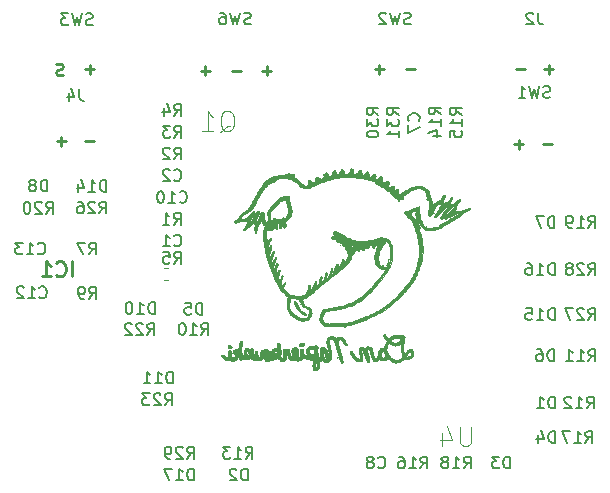
<source format=gbr>
G04 #@! TF.GenerationSoftware,KiCad,Pcbnew,(5.1.5)-2*
G04 #@! TF.CreationDate,2020-02-26T12:35:05-06:00*
G04 #@! TF.ProjectId,WirelessEStop_Tx,57697265-6c65-4737-9345-53746f705f54,rev?*
G04 #@! TF.SameCoordinates,Original*
G04 #@! TF.FileFunction,Legend,Bot*
G04 #@! TF.FilePolarity,Positive*
%FSLAX46Y46*%
G04 Gerber Fmt 4.6, Leading zero omitted, Abs format (unit mm)*
G04 Created by KiCad (PCBNEW (5.1.5)-2) date 2020-02-26 12:35:05*
%MOMM*%
%LPD*%
G04 APERTURE LIST*
%ADD10C,0.250000*%
%ADD11C,0.120000*%
%ADD12C,0.010000*%
%ADD13C,0.150000*%
%ADD14C,0.050000*%
%ADD15C,0.254000*%
G04 APERTURE END LIST*
D10*
X147891452Y-130881428D02*
X147129547Y-130881428D01*
X145478452Y-130881428D02*
X144716547Y-130881428D01*
X145097500Y-131262380D02*
X145097500Y-130500476D01*
X145605452Y-124531428D02*
X144843547Y-124531428D01*
X148018452Y-124531428D02*
X147256547Y-124531428D01*
X147637500Y-124912380D02*
X147637500Y-124150476D01*
X136334452Y-124531428D02*
X135572547Y-124531428D01*
X133667452Y-124531428D02*
X132905547Y-124531428D01*
X133286500Y-124912380D02*
X133286500Y-124150476D01*
X121602452Y-124658428D02*
X120840547Y-124658428D01*
X124142452Y-124658428D02*
X123380547Y-124658428D01*
X123761500Y-125039380D02*
X123761500Y-124277476D01*
X118935452Y-124658428D02*
X118173547Y-124658428D01*
X118554500Y-125039380D02*
X118554500Y-124277476D01*
X106521214Y-124991761D02*
X106378357Y-125039380D01*
X106140261Y-125039380D01*
X106045023Y-124991761D01*
X105997404Y-124944142D01*
X105949785Y-124848904D01*
X105949785Y-124753666D01*
X105997404Y-124658428D01*
X106045023Y-124610809D01*
X106140261Y-124563190D01*
X106330738Y-124515571D01*
X106425976Y-124467952D01*
X106473595Y-124420333D01*
X106521214Y-124325095D01*
X106521214Y-124229857D01*
X106473595Y-124134619D01*
X106425976Y-124087000D01*
X106330738Y-124039380D01*
X106092642Y-124039380D01*
X105949785Y-124087000D01*
X109156452Y-124531428D02*
X108394547Y-124531428D01*
X108775500Y-124912380D02*
X108775500Y-124150476D01*
X109156452Y-130627428D02*
X108394547Y-130627428D01*
X106743452Y-130627428D02*
X105981547Y-130627428D01*
X106362500Y-131008380D02*
X106362500Y-130246476D01*
D11*
X115409767Y-141349000D02*
X115067233Y-141349000D01*
X115409767Y-142369000D02*
X115067233Y-142369000D01*
D12*
G36*
X134902108Y-147224822D02*
G01*
X134898037Y-147233277D01*
X134898996Y-147235821D01*
X134905807Y-147242077D01*
X134909140Y-147234952D01*
X134909278Y-147231390D01*
X134905807Y-147224123D01*
X134902108Y-147224822D01*
G37*
X134902108Y-147224822D02*
X134898037Y-147233277D01*
X134898996Y-147235821D01*
X134905807Y-147242077D01*
X134909140Y-147234952D01*
X134909278Y-147231390D01*
X134905807Y-147224123D01*
X134902108Y-147224822D01*
G36*
X134972778Y-147295306D02*
G01*
X134976306Y-147298834D01*
X134979834Y-147295306D01*
X134976306Y-147291778D01*
X134972778Y-147295306D01*
G37*
X134972778Y-147295306D02*
X134976306Y-147298834D01*
X134979834Y-147295306D01*
X134976306Y-147291778D01*
X134972778Y-147295306D01*
G36*
X135988859Y-148673070D02*
G01*
X135988778Y-148674667D01*
X135994202Y-148681451D01*
X135996250Y-148681723D01*
X136000464Y-148677400D01*
X135999361Y-148674667D01*
X135993021Y-148667936D01*
X135991890Y-148667612D01*
X135988859Y-148673070D01*
G37*
X135988859Y-148673070D02*
X135988778Y-148674667D01*
X135994202Y-148681451D01*
X135996250Y-148681723D01*
X136000464Y-148677400D01*
X135999361Y-148674667D01*
X135993021Y-148667936D01*
X135991890Y-148667612D01*
X135988859Y-148673070D01*
G36*
X133740408Y-148902797D02*
G01*
X133741376Y-148906991D01*
X133745111Y-148907500D01*
X133750919Y-148904919D01*
X133749815Y-148902797D01*
X133741442Y-148901952D01*
X133740408Y-148902797D01*
G37*
X133740408Y-148902797D02*
X133741376Y-148906991D01*
X133745111Y-148907500D01*
X133750919Y-148904919D01*
X133749815Y-148902797D01*
X133741442Y-148901952D01*
X133740408Y-148902797D01*
G36*
X135222074Y-148775797D02*
G01*
X135223043Y-148779991D01*
X135226778Y-148780500D01*
X135232586Y-148777919D01*
X135231482Y-148775797D01*
X135223109Y-148774952D01*
X135222074Y-148775797D01*
G37*
X135222074Y-148775797D02*
X135223043Y-148779991D01*
X135226778Y-148780500D01*
X135232586Y-148777919D01*
X135231482Y-148775797D01*
X135223109Y-148774952D01*
X135222074Y-148775797D01*
G36*
X126188611Y-148541272D02*
G01*
X126182696Y-148546470D01*
X126174500Y-148547667D01*
X126163044Y-148551107D01*
X126160389Y-148555899D01*
X126163185Y-148560682D01*
X126164965Y-148559555D01*
X126172288Y-148560751D01*
X126181738Y-148569044D01*
X126190812Y-148578279D01*
X126197058Y-148577177D01*
X126205385Y-148565636D01*
X126214418Y-148550867D01*
X126215138Y-148543628D01*
X126207137Y-148539759D01*
X126202723Y-148538567D01*
X126191472Y-148538171D01*
X126188611Y-148541272D01*
G37*
X126188611Y-148541272D02*
X126182696Y-148546470D01*
X126174500Y-148547667D01*
X126163044Y-148551107D01*
X126160389Y-148555899D01*
X126163185Y-148560682D01*
X126164965Y-148559555D01*
X126172288Y-148560751D01*
X126181738Y-148569044D01*
X126190812Y-148578279D01*
X126197058Y-148577177D01*
X126205385Y-148565636D01*
X126214418Y-148550867D01*
X126215138Y-148543628D01*
X126207137Y-148539759D01*
X126202723Y-148538567D01*
X126191472Y-148538171D01*
X126188611Y-148541272D01*
G36*
X126188611Y-148614695D02*
G01*
X126192139Y-148618223D01*
X126195667Y-148614695D01*
X126192139Y-148611167D01*
X126188611Y-148614695D01*
G37*
X126188611Y-148614695D02*
X126192139Y-148618223D01*
X126195667Y-148614695D01*
X126192139Y-148611167D01*
X126188611Y-148614695D01*
G36*
X122103445Y-148671139D02*
G01*
X122106973Y-148674667D01*
X122110500Y-148671139D01*
X122106973Y-148667612D01*
X122103445Y-148671139D01*
G37*
X122103445Y-148671139D02*
X122106973Y-148674667D01*
X122110500Y-148671139D01*
X122106973Y-148667612D01*
X122103445Y-148671139D01*
G36*
X133801556Y-147344695D02*
G01*
X133805084Y-147348223D01*
X133808611Y-147344695D01*
X133805084Y-147341167D01*
X133801556Y-147344695D01*
G37*
X133801556Y-147344695D02*
X133805084Y-147348223D01*
X133808611Y-147344695D01*
X133805084Y-147341167D01*
X133801556Y-147344695D01*
G36*
X129377723Y-147450528D02*
G01*
X129381250Y-147454056D01*
X129384778Y-147450528D01*
X129381250Y-147447000D01*
X129377723Y-147450528D01*
G37*
X129377723Y-147450528D02*
X129381250Y-147454056D01*
X129384778Y-147450528D01*
X129381250Y-147447000D01*
X129377723Y-147450528D01*
G36*
X121694223Y-147789195D02*
G01*
X121697750Y-147792723D01*
X121701278Y-147789195D01*
X121697750Y-147785667D01*
X121694223Y-147789195D01*
G37*
X121694223Y-147789195D02*
X121697750Y-147792723D01*
X121701278Y-147789195D01*
X121697750Y-147785667D01*
X121694223Y-147789195D01*
G36*
X126844544Y-147686666D02*
G01*
X126840539Y-147686889D01*
X126833608Y-147691374D01*
X126834592Y-147703598D01*
X126833012Y-147721126D01*
X126821493Y-147734905D01*
X126804052Y-147743261D01*
X126784706Y-147744518D01*
X126767475Y-147737002D01*
X126763639Y-147733171D01*
X126745396Y-147716907D01*
X126721106Y-147701809D01*
X126696268Y-147690826D01*
X126677335Y-147686889D01*
X126661672Y-147688553D01*
X126654351Y-147692609D01*
X126654278Y-147693104D01*
X126648471Y-147699301D01*
X126633363Y-147709196D01*
X126615473Y-147718952D01*
X126595065Y-147730610D01*
X126581009Y-147741187D01*
X126576667Y-147747443D01*
X126572983Y-147761297D01*
X126564124Y-147778019D01*
X126553374Y-147792496D01*
X126544020Y-147799615D01*
X126543058Y-147799734D01*
X126538336Y-147802772D01*
X126540291Y-147813668D01*
X126544592Y-147824783D01*
X126550599Y-147842350D01*
X126549496Y-147851098D01*
X126546450Y-147853137D01*
X126541120Y-147861724D01*
X126537229Y-147880287D01*
X126536048Y-147893959D01*
X126535701Y-147916214D01*
X126539046Y-147930848D01*
X126548599Y-147943728D01*
X126563261Y-147957488D01*
X126592288Y-147983546D01*
X126669726Y-147981620D01*
X126701075Y-147980709D01*
X126726637Y-147979716D01*
X126743482Y-147978772D01*
X126748754Y-147978111D01*
X126756065Y-147976555D01*
X126772674Y-147974469D01*
X126781686Y-147973554D01*
X126818344Y-147969848D01*
X126843944Y-147965730D01*
X126861469Y-147959409D01*
X126873903Y-147949096D01*
X126884233Y-147933001D01*
X126895441Y-147909334D01*
X126897910Y-147903848D01*
X126906416Y-147887354D01*
X126913295Y-147878109D01*
X126914766Y-147877389D01*
X126920207Y-147870948D01*
X126925502Y-147854067D01*
X126930007Y-147830406D01*
X126933078Y-147803628D01*
X126934072Y-147777395D01*
X126933812Y-147769061D01*
X126931820Y-147745098D01*
X126927231Y-147729661D01*
X126917245Y-147717167D01*
X126900979Y-147703546D01*
X126882383Y-147690778D01*
X126867003Y-147683621D01*
X126860529Y-147683110D01*
X126844544Y-147686666D01*
G37*
X126844544Y-147686666D02*
X126840539Y-147686889D01*
X126833608Y-147691374D01*
X126834592Y-147703598D01*
X126833012Y-147721126D01*
X126821493Y-147734905D01*
X126804052Y-147743261D01*
X126784706Y-147744518D01*
X126767475Y-147737002D01*
X126763639Y-147733171D01*
X126745396Y-147716907D01*
X126721106Y-147701809D01*
X126696268Y-147690826D01*
X126677335Y-147686889D01*
X126661672Y-147688553D01*
X126654351Y-147692609D01*
X126654278Y-147693104D01*
X126648471Y-147699301D01*
X126633363Y-147709196D01*
X126615473Y-147718952D01*
X126595065Y-147730610D01*
X126581009Y-147741187D01*
X126576667Y-147747443D01*
X126572983Y-147761297D01*
X126564124Y-147778019D01*
X126553374Y-147792496D01*
X126544020Y-147799615D01*
X126543058Y-147799734D01*
X126538336Y-147802772D01*
X126540291Y-147813668D01*
X126544592Y-147824783D01*
X126550599Y-147842350D01*
X126549496Y-147851098D01*
X126546450Y-147853137D01*
X126541120Y-147861724D01*
X126537229Y-147880287D01*
X126536048Y-147893959D01*
X126535701Y-147916214D01*
X126539046Y-147930848D01*
X126548599Y-147943728D01*
X126563261Y-147957488D01*
X126592288Y-147983546D01*
X126669726Y-147981620D01*
X126701075Y-147980709D01*
X126726637Y-147979716D01*
X126743482Y-147978772D01*
X126748754Y-147978111D01*
X126756065Y-147976555D01*
X126772674Y-147974469D01*
X126781686Y-147973554D01*
X126818344Y-147969848D01*
X126843944Y-147965730D01*
X126861469Y-147959409D01*
X126873903Y-147949096D01*
X126884233Y-147933001D01*
X126895441Y-147909334D01*
X126897910Y-147903848D01*
X126906416Y-147887354D01*
X126913295Y-147878109D01*
X126914766Y-147877389D01*
X126920207Y-147870948D01*
X126925502Y-147854067D01*
X126930007Y-147830406D01*
X126933078Y-147803628D01*
X126934072Y-147777395D01*
X126933812Y-147769061D01*
X126931820Y-147745098D01*
X126927231Y-147729661D01*
X126917245Y-147717167D01*
X126900979Y-147703546D01*
X126882383Y-147690778D01*
X126867003Y-147683621D01*
X126860529Y-147683110D01*
X126844544Y-147686666D01*
G36*
X120791111Y-148036139D02*
G01*
X120794639Y-148039667D01*
X120798167Y-148036139D01*
X120794639Y-148032612D01*
X120791111Y-148036139D01*
G37*
X120791111Y-148036139D02*
X120794639Y-148039667D01*
X120798167Y-148036139D01*
X120794639Y-148032612D01*
X120791111Y-148036139D01*
G36*
X133731000Y-148043195D02*
G01*
X133734528Y-148046723D01*
X133738056Y-148043195D01*
X133734528Y-148039667D01*
X133731000Y-148043195D01*
G37*
X133731000Y-148043195D02*
X133734528Y-148046723D01*
X133738056Y-148043195D01*
X133734528Y-148039667D01*
X133731000Y-148043195D01*
G36*
X120459500Y-148085528D02*
G01*
X120463028Y-148089056D01*
X120466556Y-148085528D01*
X120463028Y-148082000D01*
X120459500Y-148085528D01*
G37*
X120459500Y-148085528D02*
X120463028Y-148089056D01*
X120466556Y-148085528D01*
X120463028Y-148082000D01*
X120459500Y-148085528D01*
G36*
X120708797Y-148126686D02*
G01*
X120709765Y-148130880D01*
X120713500Y-148131389D01*
X120719308Y-148128808D01*
X120718204Y-148126686D01*
X120709831Y-148125841D01*
X120708797Y-148126686D01*
G37*
X120708797Y-148126686D02*
X120709765Y-148130880D01*
X120713500Y-148131389D01*
X120719308Y-148128808D01*
X120718204Y-148126686D01*
X120709831Y-148125841D01*
X120708797Y-148126686D01*
G36*
X120552399Y-147899680D02*
G01*
X120544444Y-147903933D01*
X120529468Y-147905612D01*
X120513168Y-147908777D01*
X120508889Y-147916562D01*
X120502886Y-147926205D01*
X120488327Y-147934667D01*
X120487247Y-147935057D01*
X120473620Y-147940906D01*
X120468410Y-147948837D01*
X120469252Y-147963905D01*
X120470408Y-147971029D01*
X120472696Y-147988827D01*
X120470856Y-147995885D01*
X120464073Y-147995182D01*
X120463828Y-147995089D01*
X120454116Y-147995125D01*
X120453332Y-148001910D01*
X120459269Y-148007774D01*
X120463117Y-148017038D01*
X120462494Y-148031121D01*
X120463492Y-148045830D01*
X120472544Y-148063018D01*
X120490836Y-148084264D01*
X120519553Y-148111149D01*
X120528082Y-148118577D01*
X120546320Y-148130163D01*
X120569869Y-148139731D01*
X120594758Y-148146362D01*
X120617016Y-148149134D01*
X120632671Y-148147127D01*
X120636938Y-148143804D01*
X120643538Y-148138596D01*
X120651118Y-148143795D01*
X120662826Y-148151895D01*
X120670257Y-148146878D01*
X120673167Y-148138615D01*
X120682165Y-148125295D01*
X120693393Y-148117974D01*
X120711907Y-148110481D01*
X120732903Y-148101970D01*
X120748823Y-148093729D01*
X120755935Y-148086463D01*
X120752535Y-148082318D01*
X120748778Y-148082000D01*
X120741782Y-148078626D01*
X120744442Y-148071401D01*
X120754933Y-148064678D01*
X120756240Y-148064232D01*
X120764231Y-148060110D01*
X120768296Y-148051868D01*
X120769366Y-148035924D01*
X120768735Y-148016132D01*
X120766545Y-147991564D01*
X120762924Y-147972117D01*
X120759509Y-147963481D01*
X120739615Y-147941709D01*
X120723669Y-147931632D01*
X120716174Y-147931610D01*
X120709324Y-147931048D01*
X120710252Y-147925068D01*
X120709517Y-147920163D01*
X120701836Y-147915949D01*
X120685244Y-147911883D01*
X120657778Y-147907428D01*
X120634484Y-147904240D01*
X120602709Y-147900573D01*
X120576515Y-147898521D01*
X120558776Y-147898244D01*
X120552399Y-147899680D01*
G37*
X120552399Y-147899680D02*
X120544444Y-147903933D01*
X120529468Y-147905612D01*
X120513168Y-147908777D01*
X120508889Y-147916562D01*
X120502886Y-147926205D01*
X120488327Y-147934667D01*
X120487247Y-147935057D01*
X120473620Y-147940906D01*
X120468410Y-147948837D01*
X120469252Y-147963905D01*
X120470408Y-147971029D01*
X120472696Y-147988827D01*
X120470856Y-147995885D01*
X120464073Y-147995182D01*
X120463828Y-147995089D01*
X120454116Y-147995125D01*
X120453332Y-148001910D01*
X120459269Y-148007774D01*
X120463117Y-148017038D01*
X120462494Y-148031121D01*
X120463492Y-148045830D01*
X120472544Y-148063018D01*
X120490836Y-148084264D01*
X120519553Y-148111149D01*
X120528082Y-148118577D01*
X120546320Y-148130163D01*
X120569869Y-148139731D01*
X120594758Y-148146362D01*
X120617016Y-148149134D01*
X120632671Y-148147127D01*
X120636938Y-148143804D01*
X120643538Y-148138596D01*
X120651118Y-148143795D01*
X120662826Y-148151895D01*
X120670257Y-148146878D01*
X120673167Y-148138615D01*
X120682165Y-148125295D01*
X120693393Y-148117974D01*
X120711907Y-148110481D01*
X120732903Y-148101970D01*
X120748823Y-148093729D01*
X120755935Y-148086463D01*
X120752535Y-148082318D01*
X120748778Y-148082000D01*
X120741782Y-148078626D01*
X120744442Y-148071401D01*
X120754933Y-148064678D01*
X120756240Y-148064232D01*
X120764231Y-148060110D01*
X120768296Y-148051868D01*
X120769366Y-148035924D01*
X120768735Y-148016132D01*
X120766545Y-147991564D01*
X120762924Y-147972117D01*
X120759509Y-147963481D01*
X120739615Y-147941709D01*
X120723669Y-147931632D01*
X120716174Y-147931610D01*
X120709324Y-147931048D01*
X120710252Y-147925068D01*
X120709517Y-147920163D01*
X120701836Y-147915949D01*
X120685244Y-147911883D01*
X120657778Y-147907428D01*
X120634484Y-147904240D01*
X120602709Y-147900573D01*
X120576515Y-147898521D01*
X120558776Y-147898244D01*
X120552399Y-147899680D01*
G36*
X122611445Y-148212528D02*
G01*
X122614973Y-148216056D01*
X122618500Y-148212528D01*
X122614973Y-148209000D01*
X122611445Y-148212528D01*
G37*
X122611445Y-148212528D02*
X122614973Y-148216056D01*
X122618500Y-148212528D01*
X122614973Y-148209000D01*
X122611445Y-148212528D01*
G36*
X122293945Y-148226639D02*
G01*
X122297473Y-148230167D01*
X122301000Y-148226639D01*
X122297473Y-148223112D01*
X122293945Y-148226639D01*
G37*
X122293945Y-148226639D02*
X122297473Y-148230167D01*
X122301000Y-148226639D01*
X122297473Y-148223112D01*
X122293945Y-148226639D01*
G36*
X128966736Y-148380717D02*
G01*
X128965850Y-148383292D01*
X128975556Y-148384275D01*
X128985572Y-148383166D01*
X128984375Y-148380717D01*
X128969930Y-148379785D01*
X128966736Y-148380717D01*
G37*
X128966736Y-148380717D02*
X128965850Y-148383292D01*
X128975556Y-148384275D01*
X128985572Y-148383166D01*
X128984375Y-148380717D01*
X128969930Y-148379785D01*
X128966736Y-148380717D01*
G36*
X124064970Y-148454348D02*
G01*
X124064889Y-148455945D01*
X124070313Y-148462729D01*
X124072361Y-148463000D01*
X124076575Y-148458678D01*
X124075473Y-148455945D01*
X124069132Y-148449214D01*
X124068001Y-148448889D01*
X124064970Y-148454348D01*
G37*
X124064970Y-148454348D02*
X124064889Y-148455945D01*
X124070313Y-148462729D01*
X124072361Y-148463000D01*
X124076575Y-148458678D01*
X124075473Y-148455945D01*
X124069132Y-148449214D01*
X124068001Y-148448889D01*
X124064970Y-148454348D01*
G36*
X123262908Y-148528852D02*
G01*
X123263876Y-148533047D01*
X123267611Y-148533556D01*
X123273419Y-148530974D01*
X123272315Y-148528852D01*
X123263942Y-148528008D01*
X123262908Y-148528852D01*
G37*
X123262908Y-148528852D02*
X123263876Y-148533047D01*
X123267611Y-148533556D01*
X123273419Y-148530974D01*
X123272315Y-148528852D01*
X123263942Y-148528008D01*
X123262908Y-148528852D01*
G36*
X128284111Y-148614695D02*
G01*
X128287639Y-148618223D01*
X128291167Y-148614695D01*
X128287639Y-148611167D01*
X128284111Y-148614695D01*
G37*
X128284111Y-148614695D02*
X128287639Y-148618223D01*
X128291167Y-148614695D01*
X128287639Y-148611167D01*
X128284111Y-148614695D01*
G36*
X120927565Y-148897736D02*
G01*
X120928695Y-148900445D01*
X120938041Y-148907237D01*
X120940111Y-148907500D01*
X120943936Y-148903153D01*
X120942806Y-148900445D01*
X120933459Y-148893653D01*
X120931390Y-148893389D01*
X120927565Y-148897736D01*
G37*
X120927565Y-148897736D02*
X120928695Y-148900445D01*
X120938041Y-148907237D01*
X120940111Y-148907500D01*
X120943936Y-148903153D01*
X120942806Y-148900445D01*
X120933459Y-148893653D01*
X120931390Y-148893389D01*
X120927565Y-148897736D01*
G36*
X129802465Y-148872227D02*
G01*
X129801318Y-148875061D01*
X129794586Y-148894907D01*
X129794998Y-148904267D01*
X129803938Y-148905536D01*
X129817224Y-148902580D01*
X129826198Y-148896037D01*
X129825251Y-148883996D01*
X129817658Y-148866107D01*
X129809994Y-148862158D01*
X129802465Y-148872227D01*
G37*
X129802465Y-148872227D02*
X129801318Y-148875061D01*
X129794586Y-148894907D01*
X129794998Y-148904267D01*
X129803938Y-148905536D01*
X129817224Y-148902580D01*
X129826198Y-148896037D01*
X129825251Y-148883996D01*
X129817658Y-148866107D01*
X129809994Y-148862158D01*
X129802465Y-148872227D01*
G36*
X120889889Y-148918084D02*
G01*
X120893417Y-148921612D01*
X120896945Y-148918084D01*
X120893417Y-148914556D01*
X120889889Y-148918084D01*
G37*
X120889889Y-148918084D02*
X120893417Y-148921612D01*
X120896945Y-148918084D01*
X120893417Y-148914556D01*
X120889889Y-148918084D01*
G36*
X129692250Y-148896404D02*
G01*
X129688227Y-148908123D01*
X129688167Y-148911028D01*
X129690066Y-148924830D01*
X129697235Y-148927540D01*
X129711888Y-148919701D01*
X129714937Y-148917601D01*
X129725948Y-148905971D01*
X129723588Y-148897346D01*
X129708540Y-148893457D01*
X129705390Y-148893389D01*
X129692250Y-148896404D01*
G37*
X129692250Y-148896404D02*
X129688227Y-148908123D01*
X129688167Y-148911028D01*
X129690066Y-148924830D01*
X129697235Y-148927540D01*
X129711888Y-148919701D01*
X129714937Y-148917601D01*
X129725948Y-148905971D01*
X129723588Y-148897346D01*
X129708540Y-148893457D01*
X129705390Y-148893389D01*
X129692250Y-148896404D01*
G36*
X124709297Y-149058019D02*
G01*
X124710265Y-149062213D01*
X124714000Y-149062723D01*
X124719808Y-149060141D01*
X124718704Y-149058019D01*
X124710331Y-149057174D01*
X124709297Y-149058019D01*
G37*
X124709297Y-149058019D02*
X124710265Y-149062213D01*
X124714000Y-149062723D01*
X124719808Y-149060141D01*
X124718704Y-149058019D01*
X124710331Y-149057174D01*
X124709297Y-149058019D01*
G36*
X135417278Y-149059195D02*
G01*
X135420806Y-149062723D01*
X135424334Y-149059195D01*
X135420806Y-149055667D01*
X135417278Y-149059195D01*
G37*
X135417278Y-149059195D02*
X135420806Y-149062723D01*
X135424334Y-149059195D01*
X135420806Y-149055667D01*
X135417278Y-149059195D01*
G36*
X121002778Y-149172084D02*
G01*
X121006306Y-149175612D01*
X121009834Y-149172084D01*
X121006306Y-149168556D01*
X121002778Y-149172084D01*
G37*
X121002778Y-149172084D02*
X121006306Y-149175612D01*
X121009834Y-149172084D01*
X121006306Y-149168556D01*
X121002778Y-149172084D01*
G36*
X120892241Y-149185019D02*
G01*
X120893210Y-149189213D01*
X120896945Y-149189723D01*
X120902752Y-149187141D01*
X120901649Y-149185019D01*
X120893275Y-149184174D01*
X120892241Y-149185019D01*
G37*
X120892241Y-149185019D02*
X120893210Y-149189213D01*
X120896945Y-149189723D01*
X120902752Y-149187141D01*
X120901649Y-149185019D01*
X120893275Y-149184174D01*
X120892241Y-149185019D01*
G36*
X120955741Y-149185019D02*
G01*
X120956710Y-149189213D01*
X120960445Y-149189723D01*
X120966252Y-149187141D01*
X120965149Y-149185019D01*
X120956775Y-149184174D01*
X120955741Y-149185019D01*
G37*
X120955741Y-149185019D02*
X120956710Y-149189213D01*
X120960445Y-149189723D01*
X120966252Y-149187141D01*
X120965149Y-149185019D01*
X120956775Y-149184174D01*
X120955741Y-149185019D01*
G36*
X134394223Y-149270862D02*
G01*
X134397750Y-149274389D01*
X134401278Y-149270862D01*
X134397750Y-149267334D01*
X134394223Y-149270862D01*
G37*
X134394223Y-149270862D02*
X134397750Y-149274389D01*
X134401278Y-149270862D01*
X134397750Y-149267334D01*
X134394223Y-149270862D01*
G36*
X134577667Y-149338111D02*
G01*
X134583385Y-149344175D01*
X134588250Y-149344945D01*
X134597664Y-149343435D01*
X134598834Y-149342172D01*
X134593317Y-149337622D01*
X134588250Y-149335338D01*
X134579165Y-149335191D01*
X134577667Y-149338111D01*
G37*
X134577667Y-149338111D02*
X134583385Y-149344175D01*
X134588250Y-149344945D01*
X134597664Y-149343435D01*
X134598834Y-149342172D01*
X134593317Y-149337622D01*
X134588250Y-149335338D01*
X134579165Y-149335191D01*
X134577667Y-149338111D01*
G36*
X133697415Y-146962315D02*
G01*
X133676686Y-146972243D01*
X133675028Y-146973806D01*
X133654355Y-146997243D01*
X133644697Y-147016321D01*
X133644918Y-147033862D01*
X133647771Y-147041643D01*
X133652948Y-147056566D01*
X133650182Y-147063351D01*
X133648368Y-147064146D01*
X133643499Y-147070690D01*
X133646940Y-147085234D01*
X133651526Y-147103079D01*
X133651948Y-147115020D01*
X133654803Y-147128754D01*
X133664694Y-147148602D01*
X133678869Y-147170512D01*
X133694577Y-147190435D01*
X133709064Y-147204319D01*
X133714907Y-147207699D01*
X133726222Y-147214440D01*
X133728141Y-147220141D01*
X133729655Y-147228827D01*
X133738078Y-147240553D01*
X133748950Y-147250461D01*
X133757811Y-147253691D01*
X133758624Y-147253343D01*
X133761675Y-147256445D01*
X133760909Y-147267297D01*
X133761095Y-147280977D01*
X133765872Y-147284723D01*
X133771024Y-147288741D01*
X133770098Y-147291306D01*
X133772789Y-147298745D01*
X133784630Y-147308690D01*
X133787896Y-147310709D01*
X133806488Y-147327438D01*
X133823754Y-147353384D01*
X133826966Y-147359784D01*
X133841782Y-147385139D01*
X133856189Y-147398711D01*
X133859783Y-147400122D01*
X133870156Y-147404864D01*
X133867858Y-147411719D01*
X133867111Y-147412490D01*
X133864158Y-147420422D01*
X133871230Y-147431132D01*
X133879580Y-147438987D01*
X133892941Y-147452702D01*
X133900002Y-147463832D01*
X133900334Y-147465622D01*
X133904867Y-147475276D01*
X133906860Y-147476399D01*
X133914047Y-147484535D01*
X133915680Y-147489334D01*
X133921392Y-147501628D01*
X133924085Y-147504369D01*
X133926155Y-147513255D01*
X133923277Y-147521186D01*
X133920016Y-147539745D01*
X133924705Y-147568348D01*
X133931936Y-147591639D01*
X133934247Y-147600264D01*
X133930423Y-147596609D01*
X133930042Y-147596078D01*
X133921250Y-147593596D01*
X133908240Y-147601133D01*
X133893204Y-147616135D01*
X133878335Y-147636050D01*
X133865824Y-147658325D01*
X133857960Y-147680001D01*
X133851734Y-147699954D01*
X133844984Y-147712725D01*
X133841422Y-147715220D01*
X133839192Y-147718232D01*
X133843889Y-147722409D01*
X133850502Y-147729046D01*
X133845650Y-147736147D01*
X133842125Y-147738954D01*
X133832090Y-147751327D01*
X133829778Y-147759586D01*
X133824526Y-147772461D01*
X133817128Y-147779975D01*
X133807191Y-147792399D01*
X133798007Y-147811996D01*
X133795974Y-147818196D01*
X133785873Y-147842421D01*
X133771072Y-147867395D01*
X133766290Y-147873846D01*
X133753856Y-147890660D01*
X133746238Y-147903210D01*
X133745111Y-147906582D01*
X133739194Y-147911529D01*
X133731000Y-147912667D01*
X133719535Y-147915622D01*
X133716889Y-147919723D01*
X133722258Y-147926573D01*
X133723945Y-147926778D01*
X133729305Y-147932800D01*
X133731000Y-147943913D01*
X133734935Y-147961483D01*
X133740931Y-147970978D01*
X133750634Y-147989624D01*
X133753413Y-148016139D01*
X133749775Y-148046400D01*
X133740230Y-148076282D01*
X133725285Y-148101660D01*
X133724727Y-148102348D01*
X133705127Y-148126223D01*
X133635161Y-148117365D01*
X133576119Y-148112563D01*
X133524200Y-148113723D01*
X133481043Y-148120628D01*
X133448287Y-148133059D01*
X133433029Y-148144316D01*
X133418987Y-148151676D01*
X133412677Y-148152556D01*
X133400720Y-148156963D01*
X133397635Y-148161345D01*
X133389059Y-148168706D01*
X133381172Y-148170165D01*
X133370653Y-148174456D01*
X133369197Y-148185377D01*
X133366111Y-148201438D01*
X133360574Y-148209008D01*
X133354075Y-148217084D01*
X133358710Y-148225697D01*
X133361131Y-148228194D01*
X133367719Y-148237174D01*
X133363430Y-148244550D01*
X133357406Y-148249060D01*
X133344801Y-148262173D01*
X133345992Y-148273290D01*
X133360688Y-148281265D01*
X133365875Y-148282520D01*
X133380360Y-148286236D01*
X133382536Y-148289965D01*
X133376030Y-148294575D01*
X133361195Y-148299012D01*
X133353615Y-148298205D01*
X133341408Y-148299711D01*
X133336105Y-148303990D01*
X133326113Y-148312546D01*
X133308150Y-148325142D01*
X133290243Y-148336500D01*
X133269680Y-148350631D01*
X133254566Y-148364127D01*
X133248831Y-148372608D01*
X133240218Y-148383912D01*
X133224159Y-148393095D01*
X133223630Y-148393283D01*
X133209835Y-148399897D01*
X133205098Y-148405955D01*
X133205323Y-148406494D01*
X133205073Y-148416047D01*
X133200102Y-148432691D01*
X133198259Y-148437330D01*
X133191216Y-148459658D01*
X133188134Y-148481053D01*
X133189167Y-148497553D01*
X133194472Y-148505196D01*
X133195601Y-148505334D01*
X133200207Y-148510852D01*
X133198352Y-148521209D01*
X133195366Y-148536634D01*
X133192859Y-148560421D01*
X133191620Y-148581820D01*
X133189272Y-148608738D01*
X133184834Y-148626663D01*
X133181060Y-148632091D01*
X133176452Y-148638896D01*
X133178356Y-148641489D01*
X133183334Y-148651120D01*
X133185904Y-148668871D01*
X133186081Y-148689498D01*
X133183882Y-148707760D01*
X133179324Y-148718415D01*
X133178111Y-148719179D01*
X133169334Y-148729603D01*
X133161522Y-148753274D01*
X133154951Y-148789345D01*
X133154711Y-148791084D01*
X133150283Y-148808277D01*
X133142160Y-148829158D01*
X133132362Y-148849551D01*
X133122911Y-148865283D01*
X133115830Y-148872178D01*
X133115415Y-148872223D01*
X133111333Y-148878236D01*
X133110111Y-148888768D01*
X133105034Y-148906228D01*
X133096500Y-148917632D01*
X133084143Y-148932518D01*
X133072345Y-148952212D01*
X133071474Y-148954003D01*
X133062435Y-148969586D01*
X133054508Y-148977718D01*
X133053202Y-148978056D01*
X133049613Y-148983895D01*
X133051061Y-148996855D01*
X133053097Y-149009842D01*
X133048613Y-149012534D01*
X133043693Y-149011016D01*
X133029267Y-149010818D01*
X133011416Y-149016819D01*
X133011237Y-149016911D01*
X132977750Y-149026569D01*
X132941770Y-149023213D01*
X132922198Y-149015942D01*
X132903274Y-149004279D01*
X132891267Y-148991732D01*
X132888147Y-148981035D01*
X132893210Y-148975710D01*
X132894374Y-148969592D01*
X132884016Y-148957750D01*
X132878645Y-148953152D01*
X132865207Y-148938675D01*
X132850567Y-148917576D01*
X132836579Y-148893383D01*
X132825095Y-148869622D01*
X132817972Y-148849820D01*
X132817062Y-148837506D01*
X132817444Y-148836722D01*
X132817333Y-148825844D01*
X132813122Y-148818515D01*
X132805958Y-148803390D01*
X132803299Y-148788614D01*
X132800228Y-148770251D01*
X132795744Y-148759110D01*
X132790716Y-148747523D01*
X132783371Y-148726207D01*
X132774887Y-148699102D01*
X132766443Y-148670151D01*
X132759218Y-148643294D01*
X132754389Y-148622474D01*
X132753621Y-148618223D01*
X132750155Y-148600316D01*
X132744916Y-148576787D01*
X132743013Y-148568834D01*
X132738917Y-148545510D01*
X132737950Y-148525070D01*
X132738512Y-148519878D01*
X132739189Y-148503648D01*
X132737549Y-148479587D01*
X132734991Y-148459906D01*
X132731281Y-148435365D01*
X132728613Y-148415558D01*
X132727698Y-148406556D01*
X132723014Y-148391342D01*
X132720596Y-148387594D01*
X132717607Y-148375995D01*
X132717739Y-148356474D01*
X132718841Y-148346960D01*
X132720424Y-148324736D01*
X132718278Y-148308923D01*
X132716731Y-148305950D01*
X132710214Y-148291272D01*
X132704076Y-148265745D01*
X132702409Y-148254862D01*
X132672667Y-148254862D01*
X132669139Y-148258389D01*
X132665611Y-148254862D01*
X132669139Y-148251334D01*
X132672667Y-148254862D01*
X132702409Y-148254862D01*
X132699002Y-148232628D01*
X132696783Y-148210846D01*
X132693854Y-148198282D01*
X132120753Y-148198282D01*
X132113583Y-148203324D01*
X132095424Y-148205804D01*
X132085787Y-148205916D01*
X132065032Y-148203984D01*
X132055077Y-148198208D01*
X132053190Y-148193490D01*
X132053516Y-148185878D01*
X132061086Y-148184918D01*
X132073502Y-148187994D01*
X132090688Y-148191420D01*
X132101775Y-148190950D01*
X132102172Y-148190741D01*
X132113040Y-148190304D01*
X132115393Y-148191433D01*
X132120753Y-148198282D01*
X132693854Y-148198282D01*
X132688125Y-148173720D01*
X132686176Y-148170088D01*
X132359359Y-148170088D01*
X132358695Y-148173723D01*
X132349675Y-148180509D01*
X132347695Y-148180778D01*
X132341246Y-148175397D01*
X132341056Y-148173723D01*
X132341442Y-148173306D01*
X132319889Y-148173306D01*
X132314768Y-148180491D01*
X132312834Y-148180778D01*
X132305962Y-148178371D01*
X132305778Y-148177667D01*
X132310722Y-148171643D01*
X132312834Y-148170195D01*
X132319335Y-148170754D01*
X132319889Y-148173306D01*
X132341442Y-148173306D01*
X132346799Y-148167531D01*
X132352056Y-148166667D01*
X132359359Y-148170088D01*
X132686176Y-148170088D01*
X132670119Y-148140172D01*
X132645206Y-148113286D01*
X132615826Y-148096142D01*
X132603212Y-148092673D01*
X132581748Y-148085994D01*
X132564318Y-148076165D01*
X132563306Y-148075303D01*
X132547564Y-148066556D01*
X132525229Y-148059910D01*
X132517439Y-148058611D01*
X132486950Y-148050916D01*
X132452448Y-148036595D01*
X132420257Y-148018626D01*
X132400139Y-148003368D01*
X132383980Y-147994355D01*
X132359251Y-147986818D01*
X132330894Y-147981572D01*
X132303851Y-147979430D01*
X132283064Y-147981205D01*
X132277611Y-147983193D01*
X132260424Y-147989244D01*
X132251561Y-147990407D01*
X132238569Y-147994281D01*
X132219638Y-148004020D01*
X132208298Y-148011173D01*
X132189329Y-148022275D01*
X132174069Y-148028128D01*
X132168594Y-148028260D01*
X132160564Y-148031686D01*
X132154842Y-148048692D01*
X132154803Y-148048895D01*
X132148200Y-148066519D01*
X132133652Y-148085603D01*
X132109090Y-148108895D01*
X132086949Y-148127250D01*
X132069579Y-148137575D01*
X132053404Y-148139863D01*
X132034851Y-148134110D01*
X132010345Y-148120310D01*
X131992147Y-148108716D01*
X131972839Y-148096394D01*
X131957660Y-148087845D01*
X131943015Y-148081933D01*
X131925310Y-148077521D01*
X131900953Y-148073472D01*
X131866348Y-148068650D01*
X131864806Y-148068440D01*
X131808837Y-148061374D01*
X131765505Y-148057277D01*
X131733659Y-148056120D01*
X131712145Y-148057877D01*
X131699813Y-148062519D01*
X131697743Y-148064456D01*
X131667176Y-148093686D01*
X131636031Y-148108922D01*
X131607278Y-148110574D01*
X131600556Y-148111149D01*
X131605506Y-148118091D01*
X131605514Y-148118100D01*
X131613618Y-148135723D01*
X131610799Y-148157733D01*
X131602938Y-148172741D01*
X131595673Y-148190412D01*
X131591916Y-148218682D01*
X131591204Y-148241633D01*
X131590348Y-148267443D01*
X131588400Y-148287239D01*
X131585754Y-148297257D01*
X131585320Y-148297684D01*
X131582507Y-148306274D01*
X131583187Y-148322494D01*
X131583392Y-148323847D01*
X131585797Y-148341754D01*
X131586589Y-148353474D01*
X131586581Y-148353639D01*
X131585827Y-148364418D01*
X131584404Y-148383707D01*
X131583582Y-148394634D01*
X131585602Y-148430500D01*
X131594413Y-148454606D01*
X131602294Y-148474049D01*
X131605015Y-148494802D01*
X131603380Y-148523021D01*
X131603360Y-148523216D01*
X131601613Y-148550115D01*
X131603814Y-148569090D01*
X131610825Y-148585987D01*
X131613237Y-148590244D01*
X131622745Y-148612900D01*
X131627028Y-148641672D01*
X131627525Y-148660556D01*
X131628892Y-148691704D01*
X131632604Y-148727179D01*
X131637996Y-148762889D01*
X131644402Y-148794742D01*
X131651158Y-148818645D01*
X131654473Y-148826362D01*
X131668457Y-148856736D01*
X131674636Y-148884165D01*
X131675078Y-148911028D01*
X131673755Y-148940287D01*
X131672445Y-148970392D01*
X131672109Y-148978402D01*
X131670322Y-148998630D01*
X131665051Y-149009749D01*
X131653137Y-149016757D01*
X131646224Y-149019378D01*
X131627810Y-149022989D01*
X131601891Y-149024330D01*
X131572324Y-149023670D01*
X131542969Y-149021275D01*
X131517686Y-149017416D01*
X131500333Y-149012359D01*
X131495351Y-149008887D01*
X131486340Y-149002847D01*
X131469244Y-148995269D01*
X131462639Y-148992844D01*
X131429654Y-148977066D01*
X131394405Y-148953005D01*
X131374078Y-148935723D01*
X131358920Y-148923173D01*
X131347386Y-148914762D01*
X131335820Y-148903569D01*
X131332111Y-148894817D01*
X131326449Y-148882110D01*
X131311410Y-148865288D01*
X131289917Y-148847153D01*
X131265300Y-148830744D01*
X131242411Y-148814299D01*
X131220482Y-148793802D01*
X131215953Y-148788644D01*
X131197182Y-148767133D01*
X131177234Y-148745928D01*
X131172798Y-148741497D01*
X131157588Y-148722959D01*
X131147136Y-148703690D01*
X131145816Y-148699547D01*
X131137828Y-148681209D01*
X131124203Y-148660585D01*
X131119458Y-148654826D01*
X131103155Y-148633689D01*
X131089286Y-148611525D01*
X131086882Y-148606817D01*
X131078115Y-148591331D01*
X131070852Y-148583271D01*
X131069749Y-148582945D01*
X131065927Y-148576745D01*
X131064042Y-148561528D01*
X131064000Y-148558601D01*
X131061635Y-148540579D01*
X131055866Y-148529160D01*
X131055139Y-148528615D01*
X131045182Y-148519319D01*
X131032172Y-148503728D01*
X131019404Y-148486286D01*
X131010176Y-148471434D01*
X131007556Y-148464492D01*
X131001511Y-148458376D01*
X130986745Y-148452071D01*
X130984625Y-148451438D01*
X130965847Y-148441876D01*
X130959440Y-148429251D01*
X130952693Y-148416433D01*
X130941072Y-148413612D01*
X130925548Y-148412888D01*
X130901759Y-148411013D01*
X130880482Y-148408963D01*
X130855600Y-148407027D01*
X130842890Y-148407911D01*
X130840667Y-148411767D01*
X130841058Y-148412490D01*
X130841770Y-148419783D01*
X130839200Y-148420667D01*
X130832983Y-148426744D01*
X130827746Y-148441346D01*
X130821299Y-148459074D01*
X130813457Y-148470115D01*
X130807330Y-148481126D01*
X130810384Y-148495759D01*
X130813025Y-148517591D01*
X130810058Y-148526393D01*
X130806561Y-148537759D01*
X130808293Y-148541806D01*
X130813940Y-148548891D01*
X130823486Y-148565059D01*
X130833670Y-148584468D01*
X130846224Y-148606239D01*
X130858714Y-148622490D01*
X130867184Y-148629040D01*
X130878193Y-148635531D01*
X130880556Y-148640185D01*
X130885130Y-148649455D01*
X130896271Y-148662781D01*
X130897567Y-148664097D01*
X130911104Y-148682522D01*
X130919125Y-148701810D01*
X130926921Y-148718568D01*
X130941729Y-148738225D01*
X130951503Y-148748263D01*
X130971135Y-148770345D01*
X130979198Y-148789047D01*
X130979334Y-148791368D01*
X130981785Y-148804491D01*
X130986389Y-148808723D01*
X130992856Y-148814341D01*
X130993445Y-148818071D01*
X130998182Y-148829506D01*
X131007746Y-148841002D01*
X131035292Y-148868433D01*
X131053595Y-148890052D01*
X131064731Y-148908470D01*
X131068122Y-148916885D01*
X131079470Y-148935774D01*
X131091591Y-148941576D01*
X131103203Y-148946892D01*
X131103567Y-148953923D01*
X131103914Y-148962650D01*
X131106972Y-148963945D01*
X131111710Y-148967622D01*
X131111106Y-148969237D01*
X131110665Y-148981168D01*
X131117037Y-148995370D01*
X131126650Y-149005124D01*
X131130801Y-149006278D01*
X131140343Y-149009426D01*
X131141611Y-149012201D01*
X131147312Y-149019113D01*
X131159617Y-149026328D01*
X131174474Y-149038322D01*
X131186828Y-149056708D01*
X131187828Y-149058956D01*
X131198352Y-149077315D01*
X131210649Y-149090032D01*
X131212155Y-149090939D01*
X131223485Y-149100327D01*
X131226551Y-149107068D01*
X131232601Y-149114241D01*
X131248193Y-149124778D01*
X131269748Y-149136295D01*
X131308117Y-149159701D01*
X131332659Y-149184542D01*
X131356668Y-149208981D01*
X131389784Y-149230546D01*
X131393531Y-149232456D01*
X131413934Y-149241918D01*
X131431945Y-149247918D01*
X131451899Y-149251244D01*
X131478133Y-149252681D01*
X131506736Y-149253001D01*
X131538810Y-149253732D01*
X131562934Y-149255554D01*
X131576727Y-149258233D01*
X131579056Y-149260102D01*
X131584987Y-149263995D01*
X131598459Y-149263561D01*
X131619668Y-149260325D01*
X131642556Y-149257465D01*
X131678556Y-149252083D01*
X131702164Y-149245186D01*
X131712633Y-149237016D01*
X131713111Y-149234702D01*
X131717219Y-149225893D01*
X131720167Y-149225000D01*
X131727024Y-149229726D01*
X131727223Y-149231181D01*
X131733289Y-149233366D01*
X131748861Y-149232103D01*
X131770001Y-149228225D01*
X131792769Y-149222568D01*
X131813225Y-149215965D01*
X131825678Y-149210333D01*
X131849056Y-149192767D01*
X131863637Y-149173395D01*
X131867217Y-149157973D01*
X131869082Y-149139428D01*
X131871620Y-149131376D01*
X131874485Y-149117075D01*
X131876398Y-149091734D01*
X131877388Y-149058389D01*
X131877485Y-149020079D01*
X131876717Y-148979839D01*
X131875113Y-148940707D01*
X131872703Y-148905720D01*
X131869515Y-148877914D01*
X131869172Y-148875750D01*
X131863584Y-148847016D01*
X131857172Y-148822122D01*
X131851158Y-148805684D01*
X131850117Y-148803827D01*
X131843628Y-148782211D01*
X131844597Y-148766894D01*
X131845643Y-148750074D01*
X131839047Y-148741765D01*
X131837148Y-148740935D01*
X131827829Y-148731588D01*
X131826855Y-148724951D01*
X131826402Y-148711400D01*
X131823443Y-148689182D01*
X131818656Y-148661526D01*
X131812720Y-148631661D01*
X131806314Y-148602818D01*
X131800118Y-148578226D01*
X131794809Y-148561115D01*
X131791074Y-148554714D01*
X131789113Y-148548189D01*
X131787169Y-148530752D01*
X131785553Y-148505599D01*
X131785034Y-148493095D01*
X131782350Y-148454515D01*
X131777500Y-148429603D01*
X131772783Y-148420335D01*
X131766724Y-148408609D01*
X131770306Y-148401573D01*
X131774235Y-148390474D01*
X131770210Y-148379555D01*
X131763083Y-148353696D01*
X131765710Y-148326183D01*
X131773436Y-148309416D01*
X131782231Y-148298994D01*
X131790754Y-148298730D01*
X131801658Y-148305130D01*
X131813861Y-148312313D01*
X131818372Y-148311228D01*
X131818945Y-148305283D01*
X131820614Y-148298525D01*
X131827711Y-148297435D01*
X131843371Y-148302016D01*
X131852459Y-148305335D01*
X131869948Y-148310424D01*
X131880221Y-148312571D01*
X131897942Y-148317801D01*
X131915103Y-148325293D01*
X131927365Y-148332727D01*
X131927797Y-148337381D01*
X131922619Y-148339979D01*
X131906463Y-148341846D01*
X131899920Y-148340442D01*
X131893681Y-148340920D01*
X131897474Y-148351038D01*
X131911337Y-148370883D01*
X131916687Y-148377762D01*
X131926053Y-148395567D01*
X131924439Y-148414795D01*
X131922711Y-148434068D01*
X131928801Y-148444849D01*
X131936824Y-148459673D01*
X131938889Y-148472128D01*
X131943215Y-148489986D01*
X131953000Y-148507259D01*
X131962843Y-148521826D01*
X131967107Y-148532206D01*
X131967111Y-148532401D01*
X131971639Y-148542751D01*
X131978072Y-148550564D01*
X131985803Y-148564291D01*
X131991618Y-148585048D01*
X131992620Y-148591637D01*
X131996299Y-148611841D01*
X132001175Y-148626043D01*
X132002826Y-148628453D01*
X132008235Y-148640468D01*
X132009445Y-148650520D01*
X132013959Y-148666915D01*
X132019841Y-148674512D01*
X132028269Y-148687139D01*
X132034511Y-148705972D01*
X132034738Y-148707126D01*
X132039139Y-148723119D01*
X132044045Y-148730952D01*
X132044704Y-148731112D01*
X132051457Y-148737084D01*
X132059795Y-148751716D01*
X132067488Y-148770084D01*
X132072307Y-148787261D01*
X132072945Y-148793511D01*
X132076453Y-148808422D01*
X132085221Y-148828202D01*
X132088820Y-148834633D01*
X132100740Y-148856894D01*
X132110281Y-148878396D01*
X132111750Y-148882478D01*
X132121762Y-148900184D01*
X132134639Y-148911474D01*
X132145265Y-148919872D01*
X132142532Y-148926272D01*
X132128213Y-148928667D01*
X132116899Y-148932221D01*
X132117353Y-148939788D01*
X132125967Y-148945370D01*
X132138151Y-148957166D01*
X132147870Y-148981390D01*
X132152830Y-149004916D01*
X132159567Y-149026448D01*
X132170937Y-149047507D01*
X132171069Y-149047693D01*
X132181089Y-149065243D01*
X132185786Y-149080320D01*
X132185835Y-149081451D01*
X132189057Y-149094361D01*
X132197416Y-149114614D01*
X132206722Y-149133278D01*
X132217862Y-149155797D01*
X132225548Y-149174801D01*
X132227887Y-149184431D01*
X132230900Y-149194916D01*
X132234027Y-149196778D01*
X132241087Y-149202055D01*
X132252951Y-149215614D01*
X132261998Y-149227568D01*
X132278653Y-149247031D01*
X132296335Y-149262159D01*
X132304469Y-149266791D01*
X132318647Y-149274991D01*
X132322260Y-149286185D01*
X132321221Y-149294210D01*
X132319510Y-149307058D01*
X132323157Y-149308132D01*
X132330361Y-149302660D01*
X132340833Y-149295861D01*
X132347469Y-149299357D01*
X132350104Y-149303218D01*
X132357365Y-149309708D01*
X132370351Y-149311321D01*
X132391392Y-149308889D01*
X132412689Y-149304964D01*
X132428118Y-149301106D01*
X132432050Y-149299534D01*
X132438143Y-149289578D01*
X132444466Y-149269200D01*
X132450211Y-149242052D01*
X132454571Y-149211785D01*
X132456442Y-149189308D01*
X132458426Y-149166135D01*
X132461330Y-149148405D01*
X132463432Y-149142107D01*
X132463247Y-149131467D01*
X132456602Y-149115096D01*
X132454125Y-149110772D01*
X132442679Y-149080654D01*
X132439860Y-149053903D01*
X132438546Y-149034365D01*
X132435232Y-149022286D01*
X132432955Y-149020389D01*
X132429297Y-149014410D01*
X132430230Y-148999622D01*
X132430309Y-148999223D01*
X132431253Y-148982981D01*
X132426521Y-148978056D01*
X132421627Y-148971651D01*
X132422589Y-148952510D01*
X132422775Y-148951323D01*
X132423503Y-148928736D01*
X132416038Y-148908174D01*
X132410511Y-148898992D01*
X132396934Y-148881756D01*
X132383296Y-148870070D01*
X132379861Y-148868386D01*
X132370494Y-148864401D01*
X132374014Y-148861897D01*
X132382066Y-148860195D01*
X132393010Y-148856088D01*
X132395689Y-148846736D01*
X132393857Y-148834633D01*
X132386331Y-148812159D01*
X132376644Y-148794305D01*
X132367424Y-148775811D01*
X132360071Y-148751824D01*
X132358708Y-148744916D01*
X132352069Y-148719003D01*
X132341493Y-148690560D01*
X132336674Y-148680193D01*
X132326757Y-148656116D01*
X132320649Y-148632802D01*
X132319732Y-148623749D01*
X132315472Y-148601564D01*
X132306318Y-148583335D01*
X132297215Y-148565128D01*
X132298890Y-148550754D01*
X132299780Y-148529426D01*
X132294909Y-148516514D01*
X132288599Y-148493131D01*
X132289261Y-148476792D01*
X132289551Y-148457297D01*
X132284827Y-148445621D01*
X132281165Y-148433579D01*
X132279425Y-148410989D01*
X132279458Y-148381264D01*
X132281112Y-148347813D01*
X132284235Y-148314047D01*
X132288678Y-148283378D01*
X132292859Y-148264181D01*
X132294719Y-148258389D01*
X131773084Y-148258389D01*
X131770923Y-148263943D01*
X131762917Y-148265445D01*
X131751228Y-148262566D01*
X131748389Y-148258389D01*
X131754074Y-148252061D01*
X131758556Y-148251334D01*
X131770569Y-148255634D01*
X131773084Y-148258389D01*
X132294719Y-148258389D01*
X132299443Y-148243687D01*
X132307840Y-148232366D01*
X132322421Y-148225516D01*
X132331240Y-148222897D01*
X132349418Y-148218930D01*
X132365859Y-148219073D01*
X132385975Y-148223876D01*
X132405599Y-148230467D01*
X132438383Y-148246012D01*
X132468617Y-148267437D01*
X132493643Y-148292104D01*
X132510803Y-148317377D01*
X132517436Y-148340619D01*
X132517445Y-148341397D01*
X132521448Y-148356694D01*
X132525258Y-148362158D01*
X132529129Y-148372617D01*
X132532169Y-148393060D01*
X132533799Y-148419359D01*
X132533886Y-148423541D01*
X132535162Y-148453385D01*
X132538063Y-148470704D01*
X132542866Y-148477019D01*
X132543712Y-148477112D01*
X132549194Y-148482598D01*
X132552552Y-148499864D01*
X132553929Y-148524737D01*
X132554818Y-148556971D01*
X132555708Y-148577899D01*
X132556884Y-148590322D01*
X132558632Y-148597040D01*
X132561239Y-148600857D01*
X132561754Y-148601384D01*
X132566183Y-148612177D01*
X132566834Y-148618895D01*
X132571586Y-148634254D01*
X132576730Y-148641222D01*
X132582624Y-148653342D01*
X132587558Y-148674362D01*
X132589836Y-148692879D01*
X132593593Y-148721609D01*
X132599700Y-148749484D01*
X132603863Y-148762528D01*
X132610049Y-148783618D01*
X132610932Y-148799095D01*
X132606684Y-148806065D01*
X132601372Y-148804738D01*
X132596588Y-148802686D01*
X132596022Y-148806365D01*
X132600240Y-148818100D01*
X132609811Y-148840217D01*
X132610308Y-148841340D01*
X132619855Y-148866506D01*
X132626661Y-148891059D01*
X132628258Y-148900445D01*
X132636129Y-148924399D01*
X132655588Y-148947147D01*
X132656063Y-148947573D01*
X132670051Y-148962413D01*
X132676591Y-148974269D01*
X132676295Y-148977894D01*
X132674741Y-148989215D01*
X132677012Y-149007406D01*
X132681870Y-149027645D01*
X132688074Y-149045111D01*
X132694387Y-149054980D01*
X132696301Y-149055748D01*
X132703954Y-149061623D01*
X132713912Y-149076380D01*
X132718353Y-149084903D01*
X132729590Y-149104449D01*
X132741194Y-149118875D01*
X132744811Y-149121797D01*
X132755161Y-149133815D01*
X132757334Y-149142279D01*
X132763968Y-149164699D01*
X132782587Y-149187733D01*
X132811262Y-149209634D01*
X132848066Y-149228651D01*
X132856111Y-149231908D01*
X132875256Y-149240314D01*
X132889552Y-149248273D01*
X132890707Y-149249113D01*
X132905973Y-149256247D01*
X132915401Y-149258212D01*
X132930818Y-149259931D01*
X132953755Y-149262697D01*
X132967706Y-149264446D01*
X132997999Y-149264893D01*
X133030904Y-149259969D01*
X133062691Y-149250871D01*
X133089632Y-149238795D01*
X133107997Y-149224937D01*
X133112697Y-149217945D01*
X133122769Y-149200960D01*
X133135386Y-149184632D01*
X133124611Y-149184632D01*
X133120661Y-149190933D01*
X133109845Y-149194487D01*
X133091557Y-149195362D01*
X133072138Y-149193777D01*
X133057924Y-149189951D01*
X133055951Y-149188691D01*
X133047041Y-149178300D01*
X133050314Y-149173528D01*
X133064539Y-149175608D01*
X133067903Y-149176712D01*
X133088932Y-149180725D01*
X133106708Y-149179738D01*
X133120431Y-149179089D01*
X133124611Y-149184632D01*
X133135386Y-149184632D01*
X133137379Y-149182053D01*
X133139984Y-149179139D01*
X133152052Y-149165028D01*
X132834945Y-149165028D01*
X132831417Y-149168556D01*
X132827889Y-149165028D01*
X132831417Y-149161500D01*
X132834945Y-149165028D01*
X133152052Y-149165028D01*
X133152216Y-149164837D01*
X133158991Y-149154991D01*
X133159468Y-149153504D01*
X133165323Y-149148309D01*
X133173006Y-149145503D01*
X133184840Y-149137642D01*
X133198693Y-149122025D01*
X133203796Y-149114591D01*
X133216931Y-149095641D01*
X133220181Y-149091727D01*
X133130671Y-149091727D01*
X133128041Y-149097531D01*
X133119499Y-149104500D01*
X133106672Y-149100369D01*
X133104223Y-149098871D01*
X133100978Y-149094473D01*
X133088945Y-149094473D01*
X133085417Y-149098000D01*
X133081889Y-149094473D01*
X133085417Y-149090945D01*
X133088945Y-149094473D01*
X133100978Y-149094473D01*
X133100277Y-149093524D01*
X133109241Y-149089144D01*
X133110971Y-149088676D01*
X133126742Y-149086557D01*
X133130671Y-149091727D01*
X133220181Y-149091727D01*
X133229184Y-149080889D01*
X133232546Y-149077695D01*
X133240375Y-149067862D01*
X133240639Y-149062723D01*
X133242274Y-149054259D01*
X133246477Y-149049622D01*
X133259721Y-149046347D01*
X133281825Y-149048647D01*
X133308945Y-149055956D01*
X133321778Y-149060734D01*
X133337724Y-149066438D01*
X133351714Y-149068738D01*
X133353528Y-149068896D01*
X133361909Y-149074307D01*
X133362348Y-149078598D01*
X133365836Y-149085565D01*
X133369403Y-149085653D01*
X133377501Y-149088168D01*
X133378223Y-149090723D01*
X133383390Y-149094617D01*
X133388746Y-149093519D01*
X133399864Y-149095417D01*
X133403612Y-149100796D01*
X133410725Y-149110584D01*
X133414672Y-149112112D01*
X133418308Y-149107808D01*
X133417313Y-149105516D01*
X133420504Y-149101863D01*
X133435230Y-149101455D01*
X133459331Y-149104124D01*
X133490649Y-149109705D01*
X133501695Y-149112045D01*
X133523790Y-149116690D01*
X133540795Y-149119895D01*
X133545988Y-149120655D01*
X133552647Y-149125970D01*
X133552355Y-149129162D01*
X133545331Y-149134416D01*
X133528330Y-149135385D01*
X133499752Y-149132120D01*
X133492875Y-149131024D01*
X133476509Y-149130303D01*
X133469953Y-149134388D01*
X133469945Y-149134615D01*
X133475525Y-149139053D01*
X133483797Y-149138357D01*
X133499060Y-149139900D01*
X133506164Y-149144996D01*
X133519225Y-149152220D01*
X133532882Y-149153484D01*
X133552718Y-149155001D01*
X133565195Y-149159232D01*
X133578161Y-149162134D01*
X133603591Y-149164191D01*
X133639862Y-149165326D01*
X133685346Y-149165463D01*
X133695723Y-149165360D01*
X133740979Y-149164592D01*
X133774657Y-149163355D01*
X133799288Y-149161386D01*
X133817401Y-149158424D01*
X133831529Y-149154207D01*
X133840361Y-149150387D01*
X133859035Y-149140030D01*
X133872115Y-149130298D01*
X133874445Y-149127595D01*
X133885267Y-149118065D01*
X133897241Y-149111946D01*
X133909664Y-149103141D01*
X133910027Y-149094698D01*
X133910407Y-149086935D01*
X133921392Y-149084038D01*
X133927401Y-149083889D01*
X133947695Y-149078817D01*
X133962257Y-149066037D01*
X133969830Y-149049202D01*
X133969156Y-149031966D01*
X133958977Y-149017984D01*
X133951486Y-149013930D01*
X133942279Y-149009800D01*
X133944056Y-149008508D01*
X133958040Y-149009834D01*
X133967361Y-149011052D01*
X133995158Y-149014305D01*
X134022733Y-149016783D01*
X134030861Y-149017305D01*
X134048529Y-149018727D01*
X134063908Y-149021714D01*
X134081445Y-149027579D01*
X134105582Y-149037636D01*
X134117659Y-149042939D01*
X134136334Y-149052496D01*
X134144054Y-149060869D01*
X134143641Y-149070121D01*
X134142842Y-149080014D01*
X134151392Y-149083601D01*
X134159344Y-149083889D01*
X134180959Y-149087749D01*
X134197875Y-149097534D01*
X134206334Y-149110558D01*
X134206223Y-149117424D01*
X134208959Y-149129510D01*
X134222745Y-149138582D01*
X134241351Y-149147843D01*
X134263837Y-149160447D01*
X134270750Y-149164604D01*
X134291779Y-149176947D01*
X134310642Y-149187092D01*
X134315530Y-149189445D01*
X134329695Y-149200419D01*
X134335756Y-149210974D01*
X134345017Y-149222631D01*
X134358004Y-149225155D01*
X134375789Y-149228173D01*
X134398564Y-149235578D01*
X134407340Y-149239266D01*
X134428198Y-149247636D01*
X134445270Y-149252618D01*
X134450089Y-149253223D01*
X134465249Y-149257240D01*
X134475481Y-149263021D01*
X134489148Y-149269521D01*
X134497047Y-149269686D01*
X134507342Y-149271146D01*
X134525067Y-149278249D01*
X134538809Y-149285310D01*
X134560515Y-149296051D01*
X134573111Y-149298572D01*
X134577583Y-149295692D01*
X134583184Y-149292118D01*
X134587047Y-149298492D01*
X134594911Y-149308505D01*
X134603022Y-149307193D01*
X134606337Y-149297320D01*
X134607867Y-149291342D01*
X134612114Y-149298381D01*
X134613443Y-149301600D01*
X134621483Y-149313573D01*
X134634664Y-149314507D01*
X134637690Y-149313813D01*
X134651135Y-149312698D01*
X134655262Y-149319688D01*
X134655278Y-149320532D01*
X134658310Y-149328190D01*
X134661534Y-149327800D01*
X134670611Y-149329099D01*
X134675905Y-149333711D01*
X134688750Y-149340205D01*
X134697908Y-149339856D01*
X134713500Y-149339977D01*
X134720580Y-149343193D01*
X134734220Y-149347754D01*
X134758199Y-149349901D01*
X134788959Y-149349674D01*
X134822942Y-149347114D01*
X134856590Y-149342259D01*
X134859889Y-149341631D01*
X134905710Y-149331848D01*
X134930555Y-149325464D01*
X134714208Y-149325464D01*
X134705000Y-149330684D01*
X134703075Y-149330834D01*
X134698749Y-149327886D01*
X134699902Y-149326191D01*
X134700071Y-149317721D01*
X134696545Y-149311910D01*
X134691934Y-149301574D01*
X134693151Y-149297664D01*
X134699803Y-149298755D01*
X134708116Y-149307429D01*
X134714054Y-149318359D01*
X134714208Y-149325464D01*
X134930555Y-149325464D01*
X134944352Y-149321919D01*
X134973859Y-149312433D01*
X134992274Y-149303981D01*
X134996578Y-149300487D01*
X135006718Y-149293306D01*
X135026095Y-149283172D01*
X135050750Y-149272133D01*
X135053917Y-149270827D01*
X135116596Y-149242639D01*
X134817556Y-149242639D01*
X134814028Y-149246167D01*
X134810500Y-149242639D01*
X134814028Y-149239112D01*
X134817556Y-149242639D01*
X135116596Y-149242639D01*
X135121802Y-149240298D01*
X135175934Y-149209704D01*
X135216671Y-149178843D01*
X135219133Y-149176571D01*
X135237231Y-149160992D01*
X135252329Y-149150405D01*
X135259702Y-149147389D01*
X135268312Y-149143172D01*
X135269111Y-149140334D01*
X135263742Y-149133483D01*
X135262056Y-149133278D01*
X135255202Y-149128206D01*
X135255000Y-149126628D01*
X135261281Y-149122058D01*
X135277033Y-149118552D01*
X135284268Y-149117809D01*
X135307958Y-149113007D01*
X135320881Y-149102305D01*
X135321310Y-149101558D01*
X135330997Y-149085176D01*
X135341431Y-149068719D01*
X135351318Y-149052130D01*
X135352668Y-149043947D01*
X135345778Y-149041574D01*
X135344543Y-149041556D01*
X135331922Y-149037634D01*
X135321613Y-149031468D01*
X135314593Y-149025435D01*
X135316783Y-149022901D01*
X135330178Y-149022997D01*
X135339667Y-149023616D01*
X135366005Y-149026056D01*
X135391306Y-149029288D01*
X135396111Y-149030058D01*
X135418494Y-149033319D01*
X135445932Y-149036601D01*
X135456742Y-149037708D01*
X135486907Y-149041541D01*
X135504710Y-149046435D01*
X135511896Y-149053096D01*
X135511328Y-149059779D01*
X135513101Y-149067983D01*
X135522357Y-149069778D01*
X135534228Y-149067147D01*
X135537223Y-149063198D01*
X135543081Y-149055538D01*
X135556149Y-149051348D01*
X135569665Y-149052117D01*
X135574622Y-149054966D01*
X135585885Y-149061265D01*
X135598124Y-149062396D01*
X135605847Y-149058544D01*
X135606023Y-149053903D01*
X135607889Y-149042546D01*
X135614720Y-149032694D01*
X135624208Y-149024566D01*
X135631743Y-149026554D01*
X135639490Y-149034458D01*
X135647858Y-149044666D01*
X135646519Y-149048231D01*
X135640205Y-149048612D01*
X135631889Y-149051501D01*
X135632063Y-149055005D01*
X135640486Y-149058272D01*
X135653273Y-149056874D01*
X135662913Y-149052146D01*
X135664223Y-149049286D01*
X135670620Y-149046712D01*
X135687188Y-149044918D01*
X135704792Y-149044366D01*
X135742476Y-149042649D01*
X135767746Y-149037635D01*
X135782001Y-149028931D01*
X135785933Y-149021453D01*
X135789996Y-149014392D01*
X135792227Y-149013334D01*
X135304389Y-149013334D01*
X135299020Y-149020184D01*
X135297334Y-149020389D01*
X135290483Y-149015020D01*
X135290278Y-149013334D01*
X135295647Y-149006483D01*
X135297334Y-149006278D01*
X135304184Y-149011647D01*
X135304389Y-149013334D01*
X135792227Y-149013334D01*
X135799682Y-149009800D01*
X135817975Y-149006798D01*
X135842325Y-149004854D01*
X135870356Y-149002544D01*
X135889845Y-148998546D01*
X135906351Y-148990688D01*
X135925435Y-148976794D01*
X135936128Y-148968170D01*
X135959261Y-148950129D01*
X135980998Y-148934529D01*
X135996722Y-148924681D01*
X135996996Y-148924538D01*
X136010898Y-148915193D01*
X136016989Y-148906829D01*
X136017000Y-148906564D01*
X136022140Y-148902001D01*
X136027584Y-148902996D01*
X136036620Y-148901817D01*
X136038167Y-148895765D01*
X136043435Y-148877316D01*
X136056868Y-148855958D01*
X136074909Y-148836640D01*
X136087069Y-148827726D01*
X136102481Y-148814797D01*
X136108719Y-148801304D01*
X136108723Y-148801041D01*
X136114742Y-148787624D01*
X136123936Y-148781473D01*
X136133882Y-148774100D01*
X136140137Y-148759327D01*
X136143288Y-148734869D01*
X136143963Y-148703698D01*
X136146126Y-148684419D01*
X136151502Y-148670617D01*
X136151785Y-148670261D01*
X136156295Y-148656032D01*
X136155167Y-148636489D01*
X136153978Y-148617389D01*
X136158314Y-148607514D01*
X136162482Y-148597417D01*
X136163432Y-148575505D01*
X136162548Y-148559471D01*
X136162177Y-148550019D01*
X136056982Y-148550019D01*
X136056013Y-148554213D01*
X136052278Y-148554723D01*
X136046471Y-148552141D01*
X136047574Y-148550019D01*
X136055948Y-148549174D01*
X136056982Y-148550019D01*
X136162177Y-148550019D01*
X136161604Y-148535449D01*
X136162485Y-148519875D01*
X136052035Y-148519875D01*
X136047023Y-148526316D01*
X136045223Y-148526500D01*
X136040160Y-148532603D01*
X136038167Y-148546491D01*
X136036612Y-148562703D01*
X136033332Y-148571317D01*
X136025368Y-148584384D01*
X136019395Y-148602668D01*
X136016788Y-148620302D01*
X136018925Y-148631413D01*
X136019179Y-148631690D01*
X136021480Y-148641799D01*
X136019370Y-148658591D01*
X136014300Y-148676736D01*
X136007716Y-148690898D01*
X136001760Y-148695834D01*
X135997199Y-148701844D01*
X135995834Y-148712379D01*
X135990759Y-148729713D01*
X135981889Y-148741544D01*
X135972829Y-148752865D01*
X135971722Y-148760277D01*
X135968216Y-148764316D01*
X135955794Y-148767178D01*
X135939647Y-148767999D01*
X135930374Y-148767159D01*
X135923456Y-148771882D01*
X135920799Y-148776907D01*
X135911930Y-148786325D01*
X135906884Y-148787556D01*
X135897990Y-148791618D01*
X135897056Y-148794612D01*
X135891687Y-148801462D01*
X135890000Y-148801667D01*
X135883894Y-148795890D01*
X135882945Y-148790128D01*
X135880133Y-148785726D01*
X135871060Y-148792373D01*
X135863542Y-148800373D01*
X135849653Y-148812913D01*
X135832248Y-148821563D01*
X135808130Y-148827309D01*
X135774105Y-148831142D01*
X135760979Y-148832101D01*
X135744511Y-148836145D01*
X135735579Y-148842704D01*
X135718927Y-148856738D01*
X135690906Y-148864909D01*
X135653033Y-148867108D01*
X135606823Y-148863226D01*
X135562587Y-148855167D01*
X135539220Y-148848101D01*
X135537973Y-148847150D01*
X135264536Y-148847150D01*
X135259473Y-148855244D01*
X135249043Y-148862113D01*
X135232636Y-148877523D01*
X135222723Y-148895944D01*
X135213487Y-148913628D01*
X135200518Y-148924963D01*
X135186304Y-148936434D01*
X135176732Y-148951421D01*
X135168085Y-148965361D01*
X135159029Y-148971000D01*
X135150317Y-148977013D01*
X135145014Y-148988618D01*
X135139438Y-149000821D01*
X135127659Y-149012100D01*
X135107049Y-149024514D01*
X135085667Y-149035121D01*
X135056126Y-149048617D01*
X135036371Y-149056195D01*
X135023810Y-149058714D01*
X135017407Y-149057746D01*
X135004546Y-149058721D01*
X134997212Y-149062939D01*
X134986597Y-149068330D01*
X134982201Y-149067442D01*
X134974017Y-149067740D01*
X134960276Y-149073728D01*
X134946479Y-149082327D01*
X134938126Y-149090459D01*
X134937500Y-149092466D01*
X134931373Y-149096383D01*
X134916750Y-149098000D01*
X134900275Y-149100425D01*
X134891159Y-149105834D01*
X134881459Y-149110360D01*
X134864728Y-149110378D01*
X134864284Y-149110312D01*
X134844647Y-149110747D01*
X134819612Y-149115637D01*
X134806973Y-149119534D01*
X134775406Y-149126498D01*
X134735168Y-149129132D01*
X134691004Y-149127482D01*
X134647659Y-149121594D01*
X134630584Y-149117805D01*
X134606499Y-149112796D01*
X134584048Y-149109801D01*
X134581195Y-149109616D01*
X134564723Y-149105836D01*
X134558135Y-149095128D01*
X134557915Y-149093786D01*
X134554832Y-149085154D01*
X134546390Y-149080432D01*
X134529067Y-149078251D01*
X134516494Y-149077704D01*
X134482315Y-149073986D01*
X134456788Y-149065844D01*
X134443611Y-149055613D01*
X134435603Y-149050141D01*
X134418940Y-149041574D01*
X134406207Y-149035739D01*
X134375164Y-149020088D01*
X134345429Y-149000218D01*
X134312230Y-148972892D01*
X134308100Y-148969237D01*
X134292600Y-148957021D01*
X134280612Y-148950290D01*
X134278397Y-148949834D01*
X134264708Y-148945353D01*
X134247455Y-148934315D01*
X134231087Y-148920330D01*
X134220050Y-148907007D01*
X134217834Y-148900680D01*
X134213502Y-148884235D01*
X134202811Y-148864453D01*
X134189215Y-148846515D01*
X134176170Y-148835601D01*
X134173821Y-148834686D01*
X134161610Y-148824763D01*
X134151584Y-148804824D01*
X134145963Y-148780616D01*
X133853513Y-148780616D01*
X133837907Y-148801725D01*
X133828606Y-148815601D01*
X133828006Y-148821679D01*
X133833642Y-148822834D01*
X133840495Y-148825537D01*
X133843167Y-148835784D01*
X133842558Y-148856197D01*
X133839451Y-148878438D01*
X133832778Y-148891398D01*
X133822608Y-148898689D01*
X133803623Y-148904688D01*
X133789209Y-148905110D01*
X133776788Y-148906023D01*
X133773334Y-148910676D01*
X133768886Y-148921286D01*
X133758185Y-148935211D01*
X133758137Y-148935263D01*
X133748511Y-148944013D01*
X133737663Y-148948396D01*
X133721276Y-148949280D01*
X133696401Y-148947645D01*
X133668515Y-148944914D01*
X133643242Y-148941803D01*
X133628695Y-148939465D01*
X133610196Y-148935303D01*
X133584624Y-148929013D01*
X133565195Y-148923979D01*
X133539021Y-148917313D01*
X133515526Y-148911800D01*
X133503459Y-148909322D01*
X133489370Y-148903633D01*
X133484056Y-148895703D01*
X133479895Y-148884410D01*
X133469372Y-148867621D01*
X133463207Y-148859462D01*
X133448398Y-148834756D01*
X133435085Y-148801799D01*
X133425194Y-148766443D01*
X133420657Y-148734541D01*
X133420556Y-148730046D01*
X133418121Y-148714240D01*
X133413213Y-148706240D01*
X133409311Y-148696718D01*
X133410895Y-148686421D01*
X133414684Y-148667845D01*
X133415072Y-148657774D01*
X133418415Y-148644444D01*
X133427875Y-148625426D01*
X133434750Y-148614574D01*
X133445751Y-148597093D01*
X133451634Y-148584719D01*
X133451830Y-148581293D01*
X133451702Y-148573042D01*
X133456170Y-148557908D01*
X133456342Y-148557465D01*
X133463587Y-148534574D01*
X133467735Y-148515917D01*
X133473461Y-148493512D01*
X133481062Y-148473584D01*
X133488514Y-148453280D01*
X133495360Y-148427703D01*
X133497205Y-148418759D01*
X133500259Y-148397317D01*
X133498844Y-148385170D01*
X133492419Y-148378057D01*
X133491991Y-148377780D01*
X133484473Y-148371337D01*
X133489306Y-148366913D01*
X133490977Y-148366210D01*
X133502598Y-148358206D01*
X133516748Y-148344482D01*
X133517844Y-148343249D01*
X133527105Y-148333594D01*
X133536197Y-148328501D01*
X133549192Y-148327186D01*
X133570162Y-148328867D01*
X133584167Y-148330498D01*
X133618859Y-148337310D01*
X133647098Y-148348027D01*
X133666362Y-148361360D01*
X133674131Y-148376018D01*
X133674166Y-148376570D01*
X133678199Y-148384786D01*
X133680312Y-148385389D01*
X133687566Y-148391232D01*
X133697304Y-148405697D01*
X133707067Y-148424186D01*
X133714399Y-148442105D01*
X133716889Y-148453811D01*
X133721503Y-148468686D01*
X133731360Y-148482928D01*
X133740327Y-148495968D01*
X133741527Y-148505425D01*
X133742636Y-148511802D01*
X133745650Y-148512389D01*
X133759426Y-148518356D01*
X133772808Y-148532740D01*
X133781990Y-148550264D01*
X133783424Y-148564759D01*
X133782552Y-148582463D01*
X133785984Y-148604357D01*
X133792333Y-148625283D01*
X133800212Y-148640083D01*
X133804663Y-148643732D01*
X133812272Y-148652541D01*
X133819821Y-148669855D01*
X133825647Y-148690156D01*
X133828084Y-148707931D01*
X133826595Y-148716443D01*
X133827107Y-148723315D01*
X133830226Y-148724056D01*
X133834649Y-148726843D01*
X133829607Y-148734846D01*
X133825103Y-148744182D01*
X133829689Y-148754611D01*
X133837082Y-148763126D01*
X133853513Y-148780616D01*
X134145963Y-148780616D01*
X134145578Y-148778962D01*
X134144796Y-148769917D01*
X134139798Y-148751670D01*
X134124621Y-148740398D01*
X134124084Y-148740160D01*
X134106603Y-148726550D01*
X134094109Y-148706901D01*
X134083584Y-148688471D01*
X134071312Y-148675666D01*
X134069679Y-148674673D01*
X134057244Y-148663636D01*
X134058789Y-148651077D01*
X134067903Y-148641407D01*
X134075914Y-148634055D01*
X134071791Y-148633191D01*
X134064865Y-148634549D01*
X134053401Y-148634292D01*
X134041529Y-148627195D01*
X134027082Y-148611396D01*
X134008796Y-148586336D01*
X133997068Y-148566711D01*
X133994864Y-148561778D01*
X133808611Y-148561778D01*
X133803242Y-148568629D01*
X133801556Y-148568834D01*
X133794705Y-148563465D01*
X133794500Y-148561778D01*
X133799869Y-148554928D01*
X133801556Y-148554723D01*
X133808406Y-148560092D01*
X133808611Y-148561778D01*
X133994864Y-148561778D01*
X133988846Y-148548314D01*
X133988594Y-148547531D01*
X133980395Y-148528741D01*
X133969964Y-148511300D01*
X133960664Y-148494917D01*
X133956778Y-148481762D01*
X133956778Y-148481730D01*
X133952732Y-148469430D01*
X133949723Y-148466528D01*
X133944880Y-148457110D01*
X133942679Y-148440146D01*
X133942667Y-148438753D01*
X133939650Y-148419918D01*
X133932362Y-148406795D01*
X133932084Y-148406556D01*
X133923049Y-148393102D01*
X133921500Y-148385387D01*
X133918862Y-148370978D01*
X133912353Y-148351252D01*
X133910721Y-148347202D01*
X133903601Y-148318367D01*
X133900765Y-148276308D01*
X133900769Y-148259910D01*
X133900614Y-148230543D01*
X133899483Y-148205646D01*
X133897596Y-148189310D01*
X133896786Y-148186340D01*
X133896438Y-148172014D01*
X133902175Y-148153837D01*
X133902634Y-148152897D01*
X133913240Y-148127271D01*
X133918517Y-148105084D01*
X133917827Y-148089835D01*
X133914839Y-148085772D01*
X133911150Y-148076283D01*
X133912912Y-148071417D01*
X133893278Y-148071417D01*
X133889750Y-148074945D01*
X133886223Y-148071417D01*
X133889750Y-148067889D01*
X133893278Y-148071417D01*
X133912912Y-148071417D01*
X133913707Y-148069225D01*
X133920994Y-148045146D01*
X133920842Y-148019294D01*
X133917752Y-148008340D01*
X133916131Y-147995490D01*
X133920526Y-147991779D01*
X133925321Y-147986153D01*
X133921745Y-147979990D01*
X133918516Y-147968024D01*
X133923916Y-147948232D01*
X133925059Y-147945432D01*
X133931725Y-147928776D01*
X133935119Y-147918906D01*
X133935237Y-147917992D01*
X133936954Y-147910846D01*
X133939479Y-147903742D01*
X133941822Y-147886309D01*
X133940659Y-147877529D01*
X133942316Y-147864307D01*
X133949112Y-147859944D01*
X133959064Y-147851531D01*
X133970115Y-147834770D01*
X133974305Y-147826185D01*
X133984373Y-147806435D01*
X133994255Y-147791941D01*
X133997437Y-147788829D01*
X134004897Y-147777304D01*
X134005072Y-147771151D01*
X134007833Y-147758986D01*
X134016789Y-147746203D01*
X134030312Y-147730197D01*
X134038696Y-147718020D01*
X134044588Y-147711130D01*
X134054497Y-147707176D01*
X134071707Y-147705506D01*
X134099502Y-147705468D01*
X134101715Y-147705505D01*
X134132789Y-147706900D01*
X134152417Y-147710080D01*
X134163203Y-147715545D01*
X134165035Y-147717607D01*
X134173777Y-147724652D01*
X134181390Y-147720510D01*
X134187681Y-147717252D01*
X134189601Y-147726359D01*
X134189611Y-147727812D01*
X134192416Y-147739030D01*
X134203477Y-147743073D01*
X134210778Y-147743334D01*
X134225641Y-147745314D01*
X134231943Y-147750084D01*
X134231945Y-147750168D01*
X134237117Y-147754050D01*
X134242528Y-147752941D01*
X134251590Y-147753251D01*
X134253111Y-147756690D01*
X134258862Y-147763491D01*
X134264392Y-147764500D01*
X134281224Y-147768322D01*
X134303381Y-147777915D01*
X134324984Y-147790473D01*
X134335349Y-147798366D01*
X134356957Y-147817295D01*
X134370627Y-147828316D01*
X134379004Y-147832855D01*
X134384736Y-147832338D01*
X134390467Y-147828189D01*
X134390562Y-147828110D01*
X134399039Y-147822875D01*
X134401272Y-147828412D01*
X134401278Y-147829143D01*
X134406848Y-147839126D01*
X134420456Y-147850354D01*
X134422445Y-147851572D01*
X134436620Y-147861472D01*
X134443491Y-147869267D01*
X134443611Y-147869968D01*
X134448718Y-147875581D01*
X134464911Y-147881043D01*
X134493503Y-147886756D01*
X134504305Y-147888517D01*
X134524321Y-147893072D01*
X134538800Y-147898823D01*
X134540536Y-147900017D01*
X134554197Y-147904210D01*
X134559712Y-147903181D01*
X134570723Y-147902596D01*
X134573615Y-147904763D01*
X134582544Y-147908659D01*
X134593243Y-147909051D01*
X134607328Y-147910041D01*
X134612945Y-147912984D01*
X134621283Y-147914851D01*
X134639042Y-147914137D01*
X134654913Y-147912119D01*
X134678127Y-147909205D01*
X134710617Y-147906130D01*
X134747561Y-147903313D01*
X134774857Y-147901647D01*
X134818595Y-147897840D01*
X134857971Y-147891657D01*
X134890837Y-147883682D01*
X134915048Y-147874498D01*
X134928454Y-147864691D01*
X134930445Y-147859354D01*
X134936681Y-147853071D01*
X134952228Y-147847680D01*
X134958122Y-147846545D01*
X134981011Y-147839051D01*
X135007310Y-147824805D01*
X135019858Y-147816035D01*
X135043573Y-147799856D01*
X135064757Y-147791338D01*
X135090422Y-147787743D01*
X135092723Y-147787596D01*
X135121373Y-147788086D01*
X135142123Y-147795345D01*
X135159658Y-147811834D01*
X135171913Y-147829229D01*
X135185166Y-147844232D01*
X135198753Y-147852757D01*
X135207949Y-147856464D01*
X135207970Y-147861461D01*
X135198228Y-147871508D01*
X135195413Y-147874122D01*
X135182836Y-147889898D01*
X135177831Y-147909723D01*
X135177389Y-147921721D01*
X135178804Y-147942497D01*
X135184635Y-147954578D01*
X135195759Y-147962447D01*
X135214128Y-147972278D01*
X135192231Y-147977952D01*
X135176225Y-147985797D01*
X135170180Y-147996522D01*
X135175745Y-148006798D01*
X135177389Y-148007917D01*
X135183316Y-148017869D01*
X135184445Y-148025972D01*
X135181410Y-148037209D01*
X135177389Y-148039667D01*
X135171130Y-148045382D01*
X135170334Y-148050250D01*
X135166125Y-148059633D01*
X135162523Y-148060834D01*
X135157707Y-148065928D01*
X135158599Y-148070961D01*
X135158187Y-148081138D01*
X135155186Y-148083522D01*
X135150727Y-148091464D01*
X135147568Y-148108842D01*
X135145917Y-148131023D01*
X135145983Y-148153374D01*
X135147974Y-148171262D01*
X135150896Y-148179014D01*
X135153958Y-148186596D01*
X135151795Y-148187942D01*
X135151291Y-148191013D01*
X135156223Y-148194997D01*
X135162851Y-148201995D01*
X135157748Y-148207801D01*
X135152193Y-148218377D01*
X135153211Y-148225439D01*
X135153090Y-148235686D01*
X135148158Y-148237719D01*
X135145835Y-148240216D01*
X135152695Y-148244278D01*
X135160400Y-148249071D01*
X135158208Y-148250838D01*
X135152853Y-148256410D01*
X135153752Y-148262127D01*
X135162891Y-148269624D01*
X135171169Y-148268707D01*
X135182299Y-148267830D01*
X135183058Y-148273855D01*
X135173529Y-148284204D01*
X135170602Y-148286418D01*
X135161445Y-148296826D01*
X135163889Y-148304986D01*
X135166813Y-148314760D01*
X135163161Y-148318434D01*
X135159907Y-148325998D01*
X135165797Y-148334937D01*
X135175509Y-148350700D01*
X135181152Y-148366066D01*
X135183187Y-148379541D01*
X135178936Y-148382563D01*
X135175815Y-148381635D01*
X135168927Y-148382519D01*
X135165428Y-148393616D01*
X135164498Y-148406250D01*
X135165131Y-148425351D01*
X135169753Y-148433683D01*
X135174667Y-148434778D01*
X135182665Y-148439193D01*
X135182148Y-148444699D01*
X135184152Y-148457101D01*
X135196560Y-148469842D01*
X135216124Y-148479696D01*
X135217959Y-148480280D01*
X135230595Y-148487011D01*
X135233208Y-148494195D01*
X135224890Y-148498181D01*
X135222427Y-148498278D01*
X135214213Y-148502600D01*
X135214711Y-148512389D01*
X135214171Y-148524165D01*
X135208694Y-148526500D01*
X135202307Y-148532326D01*
X135199817Y-148546084D01*
X135201057Y-148562190D01*
X135205858Y-148575064D01*
X135210270Y-148578875D01*
X135218764Y-148588212D01*
X135219723Y-148593307D01*
X135223373Y-148602839D01*
X135226604Y-148604112D01*
X135229947Y-148609685D01*
X135226873Y-148621501D01*
X135224039Y-148637844D01*
X135227663Y-148643464D01*
X135231003Y-148650944D01*
X135227944Y-148655156D01*
X135223879Y-148667194D01*
X135225001Y-148673156D01*
X135225486Y-148680392D01*
X135221375Y-148679216D01*
X135217739Y-148681259D01*
X135219113Y-148693364D01*
X135224809Y-148712688D01*
X135234138Y-148736383D01*
X135236468Y-148741590D01*
X135242606Y-148762832D01*
X135245326Y-148788062D01*
X135245304Y-148792848D01*
X135245515Y-148811160D01*
X135247096Y-148821771D01*
X135248012Y-148822834D01*
X135254086Y-148828059D01*
X135260220Y-148836628D01*
X135264536Y-148847150D01*
X135537973Y-148847150D01*
X135527860Y-148839444D01*
X135526075Y-148834516D01*
X135527492Y-148820526D01*
X135533335Y-148801402D01*
X135541634Y-148781758D01*
X135550423Y-148766208D01*
X135557731Y-148759367D01*
X135558139Y-148759334D01*
X135564661Y-148753641D01*
X135565445Y-148748999D01*
X135571039Y-148737671D01*
X135576405Y-148733463D01*
X135527815Y-148733463D01*
X135526847Y-148737658D01*
X135523111Y-148738167D01*
X135517304Y-148735586D01*
X135518408Y-148733463D01*
X135526781Y-148732619D01*
X135527815Y-148733463D01*
X135576405Y-148733463D01*
X135579078Y-148731367D01*
X135592166Y-148718898D01*
X135597698Y-148708188D01*
X135604122Y-148693782D01*
X135615625Y-148672820D01*
X135626398Y-148655127D01*
X135638847Y-148634573D01*
X135647434Y-148618411D01*
X135650111Y-148611030D01*
X135653592Y-148607639D01*
X135614834Y-148607639D01*
X135611306Y-148611167D01*
X135607778Y-148607639D01*
X135611306Y-148604112D01*
X135614834Y-148607639D01*
X135653592Y-148607639D01*
X135655988Y-148605306D01*
X135663468Y-148604112D01*
X135676614Y-148599201D01*
X135680885Y-148593528D01*
X135690580Y-148584138D01*
X135692331Y-148583768D01*
X135537223Y-148583768D01*
X135531662Y-148588782D01*
X135519766Y-148589693D01*
X135508709Y-148586464D01*
X135506081Y-148583929D01*
X135505358Y-148575056D01*
X135506073Y-148574113D01*
X135515361Y-148572399D01*
X135528084Y-148575742D01*
X135536619Y-148581779D01*
X135537223Y-148583768D01*
X135692331Y-148583768D01*
X135696227Y-148582945D01*
X135704155Y-148578918D01*
X135703165Y-148569263D01*
X135704922Y-148555875D01*
X135715819Y-148546491D01*
X135730884Y-148545038D01*
X135733014Y-148545681D01*
X135739972Y-148542526D01*
X135741834Y-148531439D01*
X135746539Y-148515756D01*
X135754181Y-148509852D01*
X135766495Y-148503363D01*
X135768848Y-148501806D01*
X135699500Y-148501806D01*
X135695973Y-148505334D01*
X135692445Y-148501806D01*
X135695973Y-148498278D01*
X135699500Y-148501806D01*
X135768848Y-148501806D01*
X135784930Y-148491165D01*
X135798278Y-148481366D01*
X135823665Y-148465648D01*
X135852538Y-148453406D01*
X135880921Y-148445763D01*
X135904837Y-148443840D01*
X135918529Y-148447443D01*
X135933319Y-148450783D01*
X135939784Y-148448645D01*
X135952246Y-148446341D01*
X135956792Y-148448274D01*
X135968372Y-148454429D01*
X135981265Y-148457999D01*
X135990429Y-148458063D01*
X135991480Y-148454609D01*
X135993168Y-148449878D01*
X136000113Y-148450037D01*
X136013504Y-148457968D01*
X136020396Y-148467139D01*
X136031551Y-148484268D01*
X136039976Y-148494039D01*
X136049438Y-148507587D01*
X136052035Y-148519875D01*
X136162485Y-148519875D01*
X136162654Y-148516903D01*
X136164896Y-148508994D01*
X136165135Y-148507686D01*
X136071093Y-148507686D01*
X136070124Y-148511880D01*
X136066389Y-148512389D01*
X136060582Y-148509808D01*
X136061686Y-148507686D01*
X136070059Y-148506841D01*
X136071093Y-148507686D01*
X136165135Y-148507686D01*
X136166721Y-148499040D01*
X136165490Y-148481394D01*
X136164202Y-148473584D01*
X136052278Y-148473584D01*
X136048750Y-148477112D01*
X136045223Y-148473584D01*
X136048750Y-148470056D01*
X136052278Y-148473584D01*
X136164202Y-148473584D01*
X136162096Y-148460814D01*
X136157430Y-148442060D01*
X136155874Y-148438306D01*
X135932334Y-148438306D01*
X135928806Y-148441834D01*
X135925278Y-148438306D01*
X135928806Y-148434778D01*
X135932334Y-148438306D01*
X136155874Y-148438306D01*
X136152384Y-148429889D01*
X136149663Y-148427723D01*
X136145034Y-148421811D01*
X136144000Y-148413837D01*
X136138079Y-148400459D01*
X136125354Y-148390181D01*
X136114272Y-148382030D01*
X136113948Y-148376723D01*
X136013622Y-148376723D01*
X136013608Y-148378115D01*
X136005497Y-148380376D01*
X135989098Y-148380632D01*
X135970033Y-148379244D01*
X135953924Y-148376573D01*
X135947033Y-148373835D01*
X135947864Y-148367566D01*
X135948471Y-148366900D01*
X135957232Y-148364925D01*
X135972972Y-148365753D01*
X135990847Y-148368552D01*
X136006012Y-148372486D01*
X136013622Y-148376723D01*
X136113948Y-148376723D01*
X136113902Y-148375973D01*
X136114108Y-148375838D01*
X136118114Y-148366222D01*
X136116388Y-148350407D01*
X136109802Y-148334665D01*
X136108034Y-148332147D01*
X136103558Y-148319307D01*
X136103124Y-148310981D01*
X136098268Y-148288547D01*
X136083161Y-148263438D01*
X136060478Y-148238633D01*
X136032896Y-148217113D01*
X136006280Y-148203094D01*
X135985766Y-148198710D01*
X135957383Y-148197251D01*
X135927045Y-148198625D01*
X135900671Y-148202745D01*
X135893528Y-148204799D01*
X135873915Y-148212684D01*
X135850832Y-148223645D01*
X135827634Y-148235844D01*
X135807673Y-148247445D01*
X135794303Y-148256610D01*
X135790636Y-148261154D01*
X135786614Y-148269774D01*
X135772973Y-148279607D01*
X135753796Y-148288512D01*
X135733170Y-148294346D01*
X135725451Y-148295338D01*
X135708631Y-148298257D01*
X135699871Y-148303123D01*
X135699515Y-148304322D01*
X135694557Y-148314071D01*
X135681707Y-148329409D01*
X135663964Y-148346952D01*
X135653971Y-148355681D01*
X135645371Y-148369551D01*
X135643056Y-148382140D01*
X135639621Y-148395691D01*
X135633284Y-148399500D01*
X135622385Y-148405298D01*
X135610867Y-148419108D01*
X135602570Y-148435550D01*
X135600723Y-148445113D01*
X135594827Y-148454007D01*
X135586611Y-148455945D01*
X135575162Y-148459732D01*
X135572500Y-148465022D01*
X135566941Y-148473973D01*
X135552102Y-148488067D01*
X135530744Y-148505089D01*
X135505626Y-148522819D01*
X135482548Y-148537281D01*
X135466334Y-148550214D01*
X135463139Y-148561778D01*
X135460553Y-148573680D01*
X135447546Y-148583904D01*
X135427807Y-148590658D01*
X135405025Y-148592151D01*
X135401342Y-148591782D01*
X135382679Y-148586967D01*
X135378943Y-148582945D01*
X135233834Y-148582945D01*
X135231252Y-148588752D01*
X135229130Y-148587649D01*
X135228286Y-148579275D01*
X135229130Y-148578241D01*
X135233325Y-148579210D01*
X135233834Y-148582945D01*
X135378943Y-148582945D01*
X135372716Y-148576244D01*
X135368903Y-148556177D01*
X135368573Y-148547667D01*
X135366640Y-148532502D01*
X135361920Y-148509257D01*
X135355435Y-148481907D01*
X135348204Y-148454427D01*
X135341249Y-148430789D01*
X135335590Y-148414969D01*
X135333528Y-148411188D01*
X135329422Y-148399759D01*
X135326201Y-148378995D01*
X135324711Y-148356732D01*
X135322665Y-148329035D01*
X135318721Y-148303930D01*
X135314881Y-148290139D01*
X135305721Y-148267470D01*
X135298098Y-148248739D01*
X135293906Y-148233757D01*
X135295780Y-148218910D01*
X135304486Y-148198217D01*
X135304610Y-148197960D01*
X135313472Y-148176357D01*
X135314826Y-148161659D01*
X135311893Y-148153394D01*
X135305345Y-148134202D01*
X135305790Y-148117600D01*
X135313085Y-148108473D01*
X135313209Y-148108430D01*
X135318326Y-148103051D01*
X135314221Y-148095495D01*
X135309918Y-148082142D01*
X135308140Y-148059494D01*
X135308691Y-148032103D01*
X135311373Y-148004521D01*
X135315990Y-147981299D01*
X135319584Y-147971401D01*
X135325036Y-147953350D01*
X135326180Y-147928316D01*
X135324322Y-147902286D01*
X135322423Y-147869068D01*
X135324674Y-147848709D01*
X135327143Y-147843727D01*
X135333702Y-147828564D01*
X135336375Y-147807913D01*
X135334712Y-147788839D01*
X135331159Y-147780714D01*
X135327493Y-147767545D01*
X135328587Y-147759797D01*
X135097426Y-147759797D01*
X135096458Y-147763991D01*
X135092723Y-147764500D01*
X135086915Y-147761919D01*
X135088019Y-147759797D01*
X135096392Y-147758952D01*
X135097426Y-147759797D01*
X135328587Y-147759797D01*
X135328788Y-147758377D01*
X135329285Y-147745217D01*
X135325843Y-147739983D01*
X135318873Y-147728778D01*
X135324269Y-147712131D01*
X135336310Y-147696622D01*
X135354393Y-147670339D01*
X135355197Y-147665723D01*
X134828139Y-147665723D01*
X134827580Y-147672224D01*
X134825028Y-147672778D01*
X134817843Y-147667656D01*
X134817556Y-147665723D01*
X134819963Y-147658850D01*
X134820667Y-147658667D01*
X134826691Y-147663611D01*
X134828139Y-147665723D01*
X135355197Y-147665723D01*
X135358960Y-147644147D01*
X135353607Y-147622976D01*
X135348516Y-147607266D01*
X135350965Y-147598058D01*
X135356834Y-147592857D01*
X135365764Y-147582947D01*
X135366941Y-147577259D01*
X135367819Y-147566740D01*
X135372415Y-147549012D01*
X135374169Y-147543640D01*
X135379147Y-147521897D01*
X135379644Y-147502740D01*
X135379129Y-147500022D01*
X135378864Y-147485808D01*
X135388283Y-147478996D01*
X135400531Y-147469653D01*
X135409085Y-147455585D01*
X135413599Y-147437626D01*
X135417994Y-147408994D01*
X135421908Y-147373125D01*
X135424980Y-147333456D01*
X135426849Y-147293424D01*
X135426890Y-147291778D01*
X135106834Y-147291778D01*
X135101465Y-147298629D01*
X135099778Y-147298834D01*
X135092928Y-147293465D01*
X135092723Y-147291778D01*
X135098092Y-147284928D01*
X135099778Y-147284723D01*
X135106629Y-147290092D01*
X135106834Y-147291778D01*
X135426890Y-147291778D01*
X135427066Y-147284723D01*
X135427214Y-147282199D01*
X135082271Y-147282199D01*
X135077858Y-147292447D01*
X135066016Y-147298542D01*
X135062334Y-147298834D01*
X135052632Y-147300675D01*
X135055300Y-147306567D01*
X135057829Y-147315589D01*
X135052915Y-147332002D01*
X135043595Y-147351253D01*
X135024157Y-147388206D01*
X135038895Y-147408439D01*
X135046464Y-147420219D01*
X135046946Y-147424331D01*
X135045695Y-147423765D01*
X135037124Y-147423240D01*
X135032994Y-147431262D01*
X135034143Y-147442735D01*
X135041010Y-147452281D01*
X135049448Y-147461972D01*
X135045866Y-147473777D01*
X135045337Y-147474637D01*
X135040527Y-147488368D01*
X135047976Y-147495280D01*
X135058621Y-147496389D01*
X135069424Y-147499984D01*
X135071556Y-147504347D01*
X135065219Y-147509113D01*
X135046109Y-147508216D01*
X135043455Y-147507810D01*
X135025184Y-147505769D01*
X135015093Y-147509471D01*
X135007634Y-147522038D01*
X135004315Y-147529839D01*
X134992381Y-147550527D01*
X134975476Y-147570637D01*
X134957249Y-147586575D01*
X134941348Y-147594743D01*
X134938056Y-147595151D01*
X134925140Y-147599596D01*
X134915822Y-147606214D01*
X134902687Y-147613593D01*
X134880815Y-147621665D01*
X134859080Y-147627650D01*
X134834110Y-147634504D01*
X134813768Y-147641929D01*
X134803703Y-147647456D01*
X134790244Y-147654174D01*
X134769409Y-147659794D01*
X134761111Y-147661171D01*
X134733564Y-147665565D01*
X134705959Y-147670945D01*
X134701139Y-147672027D01*
X134682995Y-147674368D01*
X134654690Y-147675844D01*
X134620156Y-147676330D01*
X134584723Y-147675745D01*
X134548568Y-147674595D01*
X134515526Y-147673568D01*
X134489274Y-147672778D01*
X134473598Y-147672340D01*
X134456469Y-147669244D01*
X134450667Y-147662254D01*
X134444562Y-147654229D01*
X134429852Y-147648162D01*
X134429581Y-147648101D01*
X134408196Y-147639309D01*
X134398697Y-147624271D01*
X134397937Y-147617365D01*
X134393888Y-147609741D01*
X134381014Y-147599957D01*
X134357818Y-147587063D01*
X134325431Y-147571337D01*
X134310254Y-147562369D01*
X134302691Y-147554238D01*
X134302500Y-147553194D01*
X134297038Y-147546136D01*
X134294626Y-147545778D01*
X134285049Y-147541862D01*
X134268380Y-147531724D01*
X134253111Y-147521084D01*
X134233739Y-147507780D01*
X134218293Y-147498814D01*
X134211597Y-147496389D01*
X134205174Y-147493243D01*
X134208286Y-147485447D01*
X134218284Y-147475465D01*
X134232517Y-147465760D01*
X134248333Y-147458796D01*
X134253417Y-147457525D01*
X134270165Y-147449187D01*
X134288900Y-147432889D01*
X133893278Y-147432889D01*
X133890697Y-147438697D01*
X133888574Y-147437593D01*
X133887730Y-147429220D01*
X133888574Y-147428186D01*
X133892769Y-147429154D01*
X133893278Y-147432889D01*
X134288900Y-147432889D01*
X134290080Y-147431863D01*
X134309655Y-147409002D01*
X134322348Y-147389697D01*
X134335744Y-147372498D01*
X134348881Y-147367087D01*
X134363152Y-147362798D01*
X134370753Y-147355671D01*
X134372240Y-147354676D01*
X134312711Y-147354676D01*
X134311575Y-147362091D01*
X134300703Y-147367043D01*
X134284384Y-147368639D01*
X134266908Y-147365987D01*
X134263680Y-147364880D01*
X134256160Y-147359978D01*
X134261339Y-147354404D01*
X134275842Y-147349608D01*
X134293732Y-147348631D01*
X134308380Y-147351439D01*
X134312711Y-147354676D01*
X134372240Y-147354676D01*
X134384955Y-147346174D01*
X134397499Y-147346448D01*
X134412021Y-147347415D01*
X134414174Y-147343598D01*
X134404064Y-147336815D01*
X134396772Y-147333739D01*
X134383161Y-147327271D01*
X134382297Y-147323724D01*
X134393016Y-147323647D01*
X134411234Y-147326914D01*
X134445948Y-147328347D01*
X134476749Y-147316270D01*
X134488127Y-147307443D01*
X134498539Y-147299940D01*
X134505066Y-147302776D01*
X134507434Y-147306170D01*
X134512734Y-147312499D01*
X134514059Y-147306789D01*
X134516162Y-147300764D01*
X134524347Y-147305556D01*
X134524750Y-147305889D01*
X134533296Y-147310146D01*
X134535334Y-147307576D01*
X134541217Y-147300281D01*
X134549445Y-147296789D01*
X134560695Y-147296394D01*
X134563556Y-147299494D01*
X134569280Y-147305171D01*
X134574139Y-147305889D01*
X134583775Y-147303021D01*
X134581249Y-147295364D01*
X134567068Y-147284339D01*
X134566244Y-147283834D01*
X134560206Y-147279676D01*
X134559133Y-147276769D01*
X134564686Y-147274959D01*
X134578522Y-147274090D01*
X134602300Y-147274009D01*
X134637679Y-147274560D01*
X134660721Y-147275036D01*
X134704515Y-147275761D01*
X134736265Y-147275689D01*
X134758025Y-147274684D01*
X134771846Y-147272609D01*
X134779781Y-147269328D01*
X134782369Y-147266975D01*
X134792314Y-147259895D01*
X134804175Y-147256672D01*
X134813035Y-147257760D01*
X134813979Y-147263613D01*
X134813706Y-147264077D01*
X134815772Y-147265874D01*
X134825063Y-147262524D01*
X134836759Y-147256227D01*
X134845778Y-147249445D01*
X134855173Y-147246191D01*
X134859301Y-147245917D01*
X134870661Y-147242516D01*
X134871539Y-147234931D01*
X134863001Y-147227087D01*
X134853293Y-147223784D01*
X134833784Y-147218610D01*
X134827538Y-147213998D01*
X134833705Y-147210455D01*
X134851437Y-147208491D01*
X134878685Y-147208568D01*
X134933973Y-147210639D01*
X134931600Y-147230835D01*
X134931841Y-147244627D01*
X134936583Y-147246484D01*
X134940964Y-147236971D01*
X134939965Y-147231580D01*
X134939045Y-147222452D01*
X134947321Y-147223950D01*
X134963697Y-147235255D01*
X134985358Y-147245600D01*
X134998684Y-147244983D01*
X135016859Y-147245720D01*
X135024292Y-147251799D01*
X135037639Y-147261376D01*
X135050389Y-147265180D01*
X135067445Y-147268982D01*
X135076539Y-147272780D01*
X135082271Y-147282199D01*
X135427214Y-147282199D01*
X135428426Y-147261612D01*
X135431064Y-147243911D01*
X135433176Y-147237734D01*
X135434249Y-147231806D01*
X134979834Y-147231806D01*
X134976306Y-147235334D01*
X134972778Y-147231806D01*
X134976306Y-147228278D01*
X134979834Y-147231806D01*
X135434249Y-147231806D01*
X135435561Y-147224568D01*
X135434136Y-147218205D01*
X135433582Y-147203902D01*
X135438232Y-147186458D01*
X135443136Y-147167568D01*
X135438866Y-147151126D01*
X135438063Y-147149543D01*
X135427233Y-147133553D01*
X135411392Y-147115435D01*
X135393703Y-147098187D01*
X135377334Y-147084808D01*
X135365448Y-147078294D01*
X135362779Y-147078239D01*
X135351073Y-147076714D01*
X135338279Y-147070056D01*
X135322375Y-147061647D01*
X135311214Y-147058945D01*
X135299439Y-147054295D01*
X135283659Y-147042680D01*
X135278601Y-147038012D01*
X135259074Y-147024481D01*
X135231476Y-147015031D01*
X135194194Y-147009363D01*
X135145617Y-147007175D01*
X135113889Y-147007339D01*
X135062443Y-147007957D01*
X135004971Y-147008123D01*
X134948577Y-147007840D01*
X134907514Y-147007262D01*
X134878410Y-147007435D01*
X134845577Y-147008798D01*
X134812505Y-147011060D01*
X134782685Y-147013932D01*
X134759605Y-147017122D01*
X134746757Y-147020341D01*
X134746113Y-147020688D01*
X134734562Y-147023995D01*
X134714175Y-147026744D01*
X134698104Y-147027884D01*
X134666681Y-147030513D01*
X134633252Y-147035031D01*
X134621023Y-147037223D01*
X134598900Y-147040750D01*
X134582414Y-147041771D01*
X134576925Y-147040848D01*
X134570947Y-147041441D01*
X134570611Y-147043261D01*
X134564323Y-147047381D01*
X134548528Y-147050229D01*
X134540902Y-147050740D01*
X134520003Y-147053804D01*
X134506970Y-147060124D01*
X134505620Y-147061861D01*
X134495640Y-147069091D01*
X134477360Y-147075207D01*
X134470066Y-147076642D01*
X134447167Y-147082060D01*
X134427842Y-147089469D01*
X134424457Y-147091373D01*
X134408845Y-147098983D01*
X134398863Y-147101278D01*
X134386218Y-147106265D01*
X134380280Y-147111658D01*
X134369377Y-147120277D01*
X134350117Y-147131905D01*
X134326789Y-147144343D01*
X134303680Y-147155393D01*
X134285077Y-147162856D01*
X134276679Y-147164778D01*
X134268041Y-147169269D01*
X134267223Y-147172338D01*
X134261368Y-147185799D01*
X134248094Y-147194832D01*
X134234772Y-147195283D01*
X134225969Y-147194080D01*
X134226794Y-147201897D01*
X134224797Y-147213712D01*
X134209613Y-147227009D01*
X134208616Y-147227654D01*
X134190769Y-147239185D01*
X134176742Y-147248445D01*
X134175500Y-147249287D01*
X134160806Y-147257588D01*
X134147278Y-147263863D01*
X134117992Y-147277985D01*
X134096084Y-147292350D01*
X134087426Y-147300919D01*
X134076864Y-147307020D01*
X134057147Y-147312552D01*
X134039882Y-147315362D01*
X134017016Y-147317677D01*
X134003801Y-147316798D01*
X133995873Y-147311199D01*
X133988871Y-147299352D01*
X133987717Y-147297108D01*
X133974444Y-147276142D01*
X133957681Y-147255414D01*
X133955766Y-147253397D01*
X133943031Y-147238620D01*
X133936009Y-147227228D01*
X133935536Y-147225175D01*
X133930796Y-147216230D01*
X133918833Y-147201940D01*
X133910842Y-147193773D01*
X133896310Y-147177398D01*
X133887470Y-147163087D01*
X133886223Y-147158229D01*
X133881873Y-147146061D01*
X133870927Y-147129137D01*
X133865343Y-147122178D01*
X133852557Y-147104873D01*
X133845011Y-147090136D01*
X133844176Y-147086158D01*
X133838296Y-147073765D01*
X133833306Y-147070504D01*
X133824855Y-147061002D01*
X133822723Y-147050783D01*
X133816740Y-147026240D01*
X133800793Y-147003529D01*
X133777884Y-146984216D01*
X133751016Y-146969866D01*
X133723192Y-146962044D01*
X133697415Y-146962315D01*
G37*
X133697415Y-146962315D02*
X133676686Y-146972243D01*
X133675028Y-146973806D01*
X133654355Y-146997243D01*
X133644697Y-147016321D01*
X133644918Y-147033862D01*
X133647771Y-147041643D01*
X133652948Y-147056566D01*
X133650182Y-147063351D01*
X133648368Y-147064146D01*
X133643499Y-147070690D01*
X133646940Y-147085234D01*
X133651526Y-147103079D01*
X133651948Y-147115020D01*
X133654803Y-147128754D01*
X133664694Y-147148602D01*
X133678869Y-147170512D01*
X133694577Y-147190435D01*
X133709064Y-147204319D01*
X133714907Y-147207699D01*
X133726222Y-147214440D01*
X133728141Y-147220141D01*
X133729655Y-147228827D01*
X133738078Y-147240553D01*
X133748950Y-147250461D01*
X133757811Y-147253691D01*
X133758624Y-147253343D01*
X133761675Y-147256445D01*
X133760909Y-147267297D01*
X133761095Y-147280977D01*
X133765872Y-147284723D01*
X133771024Y-147288741D01*
X133770098Y-147291306D01*
X133772789Y-147298745D01*
X133784630Y-147308690D01*
X133787896Y-147310709D01*
X133806488Y-147327438D01*
X133823754Y-147353384D01*
X133826966Y-147359784D01*
X133841782Y-147385139D01*
X133856189Y-147398711D01*
X133859783Y-147400122D01*
X133870156Y-147404864D01*
X133867858Y-147411719D01*
X133867111Y-147412490D01*
X133864158Y-147420422D01*
X133871230Y-147431132D01*
X133879580Y-147438987D01*
X133892941Y-147452702D01*
X133900002Y-147463832D01*
X133900334Y-147465622D01*
X133904867Y-147475276D01*
X133906860Y-147476399D01*
X133914047Y-147484535D01*
X133915680Y-147489334D01*
X133921392Y-147501628D01*
X133924085Y-147504369D01*
X133926155Y-147513255D01*
X133923277Y-147521186D01*
X133920016Y-147539745D01*
X133924705Y-147568348D01*
X133931936Y-147591639D01*
X133934247Y-147600264D01*
X133930423Y-147596609D01*
X133930042Y-147596078D01*
X133921250Y-147593596D01*
X133908240Y-147601133D01*
X133893204Y-147616135D01*
X133878335Y-147636050D01*
X133865824Y-147658325D01*
X133857960Y-147680001D01*
X133851734Y-147699954D01*
X133844984Y-147712725D01*
X133841422Y-147715220D01*
X133839192Y-147718232D01*
X133843889Y-147722409D01*
X133850502Y-147729046D01*
X133845650Y-147736147D01*
X133842125Y-147738954D01*
X133832090Y-147751327D01*
X133829778Y-147759586D01*
X133824526Y-147772461D01*
X133817128Y-147779975D01*
X133807191Y-147792399D01*
X133798007Y-147811996D01*
X133795974Y-147818196D01*
X133785873Y-147842421D01*
X133771072Y-147867395D01*
X133766290Y-147873846D01*
X133753856Y-147890660D01*
X133746238Y-147903210D01*
X133745111Y-147906582D01*
X133739194Y-147911529D01*
X133731000Y-147912667D01*
X133719535Y-147915622D01*
X133716889Y-147919723D01*
X133722258Y-147926573D01*
X133723945Y-147926778D01*
X133729305Y-147932800D01*
X133731000Y-147943913D01*
X133734935Y-147961483D01*
X133740931Y-147970978D01*
X133750634Y-147989624D01*
X133753413Y-148016139D01*
X133749775Y-148046400D01*
X133740230Y-148076282D01*
X133725285Y-148101660D01*
X133724727Y-148102348D01*
X133705127Y-148126223D01*
X133635161Y-148117365D01*
X133576119Y-148112563D01*
X133524200Y-148113723D01*
X133481043Y-148120628D01*
X133448287Y-148133059D01*
X133433029Y-148144316D01*
X133418987Y-148151676D01*
X133412677Y-148152556D01*
X133400720Y-148156963D01*
X133397635Y-148161345D01*
X133389059Y-148168706D01*
X133381172Y-148170165D01*
X133370653Y-148174456D01*
X133369197Y-148185377D01*
X133366111Y-148201438D01*
X133360574Y-148209008D01*
X133354075Y-148217084D01*
X133358710Y-148225697D01*
X133361131Y-148228194D01*
X133367719Y-148237174D01*
X133363430Y-148244550D01*
X133357406Y-148249060D01*
X133344801Y-148262173D01*
X133345992Y-148273290D01*
X133360688Y-148281265D01*
X133365875Y-148282520D01*
X133380360Y-148286236D01*
X133382536Y-148289965D01*
X133376030Y-148294575D01*
X133361195Y-148299012D01*
X133353615Y-148298205D01*
X133341408Y-148299711D01*
X133336105Y-148303990D01*
X133326113Y-148312546D01*
X133308150Y-148325142D01*
X133290243Y-148336500D01*
X133269680Y-148350631D01*
X133254566Y-148364127D01*
X133248831Y-148372608D01*
X133240218Y-148383912D01*
X133224159Y-148393095D01*
X133223630Y-148393283D01*
X133209835Y-148399897D01*
X133205098Y-148405955D01*
X133205323Y-148406494D01*
X133205073Y-148416047D01*
X133200102Y-148432691D01*
X133198259Y-148437330D01*
X133191216Y-148459658D01*
X133188134Y-148481053D01*
X133189167Y-148497553D01*
X133194472Y-148505196D01*
X133195601Y-148505334D01*
X133200207Y-148510852D01*
X133198352Y-148521209D01*
X133195366Y-148536634D01*
X133192859Y-148560421D01*
X133191620Y-148581820D01*
X133189272Y-148608738D01*
X133184834Y-148626663D01*
X133181060Y-148632091D01*
X133176452Y-148638896D01*
X133178356Y-148641489D01*
X133183334Y-148651120D01*
X133185904Y-148668871D01*
X133186081Y-148689498D01*
X133183882Y-148707760D01*
X133179324Y-148718415D01*
X133178111Y-148719179D01*
X133169334Y-148729603D01*
X133161522Y-148753274D01*
X133154951Y-148789345D01*
X133154711Y-148791084D01*
X133150283Y-148808277D01*
X133142160Y-148829158D01*
X133132362Y-148849551D01*
X133122911Y-148865283D01*
X133115830Y-148872178D01*
X133115415Y-148872223D01*
X133111333Y-148878236D01*
X133110111Y-148888768D01*
X133105034Y-148906228D01*
X133096500Y-148917632D01*
X133084143Y-148932518D01*
X133072345Y-148952212D01*
X133071474Y-148954003D01*
X133062435Y-148969586D01*
X133054508Y-148977718D01*
X133053202Y-148978056D01*
X133049613Y-148983895D01*
X133051061Y-148996855D01*
X133053097Y-149009842D01*
X133048613Y-149012534D01*
X133043693Y-149011016D01*
X133029267Y-149010818D01*
X133011416Y-149016819D01*
X133011237Y-149016911D01*
X132977750Y-149026569D01*
X132941770Y-149023213D01*
X132922198Y-149015942D01*
X132903274Y-149004279D01*
X132891267Y-148991732D01*
X132888147Y-148981035D01*
X132893210Y-148975710D01*
X132894374Y-148969592D01*
X132884016Y-148957750D01*
X132878645Y-148953152D01*
X132865207Y-148938675D01*
X132850567Y-148917576D01*
X132836579Y-148893383D01*
X132825095Y-148869622D01*
X132817972Y-148849820D01*
X132817062Y-148837506D01*
X132817444Y-148836722D01*
X132817333Y-148825844D01*
X132813122Y-148818515D01*
X132805958Y-148803390D01*
X132803299Y-148788614D01*
X132800228Y-148770251D01*
X132795744Y-148759110D01*
X132790716Y-148747523D01*
X132783371Y-148726207D01*
X132774887Y-148699102D01*
X132766443Y-148670151D01*
X132759218Y-148643294D01*
X132754389Y-148622474D01*
X132753621Y-148618223D01*
X132750155Y-148600316D01*
X132744916Y-148576787D01*
X132743013Y-148568834D01*
X132738917Y-148545510D01*
X132737950Y-148525070D01*
X132738512Y-148519878D01*
X132739189Y-148503648D01*
X132737549Y-148479587D01*
X132734991Y-148459906D01*
X132731281Y-148435365D01*
X132728613Y-148415558D01*
X132727698Y-148406556D01*
X132723014Y-148391342D01*
X132720596Y-148387594D01*
X132717607Y-148375995D01*
X132717739Y-148356474D01*
X132718841Y-148346960D01*
X132720424Y-148324736D01*
X132718278Y-148308923D01*
X132716731Y-148305950D01*
X132710214Y-148291272D01*
X132704076Y-148265745D01*
X132702409Y-148254862D01*
X132672667Y-148254862D01*
X132669139Y-148258389D01*
X132665611Y-148254862D01*
X132669139Y-148251334D01*
X132672667Y-148254862D01*
X132702409Y-148254862D01*
X132699002Y-148232628D01*
X132696783Y-148210846D01*
X132693854Y-148198282D01*
X132120753Y-148198282D01*
X132113583Y-148203324D01*
X132095424Y-148205804D01*
X132085787Y-148205916D01*
X132065032Y-148203984D01*
X132055077Y-148198208D01*
X132053190Y-148193490D01*
X132053516Y-148185878D01*
X132061086Y-148184918D01*
X132073502Y-148187994D01*
X132090688Y-148191420D01*
X132101775Y-148190950D01*
X132102172Y-148190741D01*
X132113040Y-148190304D01*
X132115393Y-148191433D01*
X132120753Y-148198282D01*
X132693854Y-148198282D01*
X132688125Y-148173720D01*
X132686176Y-148170088D01*
X132359359Y-148170088D01*
X132358695Y-148173723D01*
X132349675Y-148180509D01*
X132347695Y-148180778D01*
X132341246Y-148175397D01*
X132341056Y-148173723D01*
X132341442Y-148173306D01*
X132319889Y-148173306D01*
X132314768Y-148180491D01*
X132312834Y-148180778D01*
X132305962Y-148178371D01*
X132305778Y-148177667D01*
X132310722Y-148171643D01*
X132312834Y-148170195D01*
X132319335Y-148170754D01*
X132319889Y-148173306D01*
X132341442Y-148173306D01*
X132346799Y-148167531D01*
X132352056Y-148166667D01*
X132359359Y-148170088D01*
X132686176Y-148170088D01*
X132670119Y-148140172D01*
X132645206Y-148113286D01*
X132615826Y-148096142D01*
X132603212Y-148092673D01*
X132581748Y-148085994D01*
X132564318Y-148076165D01*
X132563306Y-148075303D01*
X132547564Y-148066556D01*
X132525229Y-148059910D01*
X132517439Y-148058611D01*
X132486950Y-148050916D01*
X132452448Y-148036595D01*
X132420257Y-148018626D01*
X132400139Y-148003368D01*
X132383980Y-147994355D01*
X132359251Y-147986818D01*
X132330894Y-147981572D01*
X132303851Y-147979430D01*
X132283064Y-147981205D01*
X132277611Y-147983193D01*
X132260424Y-147989244D01*
X132251561Y-147990407D01*
X132238569Y-147994281D01*
X132219638Y-148004020D01*
X132208298Y-148011173D01*
X132189329Y-148022275D01*
X132174069Y-148028128D01*
X132168594Y-148028260D01*
X132160564Y-148031686D01*
X132154842Y-148048692D01*
X132154803Y-148048895D01*
X132148200Y-148066519D01*
X132133652Y-148085603D01*
X132109090Y-148108895D01*
X132086949Y-148127250D01*
X132069579Y-148137575D01*
X132053404Y-148139863D01*
X132034851Y-148134110D01*
X132010345Y-148120310D01*
X131992147Y-148108716D01*
X131972839Y-148096394D01*
X131957660Y-148087845D01*
X131943015Y-148081933D01*
X131925310Y-148077521D01*
X131900953Y-148073472D01*
X131866348Y-148068650D01*
X131864806Y-148068440D01*
X131808837Y-148061374D01*
X131765505Y-148057277D01*
X131733659Y-148056120D01*
X131712145Y-148057877D01*
X131699813Y-148062519D01*
X131697743Y-148064456D01*
X131667176Y-148093686D01*
X131636031Y-148108922D01*
X131607278Y-148110574D01*
X131600556Y-148111149D01*
X131605506Y-148118091D01*
X131605514Y-148118100D01*
X131613618Y-148135723D01*
X131610799Y-148157733D01*
X131602938Y-148172741D01*
X131595673Y-148190412D01*
X131591916Y-148218682D01*
X131591204Y-148241633D01*
X131590348Y-148267443D01*
X131588400Y-148287239D01*
X131585754Y-148297257D01*
X131585320Y-148297684D01*
X131582507Y-148306274D01*
X131583187Y-148322494D01*
X131583392Y-148323847D01*
X131585797Y-148341754D01*
X131586589Y-148353474D01*
X131586581Y-148353639D01*
X131585827Y-148364418D01*
X131584404Y-148383707D01*
X131583582Y-148394634D01*
X131585602Y-148430500D01*
X131594413Y-148454606D01*
X131602294Y-148474049D01*
X131605015Y-148494802D01*
X131603380Y-148523021D01*
X131603360Y-148523216D01*
X131601613Y-148550115D01*
X131603814Y-148569090D01*
X131610825Y-148585987D01*
X131613237Y-148590244D01*
X131622745Y-148612900D01*
X131627028Y-148641672D01*
X131627525Y-148660556D01*
X131628892Y-148691704D01*
X131632604Y-148727179D01*
X131637996Y-148762889D01*
X131644402Y-148794742D01*
X131651158Y-148818645D01*
X131654473Y-148826362D01*
X131668457Y-148856736D01*
X131674636Y-148884165D01*
X131675078Y-148911028D01*
X131673755Y-148940287D01*
X131672445Y-148970392D01*
X131672109Y-148978402D01*
X131670322Y-148998630D01*
X131665051Y-149009749D01*
X131653137Y-149016757D01*
X131646224Y-149019378D01*
X131627810Y-149022989D01*
X131601891Y-149024330D01*
X131572324Y-149023670D01*
X131542969Y-149021275D01*
X131517686Y-149017416D01*
X131500333Y-149012359D01*
X131495351Y-149008887D01*
X131486340Y-149002847D01*
X131469244Y-148995269D01*
X131462639Y-148992844D01*
X131429654Y-148977066D01*
X131394405Y-148953005D01*
X131374078Y-148935723D01*
X131358920Y-148923173D01*
X131347386Y-148914762D01*
X131335820Y-148903569D01*
X131332111Y-148894817D01*
X131326449Y-148882110D01*
X131311410Y-148865288D01*
X131289917Y-148847153D01*
X131265300Y-148830744D01*
X131242411Y-148814299D01*
X131220482Y-148793802D01*
X131215953Y-148788644D01*
X131197182Y-148767133D01*
X131177234Y-148745928D01*
X131172798Y-148741497D01*
X131157588Y-148722959D01*
X131147136Y-148703690D01*
X131145816Y-148699547D01*
X131137828Y-148681209D01*
X131124203Y-148660585D01*
X131119458Y-148654826D01*
X131103155Y-148633689D01*
X131089286Y-148611525D01*
X131086882Y-148606817D01*
X131078115Y-148591331D01*
X131070852Y-148583271D01*
X131069749Y-148582945D01*
X131065927Y-148576745D01*
X131064042Y-148561528D01*
X131064000Y-148558601D01*
X131061635Y-148540579D01*
X131055866Y-148529160D01*
X131055139Y-148528615D01*
X131045182Y-148519319D01*
X131032172Y-148503728D01*
X131019404Y-148486286D01*
X131010176Y-148471434D01*
X131007556Y-148464492D01*
X131001511Y-148458376D01*
X130986745Y-148452071D01*
X130984625Y-148451438D01*
X130965847Y-148441876D01*
X130959440Y-148429251D01*
X130952693Y-148416433D01*
X130941072Y-148413612D01*
X130925548Y-148412888D01*
X130901759Y-148411013D01*
X130880482Y-148408963D01*
X130855600Y-148407027D01*
X130842890Y-148407911D01*
X130840667Y-148411767D01*
X130841058Y-148412490D01*
X130841770Y-148419783D01*
X130839200Y-148420667D01*
X130832983Y-148426744D01*
X130827746Y-148441346D01*
X130821299Y-148459074D01*
X130813457Y-148470115D01*
X130807330Y-148481126D01*
X130810384Y-148495759D01*
X130813025Y-148517591D01*
X130810058Y-148526393D01*
X130806561Y-148537759D01*
X130808293Y-148541806D01*
X130813940Y-148548891D01*
X130823486Y-148565059D01*
X130833670Y-148584468D01*
X130846224Y-148606239D01*
X130858714Y-148622490D01*
X130867184Y-148629040D01*
X130878193Y-148635531D01*
X130880556Y-148640185D01*
X130885130Y-148649455D01*
X130896271Y-148662781D01*
X130897567Y-148664097D01*
X130911104Y-148682522D01*
X130919125Y-148701810D01*
X130926921Y-148718568D01*
X130941729Y-148738225D01*
X130951503Y-148748263D01*
X130971135Y-148770345D01*
X130979198Y-148789047D01*
X130979334Y-148791368D01*
X130981785Y-148804491D01*
X130986389Y-148808723D01*
X130992856Y-148814341D01*
X130993445Y-148818071D01*
X130998182Y-148829506D01*
X131007746Y-148841002D01*
X131035292Y-148868433D01*
X131053595Y-148890052D01*
X131064731Y-148908470D01*
X131068122Y-148916885D01*
X131079470Y-148935774D01*
X131091591Y-148941576D01*
X131103203Y-148946892D01*
X131103567Y-148953923D01*
X131103914Y-148962650D01*
X131106972Y-148963945D01*
X131111710Y-148967622D01*
X131111106Y-148969237D01*
X131110665Y-148981168D01*
X131117037Y-148995370D01*
X131126650Y-149005124D01*
X131130801Y-149006278D01*
X131140343Y-149009426D01*
X131141611Y-149012201D01*
X131147312Y-149019113D01*
X131159617Y-149026328D01*
X131174474Y-149038322D01*
X131186828Y-149056708D01*
X131187828Y-149058956D01*
X131198352Y-149077315D01*
X131210649Y-149090032D01*
X131212155Y-149090939D01*
X131223485Y-149100327D01*
X131226551Y-149107068D01*
X131232601Y-149114241D01*
X131248193Y-149124778D01*
X131269748Y-149136295D01*
X131308117Y-149159701D01*
X131332659Y-149184542D01*
X131356668Y-149208981D01*
X131389784Y-149230546D01*
X131393531Y-149232456D01*
X131413934Y-149241918D01*
X131431945Y-149247918D01*
X131451899Y-149251244D01*
X131478133Y-149252681D01*
X131506736Y-149253001D01*
X131538810Y-149253732D01*
X131562934Y-149255554D01*
X131576727Y-149258233D01*
X131579056Y-149260102D01*
X131584987Y-149263995D01*
X131598459Y-149263561D01*
X131619668Y-149260325D01*
X131642556Y-149257465D01*
X131678556Y-149252083D01*
X131702164Y-149245186D01*
X131712633Y-149237016D01*
X131713111Y-149234702D01*
X131717219Y-149225893D01*
X131720167Y-149225000D01*
X131727024Y-149229726D01*
X131727223Y-149231181D01*
X131733289Y-149233366D01*
X131748861Y-149232103D01*
X131770001Y-149228225D01*
X131792769Y-149222568D01*
X131813225Y-149215965D01*
X131825678Y-149210333D01*
X131849056Y-149192767D01*
X131863637Y-149173395D01*
X131867217Y-149157973D01*
X131869082Y-149139428D01*
X131871620Y-149131376D01*
X131874485Y-149117075D01*
X131876398Y-149091734D01*
X131877388Y-149058389D01*
X131877485Y-149020079D01*
X131876717Y-148979839D01*
X131875113Y-148940707D01*
X131872703Y-148905720D01*
X131869515Y-148877914D01*
X131869172Y-148875750D01*
X131863584Y-148847016D01*
X131857172Y-148822122D01*
X131851158Y-148805684D01*
X131850117Y-148803827D01*
X131843628Y-148782211D01*
X131844597Y-148766894D01*
X131845643Y-148750074D01*
X131839047Y-148741765D01*
X131837148Y-148740935D01*
X131827829Y-148731588D01*
X131826855Y-148724951D01*
X131826402Y-148711400D01*
X131823443Y-148689182D01*
X131818656Y-148661526D01*
X131812720Y-148631661D01*
X131806314Y-148602818D01*
X131800118Y-148578226D01*
X131794809Y-148561115D01*
X131791074Y-148554714D01*
X131789113Y-148548189D01*
X131787169Y-148530752D01*
X131785553Y-148505599D01*
X131785034Y-148493095D01*
X131782350Y-148454515D01*
X131777500Y-148429603D01*
X131772783Y-148420335D01*
X131766724Y-148408609D01*
X131770306Y-148401573D01*
X131774235Y-148390474D01*
X131770210Y-148379555D01*
X131763083Y-148353696D01*
X131765710Y-148326183D01*
X131773436Y-148309416D01*
X131782231Y-148298994D01*
X131790754Y-148298730D01*
X131801658Y-148305130D01*
X131813861Y-148312313D01*
X131818372Y-148311228D01*
X131818945Y-148305283D01*
X131820614Y-148298525D01*
X131827711Y-148297435D01*
X131843371Y-148302016D01*
X131852459Y-148305335D01*
X131869948Y-148310424D01*
X131880221Y-148312571D01*
X131897942Y-148317801D01*
X131915103Y-148325293D01*
X131927365Y-148332727D01*
X131927797Y-148337381D01*
X131922619Y-148339979D01*
X131906463Y-148341846D01*
X131899920Y-148340442D01*
X131893681Y-148340920D01*
X131897474Y-148351038D01*
X131911337Y-148370883D01*
X131916687Y-148377762D01*
X131926053Y-148395567D01*
X131924439Y-148414795D01*
X131922711Y-148434068D01*
X131928801Y-148444849D01*
X131936824Y-148459673D01*
X131938889Y-148472128D01*
X131943215Y-148489986D01*
X131953000Y-148507259D01*
X131962843Y-148521826D01*
X131967107Y-148532206D01*
X131967111Y-148532401D01*
X131971639Y-148542751D01*
X131978072Y-148550564D01*
X131985803Y-148564291D01*
X131991618Y-148585048D01*
X131992620Y-148591637D01*
X131996299Y-148611841D01*
X132001175Y-148626043D01*
X132002826Y-148628453D01*
X132008235Y-148640468D01*
X132009445Y-148650520D01*
X132013959Y-148666915D01*
X132019841Y-148674512D01*
X132028269Y-148687139D01*
X132034511Y-148705972D01*
X132034738Y-148707126D01*
X132039139Y-148723119D01*
X132044045Y-148730952D01*
X132044704Y-148731112D01*
X132051457Y-148737084D01*
X132059795Y-148751716D01*
X132067488Y-148770084D01*
X132072307Y-148787261D01*
X132072945Y-148793511D01*
X132076453Y-148808422D01*
X132085221Y-148828202D01*
X132088820Y-148834633D01*
X132100740Y-148856894D01*
X132110281Y-148878396D01*
X132111750Y-148882478D01*
X132121762Y-148900184D01*
X132134639Y-148911474D01*
X132145265Y-148919872D01*
X132142532Y-148926272D01*
X132128213Y-148928667D01*
X132116899Y-148932221D01*
X132117353Y-148939788D01*
X132125967Y-148945370D01*
X132138151Y-148957166D01*
X132147870Y-148981390D01*
X132152830Y-149004916D01*
X132159567Y-149026448D01*
X132170937Y-149047507D01*
X132171069Y-149047693D01*
X132181089Y-149065243D01*
X132185786Y-149080320D01*
X132185835Y-149081451D01*
X132189057Y-149094361D01*
X132197416Y-149114614D01*
X132206722Y-149133278D01*
X132217862Y-149155797D01*
X132225548Y-149174801D01*
X132227887Y-149184431D01*
X132230900Y-149194916D01*
X132234027Y-149196778D01*
X132241087Y-149202055D01*
X132252951Y-149215614D01*
X132261998Y-149227568D01*
X132278653Y-149247031D01*
X132296335Y-149262159D01*
X132304469Y-149266791D01*
X132318647Y-149274991D01*
X132322260Y-149286185D01*
X132321221Y-149294210D01*
X132319510Y-149307058D01*
X132323157Y-149308132D01*
X132330361Y-149302660D01*
X132340833Y-149295861D01*
X132347469Y-149299357D01*
X132350104Y-149303218D01*
X132357365Y-149309708D01*
X132370351Y-149311321D01*
X132391392Y-149308889D01*
X132412689Y-149304964D01*
X132428118Y-149301106D01*
X132432050Y-149299534D01*
X132438143Y-149289578D01*
X132444466Y-149269200D01*
X132450211Y-149242052D01*
X132454571Y-149211785D01*
X132456442Y-149189308D01*
X132458426Y-149166135D01*
X132461330Y-149148405D01*
X132463432Y-149142107D01*
X132463247Y-149131467D01*
X132456602Y-149115096D01*
X132454125Y-149110772D01*
X132442679Y-149080654D01*
X132439860Y-149053903D01*
X132438546Y-149034365D01*
X132435232Y-149022286D01*
X132432955Y-149020389D01*
X132429297Y-149014410D01*
X132430230Y-148999622D01*
X132430309Y-148999223D01*
X132431253Y-148982981D01*
X132426521Y-148978056D01*
X132421627Y-148971651D01*
X132422589Y-148952510D01*
X132422775Y-148951323D01*
X132423503Y-148928736D01*
X132416038Y-148908174D01*
X132410511Y-148898992D01*
X132396934Y-148881756D01*
X132383296Y-148870070D01*
X132379861Y-148868386D01*
X132370494Y-148864401D01*
X132374014Y-148861897D01*
X132382066Y-148860195D01*
X132393010Y-148856088D01*
X132395689Y-148846736D01*
X132393857Y-148834633D01*
X132386331Y-148812159D01*
X132376644Y-148794305D01*
X132367424Y-148775811D01*
X132360071Y-148751824D01*
X132358708Y-148744916D01*
X132352069Y-148719003D01*
X132341493Y-148690560D01*
X132336674Y-148680193D01*
X132326757Y-148656116D01*
X132320649Y-148632802D01*
X132319732Y-148623749D01*
X132315472Y-148601564D01*
X132306318Y-148583335D01*
X132297215Y-148565128D01*
X132298890Y-148550754D01*
X132299780Y-148529426D01*
X132294909Y-148516514D01*
X132288599Y-148493131D01*
X132289261Y-148476792D01*
X132289551Y-148457297D01*
X132284827Y-148445621D01*
X132281165Y-148433579D01*
X132279425Y-148410989D01*
X132279458Y-148381264D01*
X132281112Y-148347813D01*
X132284235Y-148314047D01*
X132288678Y-148283378D01*
X132292859Y-148264181D01*
X132294719Y-148258389D01*
X131773084Y-148258389D01*
X131770923Y-148263943D01*
X131762917Y-148265445D01*
X131751228Y-148262566D01*
X131748389Y-148258389D01*
X131754074Y-148252061D01*
X131758556Y-148251334D01*
X131770569Y-148255634D01*
X131773084Y-148258389D01*
X132294719Y-148258389D01*
X132299443Y-148243687D01*
X132307840Y-148232366D01*
X132322421Y-148225516D01*
X132331240Y-148222897D01*
X132349418Y-148218930D01*
X132365859Y-148219073D01*
X132385975Y-148223876D01*
X132405599Y-148230467D01*
X132438383Y-148246012D01*
X132468617Y-148267437D01*
X132493643Y-148292104D01*
X132510803Y-148317377D01*
X132517436Y-148340619D01*
X132517445Y-148341397D01*
X132521448Y-148356694D01*
X132525258Y-148362158D01*
X132529129Y-148372617D01*
X132532169Y-148393060D01*
X132533799Y-148419359D01*
X132533886Y-148423541D01*
X132535162Y-148453385D01*
X132538063Y-148470704D01*
X132542866Y-148477019D01*
X132543712Y-148477112D01*
X132549194Y-148482598D01*
X132552552Y-148499864D01*
X132553929Y-148524737D01*
X132554818Y-148556971D01*
X132555708Y-148577899D01*
X132556884Y-148590322D01*
X132558632Y-148597040D01*
X132561239Y-148600857D01*
X132561754Y-148601384D01*
X132566183Y-148612177D01*
X132566834Y-148618895D01*
X132571586Y-148634254D01*
X132576730Y-148641222D01*
X132582624Y-148653342D01*
X132587558Y-148674362D01*
X132589836Y-148692879D01*
X132593593Y-148721609D01*
X132599700Y-148749484D01*
X132603863Y-148762528D01*
X132610049Y-148783618D01*
X132610932Y-148799095D01*
X132606684Y-148806065D01*
X132601372Y-148804738D01*
X132596588Y-148802686D01*
X132596022Y-148806365D01*
X132600240Y-148818100D01*
X132609811Y-148840217D01*
X132610308Y-148841340D01*
X132619855Y-148866506D01*
X132626661Y-148891059D01*
X132628258Y-148900445D01*
X132636129Y-148924399D01*
X132655588Y-148947147D01*
X132656063Y-148947573D01*
X132670051Y-148962413D01*
X132676591Y-148974269D01*
X132676295Y-148977894D01*
X132674741Y-148989215D01*
X132677012Y-149007406D01*
X132681870Y-149027645D01*
X132688074Y-149045111D01*
X132694387Y-149054980D01*
X132696301Y-149055748D01*
X132703954Y-149061623D01*
X132713912Y-149076380D01*
X132718353Y-149084903D01*
X132729590Y-149104449D01*
X132741194Y-149118875D01*
X132744811Y-149121797D01*
X132755161Y-149133815D01*
X132757334Y-149142279D01*
X132763968Y-149164699D01*
X132782587Y-149187733D01*
X132811262Y-149209634D01*
X132848066Y-149228651D01*
X132856111Y-149231908D01*
X132875256Y-149240314D01*
X132889552Y-149248273D01*
X132890707Y-149249113D01*
X132905973Y-149256247D01*
X132915401Y-149258212D01*
X132930818Y-149259931D01*
X132953755Y-149262697D01*
X132967706Y-149264446D01*
X132997999Y-149264893D01*
X133030904Y-149259969D01*
X133062691Y-149250871D01*
X133089632Y-149238795D01*
X133107997Y-149224937D01*
X133112697Y-149217945D01*
X133122769Y-149200960D01*
X133135386Y-149184632D01*
X133124611Y-149184632D01*
X133120661Y-149190933D01*
X133109845Y-149194487D01*
X133091557Y-149195362D01*
X133072138Y-149193777D01*
X133057924Y-149189951D01*
X133055951Y-149188691D01*
X133047041Y-149178300D01*
X133050314Y-149173528D01*
X133064539Y-149175608D01*
X133067903Y-149176712D01*
X133088932Y-149180725D01*
X133106708Y-149179738D01*
X133120431Y-149179089D01*
X133124611Y-149184632D01*
X133135386Y-149184632D01*
X133137379Y-149182053D01*
X133139984Y-149179139D01*
X133152052Y-149165028D01*
X132834945Y-149165028D01*
X132831417Y-149168556D01*
X132827889Y-149165028D01*
X132831417Y-149161500D01*
X132834945Y-149165028D01*
X133152052Y-149165028D01*
X133152216Y-149164837D01*
X133158991Y-149154991D01*
X133159468Y-149153504D01*
X133165323Y-149148309D01*
X133173006Y-149145503D01*
X133184840Y-149137642D01*
X133198693Y-149122025D01*
X133203796Y-149114591D01*
X133216931Y-149095641D01*
X133220181Y-149091727D01*
X133130671Y-149091727D01*
X133128041Y-149097531D01*
X133119499Y-149104500D01*
X133106672Y-149100369D01*
X133104223Y-149098871D01*
X133100978Y-149094473D01*
X133088945Y-149094473D01*
X133085417Y-149098000D01*
X133081889Y-149094473D01*
X133085417Y-149090945D01*
X133088945Y-149094473D01*
X133100978Y-149094473D01*
X133100277Y-149093524D01*
X133109241Y-149089144D01*
X133110971Y-149088676D01*
X133126742Y-149086557D01*
X133130671Y-149091727D01*
X133220181Y-149091727D01*
X133229184Y-149080889D01*
X133232546Y-149077695D01*
X133240375Y-149067862D01*
X133240639Y-149062723D01*
X133242274Y-149054259D01*
X133246477Y-149049622D01*
X133259721Y-149046347D01*
X133281825Y-149048647D01*
X133308945Y-149055956D01*
X133321778Y-149060734D01*
X133337724Y-149066438D01*
X133351714Y-149068738D01*
X133353528Y-149068896D01*
X133361909Y-149074307D01*
X133362348Y-149078598D01*
X133365836Y-149085565D01*
X133369403Y-149085653D01*
X133377501Y-149088168D01*
X133378223Y-149090723D01*
X133383390Y-149094617D01*
X133388746Y-149093519D01*
X133399864Y-149095417D01*
X133403612Y-149100796D01*
X133410725Y-149110584D01*
X133414672Y-149112112D01*
X133418308Y-149107808D01*
X133417313Y-149105516D01*
X133420504Y-149101863D01*
X133435230Y-149101455D01*
X133459331Y-149104124D01*
X133490649Y-149109705D01*
X133501695Y-149112045D01*
X133523790Y-149116690D01*
X133540795Y-149119895D01*
X133545988Y-149120655D01*
X133552647Y-149125970D01*
X133552355Y-149129162D01*
X133545331Y-149134416D01*
X133528330Y-149135385D01*
X133499752Y-149132120D01*
X133492875Y-149131024D01*
X133476509Y-149130303D01*
X133469953Y-149134388D01*
X133469945Y-149134615D01*
X133475525Y-149139053D01*
X133483797Y-149138357D01*
X133499060Y-149139900D01*
X133506164Y-149144996D01*
X133519225Y-149152220D01*
X133532882Y-149153484D01*
X133552718Y-149155001D01*
X133565195Y-149159232D01*
X133578161Y-149162134D01*
X133603591Y-149164191D01*
X133639862Y-149165326D01*
X133685346Y-149165463D01*
X133695723Y-149165360D01*
X133740979Y-149164592D01*
X133774657Y-149163355D01*
X133799288Y-149161386D01*
X133817401Y-149158424D01*
X133831529Y-149154207D01*
X133840361Y-149150387D01*
X133859035Y-149140030D01*
X133872115Y-149130298D01*
X133874445Y-149127595D01*
X133885267Y-149118065D01*
X133897241Y-149111946D01*
X133909664Y-149103141D01*
X133910027Y-149094698D01*
X133910407Y-149086935D01*
X133921392Y-149084038D01*
X133927401Y-149083889D01*
X133947695Y-149078817D01*
X133962257Y-149066037D01*
X133969830Y-149049202D01*
X133969156Y-149031966D01*
X133958977Y-149017984D01*
X133951486Y-149013930D01*
X133942279Y-149009800D01*
X133944056Y-149008508D01*
X133958040Y-149009834D01*
X133967361Y-149011052D01*
X133995158Y-149014305D01*
X134022733Y-149016783D01*
X134030861Y-149017305D01*
X134048529Y-149018727D01*
X134063908Y-149021714D01*
X134081445Y-149027579D01*
X134105582Y-149037636D01*
X134117659Y-149042939D01*
X134136334Y-149052496D01*
X134144054Y-149060869D01*
X134143641Y-149070121D01*
X134142842Y-149080014D01*
X134151392Y-149083601D01*
X134159344Y-149083889D01*
X134180959Y-149087749D01*
X134197875Y-149097534D01*
X134206334Y-149110558D01*
X134206223Y-149117424D01*
X134208959Y-149129510D01*
X134222745Y-149138582D01*
X134241351Y-149147843D01*
X134263837Y-149160447D01*
X134270750Y-149164604D01*
X134291779Y-149176947D01*
X134310642Y-149187092D01*
X134315530Y-149189445D01*
X134329695Y-149200419D01*
X134335756Y-149210974D01*
X134345017Y-149222631D01*
X134358004Y-149225155D01*
X134375789Y-149228173D01*
X134398564Y-149235578D01*
X134407340Y-149239266D01*
X134428198Y-149247636D01*
X134445270Y-149252618D01*
X134450089Y-149253223D01*
X134465249Y-149257240D01*
X134475481Y-149263021D01*
X134489148Y-149269521D01*
X134497047Y-149269686D01*
X134507342Y-149271146D01*
X134525067Y-149278249D01*
X134538809Y-149285310D01*
X134560515Y-149296051D01*
X134573111Y-149298572D01*
X134577583Y-149295692D01*
X134583184Y-149292118D01*
X134587047Y-149298492D01*
X134594911Y-149308505D01*
X134603022Y-149307193D01*
X134606337Y-149297320D01*
X134607867Y-149291342D01*
X134612114Y-149298381D01*
X134613443Y-149301600D01*
X134621483Y-149313573D01*
X134634664Y-149314507D01*
X134637690Y-149313813D01*
X134651135Y-149312698D01*
X134655262Y-149319688D01*
X134655278Y-149320532D01*
X134658310Y-149328190D01*
X134661534Y-149327800D01*
X134670611Y-149329099D01*
X134675905Y-149333711D01*
X134688750Y-149340205D01*
X134697908Y-149339856D01*
X134713500Y-149339977D01*
X134720580Y-149343193D01*
X134734220Y-149347754D01*
X134758199Y-149349901D01*
X134788959Y-149349674D01*
X134822942Y-149347114D01*
X134856590Y-149342259D01*
X134859889Y-149341631D01*
X134905710Y-149331848D01*
X134930555Y-149325464D01*
X134714208Y-149325464D01*
X134705000Y-149330684D01*
X134703075Y-149330834D01*
X134698749Y-149327886D01*
X134699902Y-149326191D01*
X134700071Y-149317721D01*
X134696545Y-149311910D01*
X134691934Y-149301574D01*
X134693151Y-149297664D01*
X134699803Y-149298755D01*
X134708116Y-149307429D01*
X134714054Y-149318359D01*
X134714208Y-149325464D01*
X134930555Y-149325464D01*
X134944352Y-149321919D01*
X134973859Y-149312433D01*
X134992274Y-149303981D01*
X134996578Y-149300487D01*
X135006718Y-149293306D01*
X135026095Y-149283172D01*
X135050750Y-149272133D01*
X135053917Y-149270827D01*
X135116596Y-149242639D01*
X134817556Y-149242639D01*
X134814028Y-149246167D01*
X134810500Y-149242639D01*
X134814028Y-149239112D01*
X134817556Y-149242639D01*
X135116596Y-149242639D01*
X135121802Y-149240298D01*
X135175934Y-149209704D01*
X135216671Y-149178843D01*
X135219133Y-149176571D01*
X135237231Y-149160992D01*
X135252329Y-149150405D01*
X135259702Y-149147389D01*
X135268312Y-149143172D01*
X135269111Y-149140334D01*
X135263742Y-149133483D01*
X135262056Y-149133278D01*
X135255202Y-149128206D01*
X135255000Y-149126628D01*
X135261281Y-149122058D01*
X135277033Y-149118552D01*
X135284268Y-149117809D01*
X135307958Y-149113007D01*
X135320881Y-149102305D01*
X135321310Y-149101558D01*
X135330997Y-149085176D01*
X135341431Y-149068719D01*
X135351318Y-149052130D01*
X135352668Y-149043947D01*
X135345778Y-149041574D01*
X135344543Y-149041556D01*
X135331922Y-149037634D01*
X135321613Y-149031468D01*
X135314593Y-149025435D01*
X135316783Y-149022901D01*
X135330178Y-149022997D01*
X135339667Y-149023616D01*
X135366005Y-149026056D01*
X135391306Y-149029288D01*
X135396111Y-149030058D01*
X135418494Y-149033319D01*
X135445932Y-149036601D01*
X135456742Y-149037708D01*
X135486907Y-149041541D01*
X135504710Y-149046435D01*
X135511896Y-149053096D01*
X135511328Y-149059779D01*
X135513101Y-149067983D01*
X135522357Y-149069778D01*
X135534228Y-149067147D01*
X135537223Y-149063198D01*
X135543081Y-149055538D01*
X135556149Y-149051348D01*
X135569665Y-149052117D01*
X135574622Y-149054966D01*
X135585885Y-149061265D01*
X135598124Y-149062396D01*
X135605847Y-149058544D01*
X135606023Y-149053903D01*
X135607889Y-149042546D01*
X135614720Y-149032694D01*
X135624208Y-149024566D01*
X135631743Y-149026554D01*
X135639490Y-149034458D01*
X135647858Y-149044666D01*
X135646519Y-149048231D01*
X135640205Y-149048612D01*
X135631889Y-149051501D01*
X135632063Y-149055005D01*
X135640486Y-149058272D01*
X135653273Y-149056874D01*
X135662913Y-149052146D01*
X135664223Y-149049286D01*
X135670620Y-149046712D01*
X135687188Y-149044918D01*
X135704792Y-149044366D01*
X135742476Y-149042649D01*
X135767746Y-149037635D01*
X135782001Y-149028931D01*
X135785933Y-149021453D01*
X135789996Y-149014392D01*
X135792227Y-149013334D01*
X135304389Y-149013334D01*
X135299020Y-149020184D01*
X135297334Y-149020389D01*
X135290483Y-149015020D01*
X135290278Y-149013334D01*
X135295647Y-149006483D01*
X135297334Y-149006278D01*
X135304184Y-149011647D01*
X135304389Y-149013334D01*
X135792227Y-149013334D01*
X135799682Y-149009800D01*
X135817975Y-149006798D01*
X135842325Y-149004854D01*
X135870356Y-149002544D01*
X135889845Y-148998546D01*
X135906351Y-148990688D01*
X135925435Y-148976794D01*
X135936128Y-148968170D01*
X135959261Y-148950129D01*
X135980998Y-148934529D01*
X135996722Y-148924681D01*
X135996996Y-148924538D01*
X136010898Y-148915193D01*
X136016989Y-148906829D01*
X136017000Y-148906564D01*
X136022140Y-148902001D01*
X136027584Y-148902996D01*
X136036620Y-148901817D01*
X136038167Y-148895765D01*
X136043435Y-148877316D01*
X136056868Y-148855958D01*
X136074909Y-148836640D01*
X136087069Y-148827726D01*
X136102481Y-148814797D01*
X136108719Y-148801304D01*
X136108723Y-148801041D01*
X136114742Y-148787624D01*
X136123936Y-148781473D01*
X136133882Y-148774100D01*
X136140137Y-148759327D01*
X136143288Y-148734869D01*
X136143963Y-148703698D01*
X136146126Y-148684419D01*
X136151502Y-148670617D01*
X136151785Y-148670261D01*
X136156295Y-148656032D01*
X136155167Y-148636489D01*
X136153978Y-148617389D01*
X136158314Y-148607514D01*
X136162482Y-148597417D01*
X136163432Y-148575505D01*
X136162548Y-148559471D01*
X136162177Y-148550019D01*
X136056982Y-148550019D01*
X136056013Y-148554213D01*
X136052278Y-148554723D01*
X136046471Y-148552141D01*
X136047574Y-148550019D01*
X136055948Y-148549174D01*
X136056982Y-148550019D01*
X136162177Y-148550019D01*
X136161604Y-148535449D01*
X136162485Y-148519875D01*
X136052035Y-148519875D01*
X136047023Y-148526316D01*
X136045223Y-148526500D01*
X136040160Y-148532603D01*
X136038167Y-148546491D01*
X136036612Y-148562703D01*
X136033332Y-148571317D01*
X136025368Y-148584384D01*
X136019395Y-148602668D01*
X136016788Y-148620302D01*
X136018925Y-148631413D01*
X136019179Y-148631690D01*
X136021480Y-148641799D01*
X136019370Y-148658591D01*
X136014300Y-148676736D01*
X136007716Y-148690898D01*
X136001760Y-148695834D01*
X135997199Y-148701844D01*
X135995834Y-148712379D01*
X135990759Y-148729713D01*
X135981889Y-148741544D01*
X135972829Y-148752865D01*
X135971722Y-148760277D01*
X135968216Y-148764316D01*
X135955794Y-148767178D01*
X135939647Y-148767999D01*
X135930374Y-148767159D01*
X135923456Y-148771882D01*
X135920799Y-148776907D01*
X135911930Y-148786325D01*
X135906884Y-148787556D01*
X135897990Y-148791618D01*
X135897056Y-148794612D01*
X135891687Y-148801462D01*
X135890000Y-148801667D01*
X135883894Y-148795890D01*
X135882945Y-148790128D01*
X135880133Y-148785726D01*
X135871060Y-148792373D01*
X135863542Y-148800373D01*
X135849653Y-148812913D01*
X135832248Y-148821563D01*
X135808130Y-148827309D01*
X135774105Y-148831142D01*
X135760979Y-148832101D01*
X135744511Y-148836145D01*
X135735579Y-148842704D01*
X135718927Y-148856738D01*
X135690906Y-148864909D01*
X135653033Y-148867108D01*
X135606823Y-148863226D01*
X135562587Y-148855167D01*
X135539220Y-148848101D01*
X135537973Y-148847150D01*
X135264536Y-148847150D01*
X135259473Y-148855244D01*
X135249043Y-148862113D01*
X135232636Y-148877523D01*
X135222723Y-148895944D01*
X135213487Y-148913628D01*
X135200518Y-148924963D01*
X135186304Y-148936434D01*
X135176732Y-148951421D01*
X135168085Y-148965361D01*
X135159029Y-148971000D01*
X135150317Y-148977013D01*
X135145014Y-148988618D01*
X135139438Y-149000821D01*
X135127659Y-149012100D01*
X135107049Y-149024514D01*
X135085667Y-149035121D01*
X135056126Y-149048617D01*
X135036371Y-149056195D01*
X135023810Y-149058714D01*
X135017407Y-149057746D01*
X135004546Y-149058721D01*
X134997212Y-149062939D01*
X134986597Y-149068330D01*
X134982201Y-149067442D01*
X134974017Y-149067740D01*
X134960276Y-149073728D01*
X134946479Y-149082327D01*
X134938126Y-149090459D01*
X134937500Y-149092466D01*
X134931373Y-149096383D01*
X134916750Y-149098000D01*
X134900275Y-149100425D01*
X134891159Y-149105834D01*
X134881459Y-149110360D01*
X134864728Y-149110378D01*
X134864284Y-149110312D01*
X134844647Y-149110747D01*
X134819612Y-149115637D01*
X134806973Y-149119534D01*
X134775406Y-149126498D01*
X134735168Y-149129132D01*
X134691004Y-149127482D01*
X134647659Y-149121594D01*
X134630584Y-149117805D01*
X134606499Y-149112796D01*
X134584048Y-149109801D01*
X134581195Y-149109616D01*
X134564723Y-149105836D01*
X134558135Y-149095128D01*
X134557915Y-149093786D01*
X134554832Y-149085154D01*
X134546390Y-149080432D01*
X134529067Y-149078251D01*
X134516494Y-149077704D01*
X134482315Y-149073986D01*
X134456788Y-149065844D01*
X134443611Y-149055613D01*
X134435603Y-149050141D01*
X134418940Y-149041574D01*
X134406207Y-149035739D01*
X134375164Y-149020088D01*
X134345429Y-149000218D01*
X134312230Y-148972892D01*
X134308100Y-148969237D01*
X134292600Y-148957021D01*
X134280612Y-148950290D01*
X134278397Y-148949834D01*
X134264708Y-148945353D01*
X134247455Y-148934315D01*
X134231087Y-148920330D01*
X134220050Y-148907007D01*
X134217834Y-148900680D01*
X134213502Y-148884235D01*
X134202811Y-148864453D01*
X134189215Y-148846515D01*
X134176170Y-148835601D01*
X134173821Y-148834686D01*
X134161610Y-148824763D01*
X134151584Y-148804824D01*
X134145963Y-148780616D01*
X133853513Y-148780616D01*
X133837907Y-148801725D01*
X133828606Y-148815601D01*
X133828006Y-148821679D01*
X133833642Y-148822834D01*
X133840495Y-148825537D01*
X133843167Y-148835784D01*
X133842558Y-148856197D01*
X133839451Y-148878438D01*
X133832778Y-148891398D01*
X133822608Y-148898689D01*
X133803623Y-148904688D01*
X133789209Y-148905110D01*
X133776788Y-148906023D01*
X133773334Y-148910676D01*
X133768886Y-148921286D01*
X133758185Y-148935211D01*
X133758137Y-148935263D01*
X133748511Y-148944013D01*
X133737663Y-148948396D01*
X133721276Y-148949280D01*
X133696401Y-148947645D01*
X133668515Y-148944914D01*
X133643242Y-148941803D01*
X133628695Y-148939465D01*
X133610196Y-148935303D01*
X133584624Y-148929013D01*
X133565195Y-148923979D01*
X133539021Y-148917313D01*
X133515526Y-148911800D01*
X133503459Y-148909322D01*
X133489370Y-148903633D01*
X133484056Y-148895703D01*
X133479895Y-148884410D01*
X133469372Y-148867621D01*
X133463207Y-148859462D01*
X133448398Y-148834756D01*
X133435085Y-148801799D01*
X133425194Y-148766443D01*
X133420657Y-148734541D01*
X133420556Y-148730046D01*
X133418121Y-148714240D01*
X133413213Y-148706240D01*
X133409311Y-148696718D01*
X133410895Y-148686421D01*
X133414684Y-148667845D01*
X133415072Y-148657774D01*
X133418415Y-148644444D01*
X133427875Y-148625426D01*
X133434750Y-148614574D01*
X133445751Y-148597093D01*
X133451634Y-148584719D01*
X133451830Y-148581293D01*
X133451702Y-148573042D01*
X133456170Y-148557908D01*
X133456342Y-148557465D01*
X133463587Y-148534574D01*
X133467735Y-148515917D01*
X133473461Y-148493512D01*
X133481062Y-148473584D01*
X133488514Y-148453280D01*
X133495360Y-148427703D01*
X133497205Y-148418759D01*
X133500259Y-148397317D01*
X133498844Y-148385170D01*
X133492419Y-148378057D01*
X133491991Y-148377780D01*
X133484473Y-148371337D01*
X133489306Y-148366913D01*
X133490977Y-148366210D01*
X133502598Y-148358206D01*
X133516748Y-148344482D01*
X133517844Y-148343249D01*
X133527105Y-148333594D01*
X133536197Y-148328501D01*
X133549192Y-148327186D01*
X133570162Y-148328867D01*
X133584167Y-148330498D01*
X133618859Y-148337310D01*
X133647098Y-148348027D01*
X133666362Y-148361360D01*
X133674131Y-148376018D01*
X133674166Y-148376570D01*
X133678199Y-148384786D01*
X133680312Y-148385389D01*
X133687566Y-148391232D01*
X133697304Y-148405697D01*
X133707067Y-148424186D01*
X133714399Y-148442105D01*
X133716889Y-148453811D01*
X133721503Y-148468686D01*
X133731360Y-148482928D01*
X133740327Y-148495968D01*
X133741527Y-148505425D01*
X133742636Y-148511802D01*
X133745650Y-148512389D01*
X133759426Y-148518356D01*
X133772808Y-148532740D01*
X133781990Y-148550264D01*
X133783424Y-148564759D01*
X133782552Y-148582463D01*
X133785984Y-148604357D01*
X133792333Y-148625283D01*
X133800212Y-148640083D01*
X133804663Y-148643732D01*
X133812272Y-148652541D01*
X133819821Y-148669855D01*
X133825647Y-148690156D01*
X133828084Y-148707931D01*
X133826595Y-148716443D01*
X133827107Y-148723315D01*
X133830226Y-148724056D01*
X133834649Y-148726843D01*
X133829607Y-148734846D01*
X133825103Y-148744182D01*
X133829689Y-148754611D01*
X133837082Y-148763126D01*
X133853513Y-148780616D01*
X134145963Y-148780616D01*
X134145578Y-148778962D01*
X134144796Y-148769917D01*
X134139798Y-148751670D01*
X134124621Y-148740398D01*
X134124084Y-148740160D01*
X134106603Y-148726550D01*
X134094109Y-148706901D01*
X134083584Y-148688471D01*
X134071312Y-148675666D01*
X134069679Y-148674673D01*
X134057244Y-148663636D01*
X134058789Y-148651077D01*
X134067903Y-148641407D01*
X134075914Y-148634055D01*
X134071791Y-148633191D01*
X134064865Y-148634549D01*
X134053401Y-148634292D01*
X134041529Y-148627195D01*
X134027082Y-148611396D01*
X134008796Y-148586336D01*
X133997068Y-148566711D01*
X133994864Y-148561778D01*
X133808611Y-148561778D01*
X133803242Y-148568629D01*
X133801556Y-148568834D01*
X133794705Y-148563465D01*
X133794500Y-148561778D01*
X133799869Y-148554928D01*
X133801556Y-148554723D01*
X133808406Y-148560092D01*
X133808611Y-148561778D01*
X133994864Y-148561778D01*
X133988846Y-148548314D01*
X133988594Y-148547531D01*
X133980395Y-148528741D01*
X133969964Y-148511300D01*
X133960664Y-148494917D01*
X133956778Y-148481762D01*
X133956778Y-148481730D01*
X133952732Y-148469430D01*
X133949723Y-148466528D01*
X133944880Y-148457110D01*
X133942679Y-148440146D01*
X133942667Y-148438753D01*
X133939650Y-148419918D01*
X133932362Y-148406795D01*
X133932084Y-148406556D01*
X133923049Y-148393102D01*
X133921500Y-148385387D01*
X133918862Y-148370978D01*
X133912353Y-148351252D01*
X133910721Y-148347202D01*
X133903601Y-148318367D01*
X133900765Y-148276308D01*
X133900769Y-148259910D01*
X133900614Y-148230543D01*
X133899483Y-148205646D01*
X133897596Y-148189310D01*
X133896786Y-148186340D01*
X133896438Y-148172014D01*
X133902175Y-148153837D01*
X133902634Y-148152897D01*
X133913240Y-148127271D01*
X133918517Y-148105084D01*
X133917827Y-148089835D01*
X133914839Y-148085772D01*
X133911150Y-148076283D01*
X133912912Y-148071417D01*
X133893278Y-148071417D01*
X133889750Y-148074945D01*
X133886223Y-148071417D01*
X133889750Y-148067889D01*
X133893278Y-148071417D01*
X133912912Y-148071417D01*
X133913707Y-148069225D01*
X133920994Y-148045146D01*
X133920842Y-148019294D01*
X133917752Y-148008340D01*
X133916131Y-147995490D01*
X133920526Y-147991779D01*
X133925321Y-147986153D01*
X133921745Y-147979990D01*
X133918516Y-147968024D01*
X133923916Y-147948232D01*
X133925059Y-147945432D01*
X133931725Y-147928776D01*
X133935119Y-147918906D01*
X133935237Y-147917992D01*
X133936954Y-147910846D01*
X133939479Y-147903742D01*
X133941822Y-147886309D01*
X133940659Y-147877529D01*
X133942316Y-147864307D01*
X133949112Y-147859944D01*
X133959064Y-147851531D01*
X133970115Y-147834770D01*
X133974305Y-147826185D01*
X133984373Y-147806435D01*
X133994255Y-147791941D01*
X133997437Y-147788829D01*
X134004897Y-147777304D01*
X134005072Y-147771151D01*
X134007833Y-147758986D01*
X134016789Y-147746203D01*
X134030312Y-147730197D01*
X134038696Y-147718020D01*
X134044588Y-147711130D01*
X134054497Y-147707176D01*
X134071707Y-147705506D01*
X134099502Y-147705468D01*
X134101715Y-147705505D01*
X134132789Y-147706900D01*
X134152417Y-147710080D01*
X134163203Y-147715545D01*
X134165035Y-147717607D01*
X134173777Y-147724652D01*
X134181390Y-147720510D01*
X134187681Y-147717252D01*
X134189601Y-147726359D01*
X134189611Y-147727812D01*
X134192416Y-147739030D01*
X134203477Y-147743073D01*
X134210778Y-147743334D01*
X134225641Y-147745314D01*
X134231943Y-147750084D01*
X134231945Y-147750168D01*
X134237117Y-147754050D01*
X134242528Y-147752941D01*
X134251590Y-147753251D01*
X134253111Y-147756690D01*
X134258862Y-147763491D01*
X134264392Y-147764500D01*
X134281224Y-147768322D01*
X134303381Y-147777915D01*
X134324984Y-147790473D01*
X134335349Y-147798366D01*
X134356957Y-147817295D01*
X134370627Y-147828316D01*
X134379004Y-147832855D01*
X134384736Y-147832338D01*
X134390467Y-147828189D01*
X134390562Y-147828110D01*
X134399039Y-147822875D01*
X134401272Y-147828412D01*
X134401278Y-147829143D01*
X134406848Y-147839126D01*
X134420456Y-147850354D01*
X134422445Y-147851572D01*
X134436620Y-147861472D01*
X134443491Y-147869267D01*
X134443611Y-147869968D01*
X134448718Y-147875581D01*
X134464911Y-147881043D01*
X134493503Y-147886756D01*
X134504305Y-147888517D01*
X134524321Y-147893072D01*
X134538800Y-147898823D01*
X134540536Y-147900017D01*
X134554197Y-147904210D01*
X134559712Y-147903181D01*
X134570723Y-147902596D01*
X134573615Y-147904763D01*
X134582544Y-147908659D01*
X134593243Y-147909051D01*
X134607328Y-147910041D01*
X134612945Y-147912984D01*
X134621283Y-147914851D01*
X134639042Y-147914137D01*
X134654913Y-147912119D01*
X134678127Y-147909205D01*
X134710617Y-147906130D01*
X134747561Y-147903313D01*
X134774857Y-147901647D01*
X134818595Y-147897840D01*
X134857971Y-147891657D01*
X134890837Y-147883682D01*
X134915048Y-147874498D01*
X134928454Y-147864691D01*
X134930445Y-147859354D01*
X134936681Y-147853071D01*
X134952228Y-147847680D01*
X134958122Y-147846545D01*
X134981011Y-147839051D01*
X135007310Y-147824805D01*
X135019858Y-147816035D01*
X135043573Y-147799856D01*
X135064757Y-147791338D01*
X135090422Y-147787743D01*
X135092723Y-147787596D01*
X135121373Y-147788086D01*
X135142123Y-147795345D01*
X135159658Y-147811834D01*
X135171913Y-147829229D01*
X135185166Y-147844232D01*
X135198753Y-147852757D01*
X135207949Y-147856464D01*
X135207970Y-147861461D01*
X135198228Y-147871508D01*
X135195413Y-147874122D01*
X135182836Y-147889898D01*
X135177831Y-147909723D01*
X135177389Y-147921721D01*
X135178804Y-147942497D01*
X135184635Y-147954578D01*
X135195759Y-147962447D01*
X135214128Y-147972278D01*
X135192231Y-147977952D01*
X135176225Y-147985797D01*
X135170180Y-147996522D01*
X135175745Y-148006798D01*
X135177389Y-148007917D01*
X135183316Y-148017869D01*
X135184445Y-148025972D01*
X135181410Y-148037209D01*
X135177389Y-148039667D01*
X135171130Y-148045382D01*
X135170334Y-148050250D01*
X135166125Y-148059633D01*
X135162523Y-148060834D01*
X135157707Y-148065928D01*
X135158599Y-148070961D01*
X135158187Y-148081138D01*
X135155186Y-148083522D01*
X135150727Y-148091464D01*
X135147568Y-148108842D01*
X135145917Y-148131023D01*
X135145983Y-148153374D01*
X135147974Y-148171262D01*
X135150896Y-148179014D01*
X135153958Y-148186596D01*
X135151795Y-148187942D01*
X135151291Y-148191013D01*
X135156223Y-148194997D01*
X135162851Y-148201995D01*
X135157748Y-148207801D01*
X135152193Y-148218377D01*
X135153211Y-148225439D01*
X135153090Y-148235686D01*
X135148158Y-148237719D01*
X135145835Y-148240216D01*
X135152695Y-148244278D01*
X135160400Y-148249071D01*
X135158208Y-148250838D01*
X135152853Y-148256410D01*
X135153752Y-148262127D01*
X135162891Y-148269624D01*
X135171169Y-148268707D01*
X135182299Y-148267830D01*
X135183058Y-148273855D01*
X135173529Y-148284204D01*
X135170602Y-148286418D01*
X135161445Y-148296826D01*
X135163889Y-148304986D01*
X135166813Y-148314760D01*
X135163161Y-148318434D01*
X135159907Y-148325998D01*
X135165797Y-148334937D01*
X135175509Y-148350700D01*
X135181152Y-148366066D01*
X135183187Y-148379541D01*
X135178936Y-148382563D01*
X135175815Y-148381635D01*
X135168927Y-148382519D01*
X135165428Y-148393616D01*
X135164498Y-148406250D01*
X135165131Y-148425351D01*
X135169753Y-148433683D01*
X135174667Y-148434778D01*
X135182665Y-148439193D01*
X135182148Y-148444699D01*
X135184152Y-148457101D01*
X135196560Y-148469842D01*
X135216124Y-148479696D01*
X135217959Y-148480280D01*
X135230595Y-148487011D01*
X135233208Y-148494195D01*
X135224890Y-148498181D01*
X135222427Y-148498278D01*
X135214213Y-148502600D01*
X135214711Y-148512389D01*
X135214171Y-148524165D01*
X135208694Y-148526500D01*
X135202307Y-148532326D01*
X135199817Y-148546084D01*
X135201057Y-148562190D01*
X135205858Y-148575064D01*
X135210270Y-148578875D01*
X135218764Y-148588212D01*
X135219723Y-148593307D01*
X135223373Y-148602839D01*
X135226604Y-148604112D01*
X135229947Y-148609685D01*
X135226873Y-148621501D01*
X135224039Y-148637844D01*
X135227663Y-148643464D01*
X135231003Y-148650944D01*
X135227944Y-148655156D01*
X135223879Y-148667194D01*
X135225001Y-148673156D01*
X135225486Y-148680392D01*
X135221375Y-148679216D01*
X135217739Y-148681259D01*
X135219113Y-148693364D01*
X135224809Y-148712688D01*
X135234138Y-148736383D01*
X135236468Y-148741590D01*
X135242606Y-148762832D01*
X135245326Y-148788062D01*
X135245304Y-148792848D01*
X135245515Y-148811160D01*
X135247096Y-148821771D01*
X135248012Y-148822834D01*
X135254086Y-148828059D01*
X135260220Y-148836628D01*
X135264536Y-148847150D01*
X135537973Y-148847150D01*
X135527860Y-148839444D01*
X135526075Y-148834516D01*
X135527492Y-148820526D01*
X135533335Y-148801402D01*
X135541634Y-148781758D01*
X135550423Y-148766208D01*
X135557731Y-148759367D01*
X135558139Y-148759334D01*
X135564661Y-148753641D01*
X135565445Y-148748999D01*
X135571039Y-148737671D01*
X135576405Y-148733463D01*
X135527815Y-148733463D01*
X135526847Y-148737658D01*
X135523111Y-148738167D01*
X135517304Y-148735586D01*
X135518408Y-148733463D01*
X135526781Y-148732619D01*
X135527815Y-148733463D01*
X135576405Y-148733463D01*
X135579078Y-148731367D01*
X135592166Y-148718898D01*
X135597698Y-148708188D01*
X135604122Y-148693782D01*
X135615625Y-148672820D01*
X135626398Y-148655127D01*
X135638847Y-148634573D01*
X135647434Y-148618411D01*
X135650111Y-148611030D01*
X135653592Y-148607639D01*
X135614834Y-148607639D01*
X135611306Y-148611167D01*
X135607778Y-148607639D01*
X135611306Y-148604112D01*
X135614834Y-148607639D01*
X135653592Y-148607639D01*
X135655988Y-148605306D01*
X135663468Y-148604112D01*
X135676614Y-148599201D01*
X135680885Y-148593528D01*
X135690580Y-148584138D01*
X135692331Y-148583768D01*
X135537223Y-148583768D01*
X135531662Y-148588782D01*
X135519766Y-148589693D01*
X135508709Y-148586464D01*
X135506081Y-148583929D01*
X135505358Y-148575056D01*
X135506073Y-148574113D01*
X135515361Y-148572399D01*
X135528084Y-148575742D01*
X135536619Y-148581779D01*
X135537223Y-148583768D01*
X135692331Y-148583768D01*
X135696227Y-148582945D01*
X135704155Y-148578918D01*
X135703165Y-148569263D01*
X135704922Y-148555875D01*
X135715819Y-148546491D01*
X135730884Y-148545038D01*
X135733014Y-148545681D01*
X135739972Y-148542526D01*
X135741834Y-148531439D01*
X135746539Y-148515756D01*
X135754181Y-148509852D01*
X135766495Y-148503363D01*
X135768848Y-148501806D01*
X135699500Y-148501806D01*
X135695973Y-148505334D01*
X135692445Y-148501806D01*
X135695973Y-148498278D01*
X135699500Y-148501806D01*
X135768848Y-148501806D01*
X135784930Y-148491165D01*
X135798278Y-148481366D01*
X135823665Y-148465648D01*
X135852538Y-148453406D01*
X135880921Y-148445763D01*
X135904837Y-148443840D01*
X135918529Y-148447443D01*
X135933319Y-148450783D01*
X135939784Y-148448645D01*
X135952246Y-148446341D01*
X135956792Y-148448274D01*
X135968372Y-148454429D01*
X135981265Y-148457999D01*
X135990429Y-148458063D01*
X135991480Y-148454609D01*
X135993168Y-148449878D01*
X136000113Y-148450037D01*
X136013504Y-148457968D01*
X136020396Y-148467139D01*
X136031551Y-148484268D01*
X136039976Y-148494039D01*
X136049438Y-148507587D01*
X136052035Y-148519875D01*
X136162485Y-148519875D01*
X136162654Y-148516903D01*
X136164896Y-148508994D01*
X136165135Y-148507686D01*
X136071093Y-148507686D01*
X136070124Y-148511880D01*
X136066389Y-148512389D01*
X136060582Y-148509808D01*
X136061686Y-148507686D01*
X136070059Y-148506841D01*
X136071093Y-148507686D01*
X136165135Y-148507686D01*
X136166721Y-148499040D01*
X136165490Y-148481394D01*
X136164202Y-148473584D01*
X136052278Y-148473584D01*
X136048750Y-148477112D01*
X136045223Y-148473584D01*
X136048750Y-148470056D01*
X136052278Y-148473584D01*
X136164202Y-148473584D01*
X136162096Y-148460814D01*
X136157430Y-148442060D01*
X136155874Y-148438306D01*
X135932334Y-148438306D01*
X135928806Y-148441834D01*
X135925278Y-148438306D01*
X135928806Y-148434778D01*
X135932334Y-148438306D01*
X136155874Y-148438306D01*
X136152384Y-148429889D01*
X136149663Y-148427723D01*
X136145034Y-148421811D01*
X136144000Y-148413837D01*
X136138079Y-148400459D01*
X136125354Y-148390181D01*
X136114272Y-148382030D01*
X136113948Y-148376723D01*
X136013622Y-148376723D01*
X136013608Y-148378115D01*
X136005497Y-148380376D01*
X135989098Y-148380632D01*
X135970033Y-148379244D01*
X135953924Y-148376573D01*
X135947033Y-148373835D01*
X135947864Y-148367566D01*
X135948471Y-148366900D01*
X135957232Y-148364925D01*
X135972972Y-148365753D01*
X135990847Y-148368552D01*
X136006012Y-148372486D01*
X136013622Y-148376723D01*
X136113948Y-148376723D01*
X136113902Y-148375973D01*
X136114108Y-148375838D01*
X136118114Y-148366222D01*
X136116388Y-148350407D01*
X136109802Y-148334665D01*
X136108034Y-148332147D01*
X136103558Y-148319307D01*
X136103124Y-148310981D01*
X136098268Y-148288547D01*
X136083161Y-148263438D01*
X136060478Y-148238633D01*
X136032896Y-148217113D01*
X136006280Y-148203094D01*
X135985766Y-148198710D01*
X135957383Y-148197251D01*
X135927045Y-148198625D01*
X135900671Y-148202745D01*
X135893528Y-148204799D01*
X135873915Y-148212684D01*
X135850832Y-148223645D01*
X135827634Y-148235844D01*
X135807673Y-148247445D01*
X135794303Y-148256610D01*
X135790636Y-148261154D01*
X135786614Y-148269774D01*
X135772973Y-148279607D01*
X135753796Y-148288512D01*
X135733170Y-148294346D01*
X135725451Y-148295338D01*
X135708631Y-148298257D01*
X135699871Y-148303123D01*
X135699515Y-148304322D01*
X135694557Y-148314071D01*
X135681707Y-148329409D01*
X135663964Y-148346952D01*
X135653971Y-148355681D01*
X135645371Y-148369551D01*
X135643056Y-148382140D01*
X135639621Y-148395691D01*
X135633284Y-148399500D01*
X135622385Y-148405298D01*
X135610867Y-148419108D01*
X135602570Y-148435550D01*
X135600723Y-148445113D01*
X135594827Y-148454007D01*
X135586611Y-148455945D01*
X135575162Y-148459732D01*
X135572500Y-148465022D01*
X135566941Y-148473973D01*
X135552102Y-148488067D01*
X135530744Y-148505089D01*
X135505626Y-148522819D01*
X135482548Y-148537281D01*
X135466334Y-148550214D01*
X135463139Y-148561778D01*
X135460553Y-148573680D01*
X135447546Y-148583904D01*
X135427807Y-148590658D01*
X135405025Y-148592151D01*
X135401342Y-148591782D01*
X135382679Y-148586967D01*
X135378943Y-148582945D01*
X135233834Y-148582945D01*
X135231252Y-148588752D01*
X135229130Y-148587649D01*
X135228286Y-148579275D01*
X135229130Y-148578241D01*
X135233325Y-148579210D01*
X135233834Y-148582945D01*
X135378943Y-148582945D01*
X135372716Y-148576244D01*
X135368903Y-148556177D01*
X135368573Y-148547667D01*
X135366640Y-148532502D01*
X135361920Y-148509257D01*
X135355435Y-148481907D01*
X135348204Y-148454427D01*
X135341249Y-148430789D01*
X135335590Y-148414969D01*
X135333528Y-148411188D01*
X135329422Y-148399759D01*
X135326201Y-148378995D01*
X135324711Y-148356732D01*
X135322665Y-148329035D01*
X135318721Y-148303930D01*
X135314881Y-148290139D01*
X135305721Y-148267470D01*
X135298098Y-148248739D01*
X135293906Y-148233757D01*
X135295780Y-148218910D01*
X135304486Y-148198217D01*
X135304610Y-148197960D01*
X135313472Y-148176357D01*
X135314826Y-148161659D01*
X135311893Y-148153394D01*
X135305345Y-148134202D01*
X135305790Y-148117600D01*
X135313085Y-148108473D01*
X135313209Y-148108430D01*
X135318326Y-148103051D01*
X135314221Y-148095495D01*
X135309918Y-148082142D01*
X135308140Y-148059494D01*
X135308691Y-148032103D01*
X135311373Y-148004521D01*
X135315990Y-147981299D01*
X135319584Y-147971401D01*
X135325036Y-147953350D01*
X135326180Y-147928316D01*
X135324322Y-147902286D01*
X135322423Y-147869068D01*
X135324674Y-147848709D01*
X135327143Y-147843727D01*
X135333702Y-147828564D01*
X135336375Y-147807913D01*
X135334712Y-147788839D01*
X135331159Y-147780714D01*
X135327493Y-147767545D01*
X135328587Y-147759797D01*
X135097426Y-147759797D01*
X135096458Y-147763991D01*
X135092723Y-147764500D01*
X135086915Y-147761919D01*
X135088019Y-147759797D01*
X135096392Y-147758952D01*
X135097426Y-147759797D01*
X135328587Y-147759797D01*
X135328788Y-147758377D01*
X135329285Y-147745217D01*
X135325843Y-147739983D01*
X135318873Y-147728778D01*
X135324269Y-147712131D01*
X135336310Y-147696622D01*
X135354393Y-147670339D01*
X135355197Y-147665723D01*
X134828139Y-147665723D01*
X134827580Y-147672224D01*
X134825028Y-147672778D01*
X134817843Y-147667656D01*
X134817556Y-147665723D01*
X134819963Y-147658850D01*
X134820667Y-147658667D01*
X134826691Y-147663611D01*
X134828139Y-147665723D01*
X135355197Y-147665723D01*
X135358960Y-147644147D01*
X135353607Y-147622976D01*
X135348516Y-147607266D01*
X135350965Y-147598058D01*
X135356834Y-147592857D01*
X135365764Y-147582947D01*
X135366941Y-147577259D01*
X135367819Y-147566740D01*
X135372415Y-147549012D01*
X135374169Y-147543640D01*
X135379147Y-147521897D01*
X135379644Y-147502740D01*
X135379129Y-147500022D01*
X135378864Y-147485808D01*
X135388283Y-147478996D01*
X135400531Y-147469653D01*
X135409085Y-147455585D01*
X135413599Y-147437626D01*
X135417994Y-147408994D01*
X135421908Y-147373125D01*
X135424980Y-147333456D01*
X135426849Y-147293424D01*
X135426890Y-147291778D01*
X135106834Y-147291778D01*
X135101465Y-147298629D01*
X135099778Y-147298834D01*
X135092928Y-147293465D01*
X135092723Y-147291778D01*
X135098092Y-147284928D01*
X135099778Y-147284723D01*
X135106629Y-147290092D01*
X135106834Y-147291778D01*
X135426890Y-147291778D01*
X135427066Y-147284723D01*
X135427214Y-147282199D01*
X135082271Y-147282199D01*
X135077858Y-147292447D01*
X135066016Y-147298542D01*
X135062334Y-147298834D01*
X135052632Y-147300675D01*
X135055300Y-147306567D01*
X135057829Y-147315589D01*
X135052915Y-147332002D01*
X135043595Y-147351253D01*
X135024157Y-147388206D01*
X135038895Y-147408439D01*
X135046464Y-147420219D01*
X135046946Y-147424331D01*
X135045695Y-147423765D01*
X135037124Y-147423240D01*
X135032994Y-147431262D01*
X135034143Y-147442735D01*
X135041010Y-147452281D01*
X135049448Y-147461972D01*
X135045866Y-147473777D01*
X135045337Y-147474637D01*
X135040527Y-147488368D01*
X135047976Y-147495280D01*
X135058621Y-147496389D01*
X135069424Y-147499984D01*
X135071556Y-147504347D01*
X135065219Y-147509113D01*
X135046109Y-147508216D01*
X135043455Y-147507810D01*
X135025184Y-147505769D01*
X135015093Y-147509471D01*
X135007634Y-147522038D01*
X135004315Y-147529839D01*
X134992381Y-147550527D01*
X134975476Y-147570637D01*
X134957249Y-147586575D01*
X134941348Y-147594743D01*
X134938056Y-147595151D01*
X134925140Y-147599596D01*
X134915822Y-147606214D01*
X134902687Y-147613593D01*
X134880815Y-147621665D01*
X134859080Y-147627650D01*
X134834110Y-147634504D01*
X134813768Y-147641929D01*
X134803703Y-147647456D01*
X134790244Y-147654174D01*
X134769409Y-147659794D01*
X134761111Y-147661171D01*
X134733564Y-147665565D01*
X134705959Y-147670945D01*
X134701139Y-147672027D01*
X134682995Y-147674368D01*
X134654690Y-147675844D01*
X134620156Y-147676330D01*
X134584723Y-147675745D01*
X134548568Y-147674595D01*
X134515526Y-147673568D01*
X134489274Y-147672778D01*
X134473598Y-147672340D01*
X134456469Y-147669244D01*
X134450667Y-147662254D01*
X134444562Y-147654229D01*
X134429852Y-147648162D01*
X134429581Y-147648101D01*
X134408196Y-147639309D01*
X134398697Y-147624271D01*
X134397937Y-147617365D01*
X134393888Y-147609741D01*
X134381014Y-147599957D01*
X134357818Y-147587063D01*
X134325431Y-147571337D01*
X134310254Y-147562369D01*
X134302691Y-147554238D01*
X134302500Y-147553194D01*
X134297038Y-147546136D01*
X134294626Y-147545778D01*
X134285049Y-147541862D01*
X134268380Y-147531724D01*
X134253111Y-147521084D01*
X134233739Y-147507780D01*
X134218293Y-147498814D01*
X134211597Y-147496389D01*
X134205174Y-147493243D01*
X134208286Y-147485447D01*
X134218284Y-147475465D01*
X134232517Y-147465760D01*
X134248333Y-147458796D01*
X134253417Y-147457525D01*
X134270165Y-147449187D01*
X134288900Y-147432889D01*
X133893278Y-147432889D01*
X133890697Y-147438697D01*
X133888574Y-147437593D01*
X133887730Y-147429220D01*
X133888574Y-147428186D01*
X133892769Y-147429154D01*
X133893278Y-147432889D01*
X134288900Y-147432889D01*
X134290080Y-147431863D01*
X134309655Y-147409002D01*
X134322348Y-147389697D01*
X134335744Y-147372498D01*
X134348881Y-147367087D01*
X134363152Y-147362798D01*
X134370753Y-147355671D01*
X134372240Y-147354676D01*
X134312711Y-147354676D01*
X134311575Y-147362091D01*
X134300703Y-147367043D01*
X134284384Y-147368639D01*
X134266908Y-147365987D01*
X134263680Y-147364880D01*
X134256160Y-147359978D01*
X134261339Y-147354404D01*
X134275842Y-147349608D01*
X134293732Y-147348631D01*
X134308380Y-147351439D01*
X134312711Y-147354676D01*
X134372240Y-147354676D01*
X134384955Y-147346174D01*
X134397499Y-147346448D01*
X134412021Y-147347415D01*
X134414174Y-147343598D01*
X134404064Y-147336815D01*
X134396772Y-147333739D01*
X134383161Y-147327271D01*
X134382297Y-147323724D01*
X134393016Y-147323647D01*
X134411234Y-147326914D01*
X134445948Y-147328347D01*
X134476749Y-147316270D01*
X134488127Y-147307443D01*
X134498539Y-147299940D01*
X134505066Y-147302776D01*
X134507434Y-147306170D01*
X134512734Y-147312499D01*
X134514059Y-147306789D01*
X134516162Y-147300764D01*
X134524347Y-147305556D01*
X134524750Y-147305889D01*
X134533296Y-147310146D01*
X134535334Y-147307576D01*
X134541217Y-147300281D01*
X134549445Y-147296789D01*
X134560695Y-147296394D01*
X134563556Y-147299494D01*
X134569280Y-147305171D01*
X134574139Y-147305889D01*
X134583775Y-147303021D01*
X134581249Y-147295364D01*
X134567068Y-147284339D01*
X134566244Y-147283834D01*
X134560206Y-147279676D01*
X134559133Y-147276769D01*
X134564686Y-147274959D01*
X134578522Y-147274090D01*
X134602300Y-147274009D01*
X134637679Y-147274560D01*
X134660721Y-147275036D01*
X134704515Y-147275761D01*
X134736265Y-147275689D01*
X134758025Y-147274684D01*
X134771846Y-147272609D01*
X134779781Y-147269328D01*
X134782369Y-147266975D01*
X134792314Y-147259895D01*
X134804175Y-147256672D01*
X134813035Y-147257760D01*
X134813979Y-147263613D01*
X134813706Y-147264077D01*
X134815772Y-147265874D01*
X134825063Y-147262524D01*
X134836759Y-147256227D01*
X134845778Y-147249445D01*
X134855173Y-147246191D01*
X134859301Y-147245917D01*
X134870661Y-147242516D01*
X134871539Y-147234931D01*
X134863001Y-147227087D01*
X134853293Y-147223784D01*
X134833784Y-147218610D01*
X134827538Y-147213998D01*
X134833705Y-147210455D01*
X134851437Y-147208491D01*
X134878685Y-147208568D01*
X134933973Y-147210639D01*
X134931600Y-147230835D01*
X134931841Y-147244627D01*
X134936583Y-147246484D01*
X134940964Y-147236971D01*
X134939965Y-147231580D01*
X134939045Y-147222452D01*
X134947321Y-147223950D01*
X134963697Y-147235255D01*
X134985358Y-147245600D01*
X134998684Y-147244983D01*
X135016859Y-147245720D01*
X135024292Y-147251799D01*
X135037639Y-147261376D01*
X135050389Y-147265180D01*
X135067445Y-147268982D01*
X135076539Y-147272780D01*
X135082271Y-147282199D01*
X135427214Y-147282199D01*
X135428426Y-147261612D01*
X135431064Y-147243911D01*
X135433176Y-147237734D01*
X135434249Y-147231806D01*
X134979834Y-147231806D01*
X134976306Y-147235334D01*
X134972778Y-147231806D01*
X134976306Y-147228278D01*
X134979834Y-147231806D01*
X135434249Y-147231806D01*
X135435561Y-147224568D01*
X135434136Y-147218205D01*
X135433582Y-147203902D01*
X135438232Y-147186458D01*
X135443136Y-147167568D01*
X135438866Y-147151126D01*
X135438063Y-147149543D01*
X135427233Y-147133553D01*
X135411392Y-147115435D01*
X135393703Y-147098187D01*
X135377334Y-147084808D01*
X135365448Y-147078294D01*
X135362779Y-147078239D01*
X135351073Y-147076714D01*
X135338279Y-147070056D01*
X135322375Y-147061647D01*
X135311214Y-147058945D01*
X135299439Y-147054295D01*
X135283659Y-147042680D01*
X135278601Y-147038012D01*
X135259074Y-147024481D01*
X135231476Y-147015031D01*
X135194194Y-147009363D01*
X135145617Y-147007175D01*
X135113889Y-147007339D01*
X135062443Y-147007957D01*
X135004971Y-147008123D01*
X134948577Y-147007840D01*
X134907514Y-147007262D01*
X134878410Y-147007435D01*
X134845577Y-147008798D01*
X134812505Y-147011060D01*
X134782685Y-147013932D01*
X134759605Y-147017122D01*
X134746757Y-147020341D01*
X134746113Y-147020688D01*
X134734562Y-147023995D01*
X134714175Y-147026744D01*
X134698104Y-147027884D01*
X134666681Y-147030513D01*
X134633252Y-147035031D01*
X134621023Y-147037223D01*
X134598900Y-147040750D01*
X134582414Y-147041771D01*
X134576925Y-147040848D01*
X134570947Y-147041441D01*
X134570611Y-147043261D01*
X134564323Y-147047381D01*
X134548528Y-147050229D01*
X134540902Y-147050740D01*
X134520003Y-147053804D01*
X134506970Y-147060124D01*
X134505620Y-147061861D01*
X134495640Y-147069091D01*
X134477360Y-147075207D01*
X134470066Y-147076642D01*
X134447167Y-147082060D01*
X134427842Y-147089469D01*
X134424457Y-147091373D01*
X134408845Y-147098983D01*
X134398863Y-147101278D01*
X134386218Y-147106265D01*
X134380280Y-147111658D01*
X134369377Y-147120277D01*
X134350117Y-147131905D01*
X134326789Y-147144343D01*
X134303680Y-147155393D01*
X134285077Y-147162856D01*
X134276679Y-147164778D01*
X134268041Y-147169269D01*
X134267223Y-147172338D01*
X134261368Y-147185799D01*
X134248094Y-147194832D01*
X134234772Y-147195283D01*
X134225969Y-147194080D01*
X134226794Y-147201897D01*
X134224797Y-147213712D01*
X134209613Y-147227009D01*
X134208616Y-147227654D01*
X134190769Y-147239185D01*
X134176742Y-147248445D01*
X134175500Y-147249287D01*
X134160806Y-147257588D01*
X134147278Y-147263863D01*
X134117992Y-147277985D01*
X134096084Y-147292350D01*
X134087426Y-147300919D01*
X134076864Y-147307020D01*
X134057147Y-147312552D01*
X134039882Y-147315362D01*
X134017016Y-147317677D01*
X134003801Y-147316798D01*
X133995873Y-147311199D01*
X133988871Y-147299352D01*
X133987717Y-147297108D01*
X133974444Y-147276142D01*
X133957681Y-147255414D01*
X133955766Y-147253397D01*
X133943031Y-147238620D01*
X133936009Y-147227228D01*
X133935536Y-147225175D01*
X133930796Y-147216230D01*
X133918833Y-147201940D01*
X133910842Y-147193773D01*
X133896310Y-147177398D01*
X133887470Y-147163087D01*
X133886223Y-147158229D01*
X133881873Y-147146061D01*
X133870927Y-147129137D01*
X133865343Y-147122178D01*
X133852557Y-147104873D01*
X133845011Y-147090136D01*
X133844176Y-147086158D01*
X133838296Y-147073765D01*
X133833306Y-147070504D01*
X133824855Y-147061002D01*
X133822723Y-147050783D01*
X133816740Y-147026240D01*
X133800793Y-147003529D01*
X133777884Y-146984216D01*
X133751016Y-146969866D01*
X133723192Y-146962044D01*
X133697415Y-146962315D01*
G36*
X134629481Y-149349267D02*
G01*
X134630584Y-149352000D01*
X134636924Y-149358731D01*
X134638056Y-149359056D01*
X134641086Y-149353597D01*
X134641167Y-149352000D01*
X134635743Y-149345216D01*
X134633695Y-149344945D01*
X134629481Y-149349267D01*
G37*
X134629481Y-149349267D02*
X134630584Y-149352000D01*
X134636924Y-149358731D01*
X134638056Y-149359056D01*
X134641086Y-149353597D01*
X134641167Y-149352000D01*
X134635743Y-149345216D01*
X134633695Y-149344945D01*
X134629481Y-149349267D01*
G36*
X134676445Y-149362584D02*
G01*
X134679973Y-149366112D01*
X134683500Y-149362584D01*
X134679973Y-149359056D01*
X134676445Y-149362584D01*
G37*
X134676445Y-149362584D02*
X134679973Y-149366112D01*
X134683500Y-149362584D01*
X134679973Y-149359056D01*
X134676445Y-149362584D01*
G36*
X129271889Y-147096921D02*
G01*
X129231126Y-147101183D01*
X129198832Y-147105588D01*
X129176730Y-147109850D01*
X129166541Y-147113681D01*
X129166056Y-147114585D01*
X129160218Y-147119883D01*
X129145889Y-147127132D01*
X129143125Y-147128283D01*
X129102747Y-147145239D01*
X129073898Y-147158709D01*
X129057250Y-147168357D01*
X129053167Y-147173040D01*
X129047685Y-147178640D01*
X129045464Y-147178889D01*
X129033483Y-147183651D01*
X129014100Y-147196748D01*
X128989753Y-147216404D01*
X128970567Y-147233570D01*
X128955022Y-147247067D01*
X128943527Y-147255308D01*
X128940535Y-147256500D01*
X128930686Y-147261702D01*
X128917583Y-147274148D01*
X128905426Y-147289102D01*
X128898416Y-147301826D01*
X128897945Y-147304532D01*
X128893524Y-147318541D01*
X128888077Y-147326500D01*
X128872344Y-147348414D01*
X128858869Y-147374331D01*
X128850278Y-147398657D01*
X128848556Y-147410680D01*
X128846539Y-147427865D01*
X128841424Y-147449321D01*
X128834617Y-147470730D01*
X128827524Y-147487775D01*
X128821552Y-147496138D01*
X128820649Y-147496389D01*
X128817670Y-147502243D01*
X128818449Y-147513201D01*
X128817951Y-147528013D01*
X128813520Y-147535045D01*
X128809839Y-147541711D01*
X128815646Y-147548219D01*
X128820718Y-147558302D01*
X128825067Y-147577420D01*
X128828352Y-147601535D01*
X128830230Y-147626609D01*
X128830358Y-147648603D01*
X128828396Y-147663477D01*
X128825748Y-147667445D01*
X128824365Y-147674234D01*
X128827629Y-147688041D01*
X128833729Y-147703337D01*
X128840853Y-147714594D01*
X128841368Y-147715112D01*
X128849909Y-147727360D01*
X128857088Y-147743815D01*
X128860534Y-147758268D01*
X128859823Y-147763394D01*
X128861231Y-147772218D01*
X128867247Y-147777366D01*
X128876736Y-147790586D01*
X128879743Y-147811314D01*
X128881329Y-147829785D01*
X128884553Y-147841332D01*
X128885483Y-147842457D01*
X128889432Y-147851365D01*
X128892822Y-147868700D01*
X128893469Y-147874207D01*
X128897115Y-147897421D01*
X128902356Y-147917648D01*
X128903113Y-147919723D01*
X128907376Y-147939359D01*
X128908066Y-147961912D01*
X128908056Y-147962035D01*
X128908625Y-147981036D01*
X128912544Y-147994310D01*
X128913083Y-147995044D01*
X128917238Y-148005441D01*
X128922428Y-148026098D01*
X128927771Y-148053292D01*
X128929825Y-148065621D01*
X128936752Y-148109140D01*
X128941991Y-148140810D01*
X128945969Y-148162730D01*
X128949113Y-148177004D01*
X128951851Y-148185731D01*
X128954608Y-148191013D01*
X128955586Y-148192347D01*
X128959588Y-148202612D01*
X128964852Y-148223088D01*
X128970463Y-148250043D01*
X128972538Y-148261448D01*
X128978195Y-148291499D01*
X128983930Y-148318082D01*
X128988750Y-148336698D01*
X128989959Y-148340297D01*
X128994825Y-148360409D01*
X128996723Y-148381904D01*
X128998627Y-148399316D01*
X129003263Y-148409702D01*
X129003778Y-148410084D01*
X129008388Y-148419385D01*
X129010751Y-148436768D01*
X129010834Y-148440839D01*
X129012981Y-148460479D01*
X129018256Y-148474445D01*
X129019329Y-148475729D01*
X129025123Y-148489726D01*
X129025748Y-148510576D01*
X129021713Y-148532214D01*
X129013530Y-148548576D01*
X129013165Y-148548989D01*
X129005501Y-148565975D01*
X129007110Y-148580934D01*
X129011063Y-148600481D01*
X129014751Y-148625338D01*
X129015641Y-148632983D01*
X129019101Y-148665382D01*
X128993594Y-148664496D01*
X128974267Y-148661280D01*
X128960986Y-148650693D01*
X128953877Y-148640244D01*
X128945096Y-148622547D01*
X128945206Y-148611096D01*
X128947641Y-148607270D01*
X128951488Y-148596445D01*
X128944760Y-148582169D01*
X128944418Y-148581678D01*
X128935931Y-148565177D01*
X128933223Y-148553153D01*
X128930641Y-148542559D01*
X128927688Y-148540612D01*
X128919607Y-148534661D01*
X128910254Y-148520154D01*
X128902216Y-148502107D01*
X128898077Y-148485540D01*
X128897945Y-148482884D01*
X128893875Y-148464091D01*
X128886953Y-148450447D01*
X128880264Y-148436509D01*
X128880343Y-148427662D01*
X128879626Y-148417669D01*
X128872022Y-148402775D01*
X128870898Y-148401151D01*
X128859926Y-148381283D01*
X128850534Y-148357093D01*
X128849188Y-148352457D01*
X128839800Y-148329485D01*
X128826575Y-148309772D01*
X128823551Y-148306661D01*
X128810385Y-148292568D01*
X128792901Y-148271470D01*
X128774873Y-148247922D01*
X128774788Y-148247806D01*
X128756932Y-148224029D01*
X128739907Y-148202358D01*
X128727393Y-148187478D01*
X128727376Y-148187460D01*
X128713631Y-148170908D01*
X128703494Y-148156267D01*
X128703446Y-148156181D01*
X128690291Y-148140972D01*
X128668740Y-148130349D01*
X128663348Y-148128592D01*
X128652702Y-148119365D01*
X128650700Y-148112208D01*
X128645313Y-148101514D01*
X128631575Y-148086149D01*
X128614846Y-148071417D01*
X128584326Y-148047834D01*
X128561745Y-148032225D01*
X128544542Y-148023139D01*
X128530153Y-148019120D01*
X128521631Y-148018538D01*
X128504132Y-148016698D01*
X128479157Y-148011963D01*
X128457569Y-148006762D01*
X128433005Y-148000637D01*
X128416620Y-147998574D01*
X128403039Y-148000700D01*
X128386889Y-148007144D01*
X128383836Y-148008526D01*
X128362348Y-148021171D01*
X128351680Y-148035762D01*
X128349951Y-148041684D01*
X128342624Y-148059352D01*
X128333492Y-148069923D01*
X128324251Y-148083324D01*
X128321155Y-148099656D01*
X128319843Y-148123314D01*
X128316325Y-148156766D01*
X128311395Y-148193434D01*
X128311122Y-148203368D01*
X128311473Y-148220508D01*
X128311498Y-148221213D01*
X128314653Y-148238433D01*
X128324551Y-148246780D01*
X128329683Y-148248364D01*
X128344480Y-148254300D01*
X128355135Y-148262194D01*
X128358966Y-148269203D01*
X128353289Y-148272484D01*
X128352463Y-148272500D01*
X128337685Y-148274933D01*
X128323451Y-148279353D01*
X128305428Y-148286205D01*
X128322992Y-148312087D01*
X128335401Y-148331575D01*
X128339676Y-148343015D01*
X128336347Y-148349497D01*
X128329973Y-148352663D01*
X128322039Y-148362397D01*
X128319389Y-148378112D01*
X128316312Y-148394967D01*
X128309027Y-148399500D01*
X128301909Y-148404175D01*
X128302727Y-148410084D01*
X128302519Y-148419151D01*
X128299199Y-148420667D01*
X128294556Y-148425104D01*
X128297733Y-148435680D01*
X128306843Y-148448293D01*
X128315397Y-148455890D01*
X128328010Y-148463352D01*
X128334507Y-148464962D01*
X128339616Y-148469554D01*
X128342849Y-148478062D01*
X128343541Y-148488578D01*
X128335157Y-148489530D01*
X128331626Y-148488688D01*
X128312988Y-148489558D01*
X128301089Y-148501700D01*
X128298223Y-148516365D01*
X128295596Y-148530886D01*
X128291430Y-148536921D01*
X128289911Y-148545391D01*
X128296018Y-148561298D01*
X128297410Y-148563860D01*
X128305832Y-148586353D01*
X128304984Y-148600648D01*
X128302431Y-148623052D01*
X128307233Y-148651149D01*
X128316695Y-148675743D01*
X128322348Y-148689561D01*
X128320158Y-148696210D01*
X128315940Y-148698355D01*
X128309742Y-148702817D01*
X128311072Y-148711609D01*
X128316071Y-148721973D01*
X128324776Y-148744643D01*
X128325378Y-148761915D01*
X128320409Y-148769287D01*
X128318071Y-148777783D01*
X128318597Y-148795634D01*
X128320493Y-148810273D01*
X128323641Y-148845343D01*
X128320491Y-148871560D01*
X128311304Y-148887007D01*
X128310010Y-148887919D01*
X128307725Y-148892208D01*
X128314862Y-148893281D01*
X128323763Y-148895832D01*
X128324677Y-148905861D01*
X128323192Y-148912792D01*
X128310469Y-148947010D01*
X128292736Y-148968532D01*
X128270722Y-148977034D01*
X128245159Y-148972192D01*
X128221689Y-148957743D01*
X128203651Y-148940205D01*
X128184449Y-148916426D01*
X128166503Y-148890099D01*
X128152231Y-148864914D01*
X128144052Y-148844564D01*
X128143000Y-148837645D01*
X128139822Y-148825811D01*
X128135063Y-148822834D01*
X128130234Y-148816723D01*
X128131474Y-148801089D01*
X128132525Y-148781524D01*
X128129070Y-148766726D01*
X128123199Y-148750377D01*
X128117117Y-148725114D01*
X128111783Y-148696090D01*
X128108156Y-148668453D01*
X128107144Y-148648902D01*
X128104036Y-148625835D01*
X128097124Y-148606569D01*
X128089609Y-148588312D01*
X128086599Y-148573710D01*
X128084402Y-148561727D01*
X128078540Y-148540091D01*
X128070046Y-148512455D01*
X128064667Y-148496139D01*
X128052277Y-148453884D01*
X128047617Y-148431695D01*
X127798719Y-148431695D01*
X127797882Y-148475889D01*
X127795828Y-148517782D01*
X127792510Y-148554645D01*
X127791149Y-148565110D01*
X127787804Y-148595001D01*
X127786343Y-148622335D01*
X127787020Y-148641850D01*
X127787333Y-148643840D01*
X127788659Y-148660265D01*
X127783292Y-148667957D01*
X127778540Y-148669676D01*
X127749185Y-148673449D01*
X127712608Y-148672720D01*
X127674865Y-148667764D01*
X127659126Y-148664232D01*
X127636542Y-148659219D01*
X127619435Y-148657014D01*
X127612828Y-148657650D01*
X127602406Y-148658049D01*
X127583631Y-148654382D01*
X127561157Y-148648051D01*
X127539640Y-148640462D01*
X127523732Y-148633017D01*
X127518912Y-148629321D01*
X127508367Y-148621966D01*
X127489491Y-148612840D01*
X127476250Y-148607582D01*
X127440732Y-148591024D01*
X127411591Y-148570494D01*
X127391554Y-148548245D01*
X127384051Y-148531385D01*
X127376017Y-148511999D01*
X127362254Y-148491753D01*
X127359174Y-148488270D01*
X127346088Y-148471752D01*
X127341849Y-148456562D01*
X127343274Y-148440204D01*
X127344156Y-148418912D01*
X127339946Y-148404591D01*
X127339624Y-148404181D01*
X127334674Y-148394324D01*
X127335438Y-148390970D01*
X127337929Y-148382660D01*
X127341182Y-148363996D01*
X127344573Y-148338668D01*
X127345246Y-148332837D01*
X127350036Y-148300368D01*
X127356243Y-148279054D01*
X127364753Y-148265951D01*
X127365624Y-148265109D01*
X127378238Y-148249702D01*
X127384452Y-148237461D01*
X127390833Y-148225519D01*
X127395587Y-148222230D01*
X127408808Y-148220474D01*
X127408870Y-148220466D01*
X127419250Y-148215166D01*
X127424392Y-148210764D01*
X127438907Y-148202985D01*
X127445911Y-148201945D01*
X127456598Y-148199503D01*
X127457365Y-148198417D01*
X127423334Y-148198417D01*
X127419806Y-148201945D01*
X127416278Y-148198417D01*
X127419806Y-148194889D01*
X127423334Y-148198417D01*
X127457365Y-148198417D01*
X127458611Y-148196653D01*
X127465317Y-148195096D01*
X127484045Y-148193790D01*
X127512706Y-148192803D01*
X127549212Y-148192200D01*
X127591473Y-148192048D01*
X127602906Y-148192089D01*
X127657845Y-148192600D01*
X127700276Y-148193797D01*
X127731797Y-148196108D01*
X127754009Y-148199961D01*
X127768511Y-148205786D01*
X127776903Y-148214009D01*
X127780784Y-148225060D01*
X127781755Y-148239368D01*
X127781756Y-148239983D01*
X127782965Y-148258647D01*
X127785909Y-148271162D01*
X127786241Y-148271767D01*
X127790807Y-148286514D01*
X127794383Y-148312610D01*
X127796924Y-148347326D01*
X127798385Y-148387931D01*
X127798719Y-148431695D01*
X128047617Y-148431695D01*
X128043775Y-148413407D01*
X128040597Y-148385430D01*
X128037241Y-148353174D01*
X128030903Y-148322346D01*
X128022684Y-148297189D01*
X128013780Y-148282040D01*
X128010173Y-148272010D01*
X128008945Y-148258077D01*
X128005251Y-148240521D01*
X127998361Y-148230167D01*
X127988738Y-148215647D01*
X127992248Y-148198470D01*
X128009068Y-148178050D01*
X128016000Y-148171832D01*
X128032060Y-148155998D01*
X128042282Y-148141906D01*
X128044223Y-148136004D01*
X128044355Y-148135623D01*
X127582943Y-148135623D01*
X127579730Y-148138067D01*
X127568678Y-148134033D01*
X127564649Y-148131665D01*
X127557672Y-148124330D01*
X127558109Y-148121262D01*
X127565893Y-148121999D01*
X127575543Y-148127710D01*
X127582943Y-148135623D01*
X128044355Y-148135623D01*
X128047720Y-148125937D01*
X128051278Y-148124334D01*
X128057635Y-148118662D01*
X128058334Y-148114338D01*
X128063605Y-148103418D01*
X128067153Y-148101375D01*
X128072335Y-148096714D01*
X128066859Y-148087362D01*
X128062354Y-148078854D01*
X128065421Y-148075778D01*
X128044223Y-148075778D01*
X128039875Y-148079603D01*
X128037167Y-148078473D01*
X128030375Y-148069126D01*
X128030111Y-148067056D01*
X128034459Y-148063231D01*
X128037167Y-148064362D01*
X128043959Y-148073708D01*
X128044223Y-148075778D01*
X128065421Y-148075778D01*
X128068319Y-148072872D01*
X128077442Y-148069132D01*
X128088301Y-148063986D01*
X128086163Y-148061491D01*
X128084792Y-148061391D01*
X128074322Y-148055091D01*
X128072445Y-148048134D01*
X128066451Y-148030244D01*
X128049673Y-148020179D01*
X128035605Y-148018500D01*
X128017487Y-148013846D01*
X128007723Y-148000997D01*
X127997366Y-147986388D01*
X127987297Y-147979542D01*
X127975864Y-147970411D01*
X127967897Y-147956476D01*
X127953373Y-147928062D01*
X127934514Y-147912102D01*
X127924278Y-147908631D01*
X127882199Y-147901434D01*
X127850524Y-147901189D01*
X127827141Y-147908326D01*
X127809942Y-147923272D01*
X127803347Y-147933198D01*
X127794954Y-147944877D01*
X127783680Y-147951901D01*
X127765224Y-147956254D01*
X127748636Y-147958441D01*
X127714584Y-147960040D01*
X127681883Y-147957673D01*
X127672011Y-147955871D01*
X127640281Y-147951592D01*
X127599168Y-147950182D01*
X127552864Y-147951370D01*
X127505560Y-147954886D01*
X127461448Y-147960459D01*
X127424717Y-147967820D01*
X127408207Y-147972890D01*
X127383316Y-147980258D01*
X127356193Y-147985643D01*
X127352895Y-147986077D01*
X127325884Y-147993704D01*
X127299170Y-148011297D01*
X127293220Y-148016420D01*
X127273273Y-148034151D01*
X127247664Y-148056876D01*
X127221303Y-148080239D01*
X127216240Y-148084722D01*
X127195263Y-148104215D01*
X127179130Y-148120961D01*
X127170286Y-148132343D01*
X127169334Y-148134923D01*
X127165263Y-148145961D01*
X127155326Y-148161371D01*
X127153954Y-148163149D01*
X127142731Y-148181636D01*
X127136804Y-148199366D01*
X127136740Y-148199907D01*
X127131874Y-148217749D01*
X127126404Y-148227358D01*
X127119329Y-148243401D01*
X127114059Y-148270814D01*
X127110947Y-148306928D01*
X127110337Y-148348348D01*
X127109750Y-148371186D01*
X127107500Y-148387122D01*
X127104446Y-148392445D01*
X127101152Y-148397753D01*
X127103484Y-148410412D01*
X127110065Y-148425519D01*
X127116338Y-148434778D01*
X127122420Y-148447621D01*
X127127348Y-148467491D01*
X127130501Y-148489574D01*
X127131253Y-148509058D01*
X127128983Y-148521131D01*
X127127708Y-148522535D01*
X127120748Y-148520495D01*
X127117769Y-148514240D01*
X127115103Y-148505920D01*
X127113944Y-148511385D01*
X127113708Y-148514899D01*
X127117501Y-148528611D01*
X127127904Y-148545677D01*
X127130528Y-148548954D01*
X127141980Y-148564775D01*
X127147930Y-148577314D01*
X127148167Y-148579094D01*
X127153123Y-148590948D01*
X127158837Y-148597128D01*
X127165364Y-148607998D01*
X127162616Y-148614287D01*
X127161216Y-148624707D01*
X127164875Y-148641302D01*
X127171619Y-148658669D01*
X127179470Y-148671402D01*
X127184693Y-148674667D01*
X127187301Y-148679901D01*
X127185977Y-148685302D01*
X127187969Y-148697069D01*
X127198567Y-148714596D01*
X127205601Y-148723340D01*
X127222735Y-148743132D01*
X127238550Y-148761376D01*
X127243768Y-148767386D01*
X127258887Y-148782235D01*
X127271990Y-148792020D01*
X127282468Y-148800135D01*
X127281666Y-148804546D01*
X127272026Y-148804851D01*
X127255987Y-148800648D01*
X127245549Y-148796374D01*
X127224370Y-148788223D01*
X127194804Y-148778855D01*
X127162274Y-148769951D01*
X127152749Y-148767621D01*
X127119913Y-148758805D01*
X127087994Y-148748482D01*
X127062656Y-148738529D01*
X127057499Y-148736057D01*
X127021135Y-148717137D01*
X126995392Y-148702877D01*
X126978095Y-148691984D01*
X126967073Y-148683165D01*
X126964828Y-148680905D01*
X126950700Y-148671625D01*
X126930898Y-148664544D01*
X126929438Y-148664216D01*
X126908992Y-148657799D01*
X126894997Y-148649833D01*
X126888791Y-148642313D01*
X126891709Y-148637237D01*
X126905090Y-148636601D01*
X126911638Y-148637630D01*
X126925705Y-148638637D01*
X126927858Y-148633667D01*
X126918026Y-148622205D01*
X126908334Y-148613659D01*
X126890810Y-148594647D01*
X126876375Y-148572103D01*
X126875381Y-148570017D01*
X126865860Y-148550823D01*
X126857367Y-148536245D01*
X126855998Y-148534327D01*
X126848195Y-148515257D01*
X126844368Y-148484910D01*
X126844706Y-148445601D01*
X126846730Y-148421057D01*
X126846206Y-148391610D01*
X126845418Y-148389530D01*
X126629980Y-148389530D01*
X126625451Y-148392277D01*
X126611244Y-148388997D01*
X126608994Y-148388162D01*
X126599876Y-148381366D01*
X126598133Y-148373976D01*
X126603541Y-148371278D01*
X126613066Y-148375130D01*
X126622944Y-148381637D01*
X126629980Y-148389530D01*
X126845418Y-148389530D01*
X126836366Y-148365657D01*
X126835778Y-148364613D01*
X126826384Y-148341323D01*
X126820395Y-148313887D01*
X126819656Y-148306043D01*
X126816542Y-148266422D01*
X126811897Y-148238768D01*
X126805095Y-148220968D01*
X126795507Y-148210908D01*
X126790708Y-148208562D01*
X126770799Y-148203768D01*
X126749933Y-148201945D01*
X126731110Y-148198922D01*
X126718002Y-148191623D01*
X126717778Y-148191362D01*
X126703397Y-148183897D01*
X126680494Y-148182204D01*
X126653100Y-148185608D01*
X126625246Y-148193430D01*
X126600961Y-148204993D01*
X126590556Y-148212729D01*
X126579698Y-148219148D01*
X126574420Y-148218513D01*
X126572605Y-148222272D01*
X126572570Y-148236718D01*
X126573946Y-148254679D01*
X126575430Y-148281060D01*
X126573035Y-148296114D01*
X126569019Y-148301089D01*
X126563743Y-148308876D01*
X126567676Y-148316060D01*
X126571638Y-148326942D01*
X126571909Y-148341500D01*
X126569191Y-148354507D01*
X126564185Y-148360740D01*
X126561749Y-148360196D01*
X126556382Y-148362264D01*
X126555500Y-148367334D01*
X126560966Y-148376953D01*
X126566084Y-148378334D01*
X126575463Y-148373904D01*
X126576667Y-148370102D01*
X126579439Y-148365293D01*
X126581200Y-148366404D01*
X126581224Y-148374757D01*
X126577464Y-148380901D01*
X126572895Y-148396072D01*
X126575885Y-148407530D01*
X126583463Y-148426703D01*
X126587951Y-148438306D01*
X126591701Y-148455348D01*
X126593942Y-148480146D01*
X126594723Y-148508808D01*
X126594090Y-148537443D01*
X126592092Y-148562158D01*
X126588778Y-148579062D01*
X126586155Y-148583854D01*
X126577438Y-148595074D01*
X126580127Y-148602631D01*
X126587250Y-148604112D01*
X126596580Y-148609933D01*
X126598588Y-148616459D01*
X126599255Y-148645325D01*
X126598257Y-148676499D01*
X126595919Y-148705908D01*
X126592569Y-148729480D01*
X126588534Y-148743140D01*
X126588405Y-148743354D01*
X126588018Y-148754943D01*
X126593901Y-148768308D01*
X126600810Y-148781816D01*
X126598537Y-148792860D01*
X126593600Y-148800534D01*
X126586360Y-148817289D01*
X126589478Y-148836249D01*
X126592699Y-148849318D01*
X126589250Y-148858573D01*
X126576709Y-148868543D01*
X126569795Y-148872992D01*
X126554389Y-148884672D01*
X126546412Y-148894623D01*
X126546139Y-148897557D01*
X126543584Y-148907068D01*
X126533612Y-148921571D01*
X126528866Y-148926967D01*
X126508623Y-148948637D01*
X126463270Y-148938755D01*
X126420922Y-148929391D01*
X126390348Y-148921992D01*
X126369513Y-148915622D01*
X126356379Y-148909345D01*
X126348913Y-148902226D01*
X126345078Y-148893326D01*
X126343128Y-148883509D01*
X126341440Y-148865288D01*
X126345474Y-148855390D01*
X126355330Y-148849356D01*
X126366434Y-148840952D01*
X126373099Y-148825750D01*
X126376481Y-148806982D01*
X126383523Y-148779958D01*
X126395521Y-148758753D01*
X126410250Y-148746721D01*
X126417484Y-148745188D01*
X126422252Y-148738839D01*
X126425882Y-148722757D01*
X126426893Y-148712209D01*
X126429630Y-148690418D01*
X126434295Y-148673896D01*
X126436545Y-148669948D01*
X126441106Y-148656138D01*
X126440212Y-148645086D01*
X126439687Y-148629347D01*
X126442925Y-148621373D01*
X126446633Y-148610072D01*
X126449461Y-148588492D01*
X126451139Y-148560452D01*
X126451397Y-148529773D01*
X126451145Y-148522755D01*
X126247678Y-148522755D01*
X126247581Y-148564642D01*
X126243524Y-148596930D01*
X126235850Y-148618423D01*
X126224901Y-148627928D01*
X126217582Y-148627604D01*
X126212939Y-148628175D01*
X126220069Y-148636337D01*
X126221857Y-148637948D01*
X126232323Y-148648247D01*
X126232563Y-148655241D01*
X126223621Y-148664327D01*
X126213060Y-148678126D01*
X126209778Y-148688793D01*
X126203604Y-148701562D01*
X126188482Y-148711125D01*
X126169509Y-148715616D01*
X126151787Y-148713164D01*
X126148277Y-148711329D01*
X126138382Y-148700964D01*
X126127374Y-148683374D01*
X126116657Y-148661910D01*
X126107634Y-148639925D01*
X126101708Y-148620768D01*
X126100284Y-148607792D01*
X126103368Y-148604112D01*
X126108624Y-148598145D01*
X126110043Y-148583260D01*
X126108083Y-148563979D01*
X126103203Y-148544827D01*
X126095885Y-148530354D01*
X126087142Y-148517888D01*
X126087690Y-148509566D01*
X126098076Y-148498634D01*
X126098482Y-148498254D01*
X126109356Y-148489901D01*
X126121677Y-148486239D01*
X126140205Y-148486439D01*
X126156690Y-148488114D01*
X126179616Y-148490449D01*
X126190982Y-148490322D01*
X126193199Y-148487244D01*
X126189340Y-148481517D01*
X126177167Y-148472069D01*
X126169887Y-148470056D01*
X126158894Y-148464363D01*
X126155885Y-148459473D01*
X126146373Y-148450986D01*
X126136351Y-148448889D01*
X126117755Y-148443877D01*
X126105891Y-148431374D01*
X126103945Y-148422784D01*
X126109728Y-148414981D01*
X126116098Y-148413612D01*
X126122910Y-148412290D01*
X126118470Y-148406941D01*
X126112570Y-148402628D01*
X126100919Y-148392087D01*
X126096889Y-148384485D01*
X126092366Y-148374124D01*
X126086196Y-148366632D01*
X126080277Y-148358415D01*
X126082120Y-148349566D01*
X126092759Y-148335430D01*
X126093251Y-148334845D01*
X126104676Y-148319653D01*
X126110716Y-148308473D01*
X126111000Y-148306917D01*
X126116781Y-148303528D01*
X126130689Y-148303972D01*
X126147575Y-148307299D01*
X126162292Y-148312561D01*
X126169101Y-148317615D01*
X126174205Y-148329978D01*
X126169595Y-148334696D01*
X126163917Y-148333449D01*
X126154490Y-148332082D01*
X126154555Y-148337404D01*
X126162992Y-148346799D01*
X126172736Y-148354048D01*
X126192851Y-148368780D01*
X126212163Y-148385620D01*
X126227599Y-148401553D01*
X126236083Y-148413563D01*
X126236812Y-148416891D01*
X126237627Y-148428852D01*
X126240325Y-148441834D01*
X126242723Y-148456781D01*
X126245122Y-148481397D01*
X126247120Y-148511245D01*
X126247678Y-148522755D01*
X126451145Y-148522755D01*
X126450726Y-148511129D01*
X126446011Y-148492676D01*
X126438947Y-148481511D01*
X126431856Y-148467402D01*
X126427642Y-148444910D01*
X126427146Y-148436909D01*
X126424496Y-148414198D01*
X126419054Y-148396121D01*
X126416137Y-148391268D01*
X126410032Y-148376529D01*
X126413086Y-148366573D01*
X126418551Y-148342364D01*
X126411509Y-148317207D01*
X126392910Y-148294408D01*
X126392194Y-148293804D01*
X126377869Y-148280567D01*
X126373089Y-148270648D01*
X126375861Y-148259243D01*
X126376891Y-148256918D01*
X126381106Y-148241101D01*
X126379723Y-148231156D01*
X126363907Y-148209539D01*
X126343285Y-148186533D01*
X126321625Y-148165894D01*
X126302691Y-148151376D01*
X126296209Y-148147900D01*
X126280936Y-148139554D01*
X126273436Y-148131685D01*
X126273278Y-148130738D01*
X126268435Y-148121666D01*
X126256204Y-148106994D01*
X126240030Y-148090163D01*
X126223361Y-148074614D01*
X126209643Y-148063787D01*
X126203254Y-148060834D01*
X126192548Y-148057719D01*
X126175514Y-148049988D01*
X126170755Y-148047509D01*
X126140298Y-148038430D01*
X126109225Y-148043377D01*
X126077797Y-148062293D01*
X126069514Y-148069573D01*
X126038476Y-148093667D01*
X126008653Y-148107471D01*
X125990905Y-148110223D01*
X125977783Y-148116376D01*
X125966423Y-148131270D01*
X125951999Y-148149882D01*
X125934492Y-148163201D01*
X125917920Y-148176361D01*
X125913445Y-148191543D01*
X125910014Y-148205183D01*
X125903645Y-148209000D01*
X125895281Y-148213983D01*
X125894647Y-148217820D01*
X125893408Y-148233154D01*
X125888738Y-148255257D01*
X125882025Y-148279312D01*
X125874655Y-148300501D01*
X125868016Y-148314004D01*
X125866442Y-148315781D01*
X125858905Y-148326480D01*
X125857316Y-148337561D01*
X125862442Y-148343036D01*
X125862956Y-148343056D01*
X125865977Y-148349285D01*
X125867557Y-148364823D01*
X125867754Y-148384948D01*
X125866623Y-148404939D01*
X125864221Y-148420073D01*
X125861975Y-148425100D01*
X125857016Y-148436444D01*
X125860711Y-148446385D01*
X125867264Y-148448889D01*
X125874432Y-148454964D01*
X125880821Y-148469320D01*
X125884762Y-148486157D01*
X125884589Y-148499673D01*
X125882823Y-148503029D01*
X125882864Y-148511429D01*
X125888575Y-148526151D01*
X125888982Y-148526948D01*
X125894988Y-148544318D01*
X125894967Y-148557893D01*
X125895400Y-148572280D01*
X125899201Y-148579257D01*
X125905100Y-148592728D01*
X125908810Y-148612901D01*
X125909129Y-148617273D01*
X125912088Y-148637838D01*
X125917572Y-148653187D01*
X125918873Y-148655068D01*
X125923808Y-148670390D01*
X125923396Y-148696821D01*
X125922957Y-148700829D01*
X125921369Y-148723395D01*
X125924346Y-148740198D01*
X125933661Y-148757963D01*
X125940863Y-148768748D01*
X125959794Y-148805421D01*
X125967030Y-148834811D01*
X125970977Y-148859497D01*
X125976123Y-148881363D01*
X125978083Y-148887369D01*
X125979340Y-148907738D01*
X125969339Y-148924713D01*
X125950927Y-148934585D01*
X125940961Y-148935723D01*
X125915289Y-148931893D01*
X125889027Y-148921864D01*
X125865794Y-148907821D01*
X125849208Y-148891951D01*
X125842889Y-148876462D01*
X125838605Y-148864258D01*
X125835677Y-148861543D01*
X125828063Y-148853915D01*
X125815063Y-148838225D01*
X125799658Y-148818090D01*
X125783879Y-148795308D01*
X125775906Y-148779033D01*
X125774129Y-148765263D01*
X125775202Y-148757339D01*
X125775299Y-148736374D01*
X125765613Y-148714233D01*
X125763207Y-148710416D01*
X125750957Y-148689147D01*
X125737528Y-148662307D01*
X125730493Y-148646614D01*
X125719649Y-148622497D01*
X125709144Y-148601505D01*
X125703621Y-148591947D01*
X125696395Y-148568346D01*
X125697843Y-148552972D01*
X125700950Y-148529277D01*
X125701712Y-148503388D01*
X125700290Y-148480007D01*
X125696841Y-148463833D01*
X125694701Y-148460189D01*
X125692064Y-148450340D01*
X125691648Y-148438306D01*
X125165556Y-148438306D01*
X125162028Y-148441834D01*
X125158500Y-148438306D01*
X125162028Y-148434778D01*
X125165556Y-148438306D01*
X125691648Y-148438306D01*
X125691391Y-148430873D01*
X125692659Y-148408169D01*
X125694441Y-148382451D01*
X125693459Y-148367177D01*
X125689221Y-148358863D01*
X125685241Y-148355949D01*
X125675054Y-148346639D01*
X125675484Y-148338676D01*
X125684139Y-148336000D01*
X125692431Y-148330448D01*
X125694351Y-148316740D01*
X125689921Y-148299298D01*
X125683885Y-148288390D01*
X125672364Y-148276396D01*
X125653272Y-148260725D01*
X125634162Y-148247106D01*
X125614086Y-148234718D01*
X125595410Y-148226131D01*
X125573832Y-148219982D01*
X125545049Y-148214910D01*
X125522742Y-148211845D01*
X125484831Y-148207749D01*
X125445097Y-148204827D01*
X125410011Y-148203507D01*
X125397841Y-148203543D01*
X125364429Y-148203334D01*
X125329683Y-148201644D01*
X125304530Y-148199235D01*
X125274967Y-148196972D01*
X125257288Y-148199806D01*
X125253747Y-148201948D01*
X125239906Y-148208884D01*
X125221814Y-148213597D01*
X125205944Y-148219983D01*
X125187559Y-148232558D01*
X125170942Y-148247682D01*
X125160380Y-148261714D01*
X125158707Y-148267209D01*
X125152855Y-148272090D01*
X125149292Y-148272500D01*
X125143808Y-148277397D01*
X125140711Y-148293175D01*
X125139679Y-148318362D01*
X125140079Y-148341737D01*
X125141521Y-148358296D01*
X125143595Y-148364331D01*
X125152678Y-148367753D01*
X125157669Y-148370615D01*
X125163508Y-148376925D01*
X125162322Y-148387297D01*
X125157711Y-148398729D01*
X125149743Y-148413523D01*
X125143155Y-148420571D01*
X125142607Y-148420667D01*
X125141549Y-148425585D01*
X125145780Y-148434383D01*
X125150456Y-148447107D01*
X125144404Y-148459009D01*
X125142312Y-148461397D01*
X125131919Y-148477617D01*
X125133458Y-148492471D01*
X125147486Y-148508861D01*
X125152230Y-148512900D01*
X125166687Y-148527189D01*
X125172873Y-148542417D01*
X125173881Y-148562074D01*
X125175128Y-148583059D01*
X125178766Y-148598528D01*
X125180479Y-148601562D01*
X125182335Y-148610836D01*
X125175100Y-148616970D01*
X125166802Y-148624383D01*
X125170982Y-148633883D01*
X125171764Y-148634840D01*
X125177230Y-148651827D01*
X125175250Y-148661981D01*
X125170664Y-148680038D01*
X125169209Y-148695846D01*
X125171005Y-148705105D01*
X125174024Y-148705544D01*
X125180485Y-148708633D01*
X125188177Y-148720903D01*
X125193035Y-148735540D01*
X125189210Y-148744708D01*
X125183905Y-148749104D01*
X125177250Y-148756594D01*
X125173102Y-148769268D01*
X125170815Y-148790246D01*
X125169849Y-148817123D01*
X125168692Y-148845238D01*
X125166685Y-148868264D01*
X125164206Y-148882270D01*
X125163437Y-148884108D01*
X125160061Y-148895393D01*
X125156852Y-148915642D01*
X125155159Y-148932590D01*
X125150428Y-148963803D01*
X125140825Y-148983849D01*
X125124702Y-148993557D01*
X125100409Y-148993755D01*
X125066297Y-148985274D01*
X125056695Y-148982117D01*
X125024725Y-148968918D01*
X125000153Y-148954112D01*
X124985355Y-148939359D01*
X124982085Y-148929951D01*
X124978567Y-148915993D01*
X124970059Y-148898180D01*
X124969310Y-148896917D01*
X124947579Y-148852683D01*
X124932797Y-148805703D01*
X124928075Y-148777120D01*
X124925730Y-148756472D01*
X124923379Y-148742608D01*
X124922299Y-148739503D01*
X124922973Y-148732012D01*
X124927901Y-148716963D01*
X124928809Y-148714661D01*
X124934091Y-148694913D01*
X124937977Y-148668256D01*
X124939205Y-148650502D01*
X124941055Y-148625631D01*
X124944367Y-148605207D01*
X124947246Y-148596285D01*
X124952957Y-148578462D01*
X124953727Y-148570890D01*
X124738814Y-148570890D01*
X124738781Y-148576795D01*
X124732579Y-148580033D01*
X124717106Y-148581787D01*
X124701535Y-148579762D01*
X124684442Y-148576280D01*
X124668611Y-148575626D01*
X124648440Y-148577912D01*
X124629334Y-148581213D01*
X124582669Y-148584944D01*
X124536468Y-148580107D01*
X124497368Y-148567674D01*
X124478695Y-148556839D01*
X124466173Y-148545707D01*
X124463890Y-148541752D01*
X124456941Y-148529317D01*
X124444045Y-148512432D01*
X124438456Y-148506057D01*
X124423739Y-148486001D01*
X124421586Y-148471706D01*
X124421893Y-148470931D01*
X124425031Y-148456810D01*
X124426576Y-148435883D01*
X124426609Y-148429778D01*
X124427377Y-148410628D01*
X124432553Y-148400360D01*
X124445573Y-148393781D01*
X124451843Y-148391644D01*
X124493273Y-148383823D01*
X124532478Y-148387482D01*
X124564626Y-148401392D01*
X124585132Y-148413597D01*
X124603994Y-148422682D01*
X124608074Y-148424165D01*
X124620639Y-148431309D01*
X124637826Y-148444822D01*
X124656256Y-148461517D01*
X124672549Y-148478205D01*
X124683326Y-148491700D01*
X124685778Y-148497455D01*
X124690487Y-148505951D01*
X124699889Y-148515917D01*
X124710436Y-148527915D01*
X124714000Y-148535959D01*
X124718437Y-148545807D01*
X124729109Y-148559313D01*
X124729168Y-148559375D01*
X124738814Y-148570890D01*
X124953727Y-148570890D01*
X124953889Y-148569298D01*
X124958694Y-148553520D01*
X124967874Y-148540738D01*
X124977547Y-148526198D01*
X124975775Y-148510752D01*
X124970214Y-148491799D01*
X124971659Y-148477705D01*
X124975726Y-148468803D01*
X124978915Y-148450968D01*
X124970046Y-148437068D01*
X124960457Y-148432606D01*
X124954079Y-148430384D01*
X124949874Y-148425993D01*
X124947377Y-148416872D01*
X124946128Y-148400460D01*
X124945662Y-148374195D01*
X124945559Y-148350112D01*
X124944474Y-148325079D01*
X124941777Y-148305260D01*
X124938468Y-148295740D01*
X124934951Y-148283799D01*
X124936408Y-148279301D01*
X124935082Y-148269911D01*
X124926432Y-148260953D01*
X124915074Y-148249372D01*
X124911556Y-148240350D01*
X124907168Y-148231228D01*
X124903678Y-148230167D01*
X124898777Y-148224236D01*
X124899293Y-148211894D01*
X124897482Y-148187888D01*
X124884703Y-148157141D01*
X124867870Y-148129967D01*
X124859698Y-148116099D01*
X124858746Y-148104153D01*
X124864588Y-148087094D01*
X124865195Y-148085637D01*
X124871830Y-148060882D01*
X124869158Y-148043024D01*
X124865532Y-148026014D01*
X124866536Y-148015325D01*
X124867143Y-148001938D01*
X124863300Y-147983195D01*
X124862708Y-147981333D01*
X124859543Y-147955529D01*
X124864859Y-147929237D01*
X124876789Y-147906162D01*
X124893465Y-147890009D01*
X124911556Y-147884445D01*
X124923701Y-147881731D01*
X124923484Y-147874944D01*
X124911266Y-147866116D01*
X124908028Y-147864562D01*
X124895729Y-147855296D01*
X124890439Y-147844431D01*
X124893456Y-147836357D01*
X124899209Y-147834692D01*
X124899090Y-147832201D01*
X124888432Y-147826353D01*
X124881570Y-147823354D01*
X124861581Y-147811555D01*
X124855111Y-147799024D01*
X124852776Y-147787942D01*
X124849820Y-147785622D01*
X124843097Y-147780083D01*
X124833768Y-147766632D01*
X124832775Y-147764919D01*
X124815295Y-147743998D01*
X124790249Y-147725366D01*
X124762944Y-147712314D01*
X124741100Y-147708056D01*
X124718027Y-147710435D01*
X124695957Y-147716512D01*
X124679115Y-147724699D01*
X124671724Y-147733408D01*
X124671667Y-147734168D01*
X124668409Y-147742676D01*
X124666375Y-147743415D01*
X124660406Y-147749240D01*
X124651549Y-147763829D01*
X124647601Y-147771637D01*
X124638167Y-147788681D01*
X124630179Y-147798680D01*
X124627950Y-147799778D01*
X124625808Y-147804832D01*
X124628837Y-147812962D01*
X124633093Y-147824967D01*
X124632416Y-147829622D01*
X124632022Y-147838028D01*
X124635464Y-147850262D01*
X124638370Y-147871418D01*
X124635338Y-147900983D01*
X124634845Y-147903557D01*
X124631247Y-147928829D01*
X124632909Y-147947112D01*
X124638421Y-147961176D01*
X124645515Y-147985539D01*
X124643275Y-148008671D01*
X124641146Y-148031414D01*
X124646191Y-148055885D01*
X124651010Y-148069183D01*
X124660924Y-148097408D01*
X124664565Y-148118635D01*
X124660662Y-148133797D01*
X124647945Y-148143826D01*
X124625142Y-148149654D01*
X124590983Y-148152214D01*
X124544197Y-148152436D01*
X124537611Y-148152349D01*
X124467816Y-148153225D01*
X124411407Y-148158080D01*
X124368228Y-148166930D01*
X124353129Y-148172198D01*
X124338387Y-148176484D01*
X124330390Y-148175816D01*
X124322896Y-148177192D01*
X124308774Y-148185421D01*
X124301913Y-148190378D01*
X124285214Y-148201857D01*
X124272486Y-148208412D01*
X124269795Y-148209000D01*
X124263174Y-148215107D01*
X124257927Y-148229829D01*
X124257859Y-148230167D01*
X124251071Y-148246454D01*
X124242160Y-148251334D01*
X124226437Y-148257946D01*
X124211008Y-148276105D01*
X124197359Y-148303300D01*
X124186975Y-148337016D01*
X124184588Y-148348747D01*
X124179192Y-148375731D01*
X124173988Y-148391853D01*
X124167517Y-148400262D01*
X124158981Y-148403949D01*
X124144943Y-148410448D01*
X124144767Y-148418974D01*
X124154848Y-148426872D01*
X124161495Y-148433299D01*
X124165309Y-148445435D01*
X124166961Y-148466470D01*
X124167195Y-148485430D01*
X124167668Y-148512740D01*
X124169691Y-148529497D01*
X124174165Y-148539246D01*
X124181992Y-148545532D01*
X124182585Y-148545875D01*
X124197559Y-148559892D01*
X124203801Y-148577183D01*
X124199571Y-148592753D01*
X124199123Y-148593314D01*
X124195902Y-148607757D01*
X124205502Y-148627655D01*
X124227817Y-148652804D01*
X124232459Y-148657207D01*
X124246442Y-148671909D01*
X124254562Y-148683705D01*
X124255389Y-148686618D01*
X124260929Y-148694902D01*
X124274861Y-148706210D01*
X124281848Y-148710736D01*
X124307740Y-148727486D01*
X124333514Y-148745894D01*
X124355962Y-148763483D01*
X124371872Y-148777776D01*
X124377362Y-148784426D01*
X124377803Y-148797782D01*
X124371154Y-148812255D01*
X124357471Y-148825885D01*
X124338324Y-148828960D01*
X124337376Y-148828909D01*
X124313798Y-148829644D01*
X124292446Y-148832835D01*
X124276119Y-148834716D01*
X124263060Y-148829775D01*
X124247806Y-148816336D01*
X124232663Y-148802950D01*
X124220578Y-148795275D01*
X124217805Y-148794567D01*
X124208312Y-148788505D01*
X124197901Y-148773638D01*
X124189225Y-148754814D01*
X124184936Y-148736880D01*
X124184834Y-148734316D01*
X124180704Y-148722369D01*
X123709051Y-148722369D01*
X123702116Y-148723499D01*
X123692965Y-148722202D01*
X123692856Y-148719793D01*
X123702299Y-148718109D01*
X123706379Y-148719236D01*
X123709051Y-148722369D01*
X124180704Y-148722369D01*
X124178979Y-148717382D01*
X124170525Y-148709839D01*
X124161123Y-148701268D01*
X124160707Y-148694916D01*
X124159012Y-148686080D01*
X124149756Y-148676835D01*
X124138223Y-148663093D01*
X124138155Y-148650716D01*
X124136447Y-148634548D01*
X124128718Y-148627121D01*
X124119590Y-148615537D01*
X123760045Y-148615537D01*
X123758768Y-148619161D01*
X123746647Y-148641020D01*
X123733741Y-148661083D01*
X123722501Y-148675825D01*
X123715378Y-148681719D01*
X123715279Y-148681723D01*
X123709244Y-148677396D01*
X123702032Y-148670635D01*
X123694054Y-148654320D01*
X123690957Y-148627952D01*
X123690945Y-148626004D01*
X123692797Y-148602031D01*
X123699815Y-148585701D01*
X123708901Y-148575591D01*
X123723248Y-148564664D01*
X123734236Y-148563933D01*
X123738887Y-148566273D01*
X123751177Y-148579675D01*
X123759061Y-148598308D01*
X123760045Y-148615537D01*
X124119590Y-148615537D01*
X124118904Y-148614667D01*
X124119429Y-148602651D01*
X124120491Y-148592351D01*
X124117717Y-148591719D01*
X124109697Y-148591883D01*
X124101184Y-148579681D01*
X124092978Y-148556800D01*
X124085878Y-148524924D01*
X124085792Y-148524432D01*
X124080217Y-148499337D01*
X124073602Y-148479437D01*
X124067746Y-148469499D01*
X124059162Y-148457500D01*
X124057834Y-148451553D01*
X124054740Y-148442691D01*
X124052542Y-148441789D01*
X124045812Y-148436251D01*
X124036497Y-148422814D01*
X124035563Y-148421200D01*
X124022284Y-148405754D01*
X124007340Y-148398310D01*
X123994023Y-148391926D01*
X123991894Y-148382974D01*
X123986544Y-148372719D01*
X123971896Y-148361224D01*
X123952270Y-148350951D01*
X123931983Y-148344366D01*
X123922215Y-148343211D01*
X123902428Y-148339325D01*
X123878370Y-148329691D01*
X123854498Y-148316730D01*
X123835268Y-148302861D01*
X123825143Y-148290513D01*
X123817549Y-148277249D01*
X123810453Y-148272500D01*
X123800608Y-148268649D01*
X123784063Y-148258805D01*
X123772928Y-148251183D01*
X123757264Y-148240811D01*
X123741828Y-148233348D01*
X123723422Y-148227979D01*
X123698848Y-148223888D01*
X123664909Y-148220262D01*
X123644463Y-148218456D01*
X123617337Y-148216660D01*
X123600240Y-148217379D01*
X123589223Y-148221212D01*
X123580963Y-148228105D01*
X123566868Y-148239996D01*
X123549767Y-148247805D01*
X123525429Y-148253064D01*
X123504676Y-148255736D01*
X123481431Y-148259285D01*
X123462746Y-148263806D01*
X123456857Y-148266116D01*
X123443034Y-148269859D01*
X123421390Y-148272156D01*
X123409195Y-148272500D01*
X123386837Y-148273663D01*
X123370750Y-148278932D01*
X123354699Y-148290977D01*
X123345231Y-148299897D01*
X123327853Y-148318755D01*
X123319343Y-148334678D01*
X123317004Y-148352815D01*
X123317000Y-148353764D01*
X123315755Y-148376122D01*
X123312498Y-148402194D01*
X123307947Y-148428287D01*
X123302818Y-148450713D01*
X123297831Y-148465780D01*
X123294388Y-148470056D01*
X123284523Y-148467489D01*
X123267475Y-148461103D01*
X123262093Y-148458858D01*
X123235008Y-148447520D01*
X123217725Y-148441153D01*
X123207174Y-148438955D01*
X123200282Y-148440121D01*
X123197025Y-148441853D01*
X123191924Y-148448243D01*
X123195294Y-148458898D01*
X123200460Y-148467329D01*
X123208171Y-148482353D01*
X123205882Y-148489383D01*
X123204913Y-148489780D01*
X123203148Y-148495960D01*
X123212440Y-148508496D01*
X123214134Y-148510225D01*
X123230936Y-148522988D01*
X123242526Y-148522686D01*
X123248655Y-148509404D01*
X123249596Y-148497816D01*
X123251222Y-148481479D01*
X123256928Y-148475651D01*
X123264084Y-148475872D01*
X123281629Y-148478329D01*
X123289154Y-148479148D01*
X123298256Y-148485616D01*
X123301192Y-148497895D01*
X123296380Y-148508451D01*
X123295448Y-148509100D01*
X123293446Y-148517845D01*
X123297869Y-148534516D01*
X123298842Y-148536930D01*
X123304713Y-148553077D01*
X123304093Y-148561052D01*
X123297974Y-148564862D01*
X123290134Y-148574705D01*
X123290513Y-148586516D01*
X123289559Y-148603331D01*
X123284263Y-148611986D01*
X123275850Y-148624334D01*
X123274667Y-148630258D01*
X123270089Y-148637645D01*
X123265848Y-148637403D01*
X123252200Y-148637503D01*
X123239933Y-148644374D01*
X123234533Y-148654421D01*
X123235093Y-148657569D01*
X123234739Y-148666308D01*
X123231661Y-148667612D01*
X123227314Y-148673715D01*
X123226429Y-148688604D01*
X123226591Y-148690542D01*
X123226066Y-148707419D01*
X123219986Y-148711709D01*
X123211890Y-148713165D01*
X123214808Y-148722349D01*
X123222129Y-148731530D01*
X123231163Y-148749056D01*
X123233541Y-148770656D01*
X123229827Y-148791468D01*
X123220583Y-148806630D01*
X123212926Y-148810916D01*
X123204238Y-148813596D01*
X123209258Y-148814702D01*
X123212931Y-148814960D01*
X123223370Y-148820032D01*
X123224064Y-148829704D01*
X123215376Y-148838730D01*
X123211167Y-148840473D01*
X123199726Y-148848313D01*
X123197056Y-148855059D01*
X123191602Y-148864112D01*
X123187257Y-148865167D01*
X123179460Y-148870868D01*
X123178437Y-148877511D01*
X123173320Y-148888439D01*
X123161778Y-148892240D01*
X123143545Y-148898830D01*
X123128252Y-148909360D01*
X123115070Y-148918844D01*
X123100812Y-148920440D01*
X123086325Y-148917561D01*
X123067821Y-148910670D01*
X123058104Y-148898950D01*
X123053986Y-148886334D01*
X123047267Y-148866586D01*
X123039411Y-148851833D01*
X123038792Y-148851056D01*
X123029655Y-148837161D01*
X123018875Y-148816728D01*
X123008749Y-148794686D01*
X123001573Y-148775970D01*
X122999500Y-148766703D01*
X122994333Y-148755103D01*
X122988142Y-148749056D01*
X122978828Y-148735136D01*
X122972320Y-148711212D01*
X122969636Y-148681282D01*
X122969627Y-148676431D01*
X122966154Y-148664046D01*
X122960197Y-148660556D01*
X122950101Y-148655409D01*
X122942010Y-148644074D01*
X122939654Y-148632713D01*
X122941315Y-148629371D01*
X122944657Y-148620300D01*
X122948521Y-148601528D01*
X122951576Y-148580818D01*
X122954757Y-148554227D01*
X122956373Y-148536452D01*
X122956749Y-148522328D01*
X122956233Y-148507098D01*
X122956294Y-148492510D01*
X122957171Y-148471068D01*
X122957597Y-148463780D01*
X122956945Y-148440350D01*
X122950681Y-148426739D01*
X122947779Y-148424196D01*
X122938713Y-148412996D01*
X122936311Y-148400842D01*
X122941114Y-148393111D01*
X122944568Y-148392445D01*
X122948390Y-148389416D01*
X122942804Y-148382456D01*
X122929301Y-148376160D01*
X122906133Y-148371437D01*
X122877688Y-148368628D01*
X122848360Y-148368078D01*
X122822538Y-148370129D01*
X122812260Y-148372253D01*
X122794657Y-148379843D01*
X122784007Y-148389495D01*
X122783294Y-148391120D01*
X122777663Y-148404901D01*
X122768448Y-148424041D01*
X122766046Y-148428683D01*
X122757144Y-148451005D01*
X122752678Y-148472766D01*
X122752556Y-148475892D01*
X122750874Y-148492181D01*
X122746855Y-148500969D01*
X122744676Y-148509233D01*
X122744404Y-148527556D01*
X122746094Y-148552006D01*
X122746149Y-148552538D01*
X122748043Y-148577748D01*
X122748195Y-148597559D01*
X122746586Y-148607639D01*
X122740064Y-148624410D01*
X122734899Y-148649245D01*
X122731899Y-148676105D01*
X122731869Y-148698955D01*
X122733285Y-148707214D01*
X122736753Y-148724534D01*
X122740069Y-148750363D01*
X122742513Y-148779111D01*
X122742514Y-148779125D01*
X122743560Y-148808590D01*
X122741958Y-148827366D01*
X122737318Y-148838690D01*
X122735026Y-148841372D01*
X122727616Y-148858025D01*
X122728568Y-148868997D01*
X122727530Y-148888384D01*
X122722022Y-148896708D01*
X122710294Y-148905271D01*
X122696440Y-148906608D01*
X122675657Y-148900992D01*
X122671635Y-148899563D01*
X122658630Y-148893030D01*
X122649382Y-148882312D01*
X122641291Y-148863643D01*
X122636328Y-148848410D01*
X122628363Y-148824475D01*
X122621013Y-148805477D01*
X122616502Y-148796566D01*
X122611646Y-148781801D01*
X122610248Y-148758287D01*
X122611667Y-148740412D01*
X122333219Y-148740412D01*
X122325340Y-148758579D01*
X122311050Y-148766248D01*
X122291963Y-148762011D01*
X122283242Y-148756591D01*
X122269060Y-148750255D01*
X122260482Y-148750384D01*
X122246999Y-148750948D01*
X122235657Y-148748750D01*
X122188111Y-148748750D01*
X122184584Y-148752278D01*
X122181056Y-148748750D01*
X122184584Y-148745223D01*
X122188111Y-148748750D01*
X122235657Y-148748750D01*
X122227255Y-148747122D01*
X122206499Y-148740529D01*
X122189984Y-148732791D01*
X122183187Y-148726487D01*
X122173871Y-148718150D01*
X122167882Y-148717000D01*
X122155508Y-148712460D01*
X122139372Y-148701193D01*
X122135292Y-148697598D01*
X122121807Y-148685876D01*
X122113437Y-148680073D01*
X122112434Y-148679959D01*
X122102843Y-148681195D01*
X122087679Y-148671506D01*
X122069231Y-148653767D01*
X122053756Y-148636300D01*
X122046223Y-148622226D01*
X122044301Y-148605260D01*
X122045034Y-148588503D01*
X122046856Y-148557982D01*
X122047443Y-148537065D01*
X122046565Y-148521283D01*
X122043995Y-148506166D01*
X122039961Y-148489087D01*
X122035478Y-148468128D01*
X122035693Y-148455748D01*
X122041172Y-148447031D01*
X122045241Y-148443226D01*
X122057173Y-148430067D01*
X122071573Y-148410630D01*
X122077730Y-148401264D01*
X122092202Y-148382365D01*
X122105501Y-148372214D01*
X122109637Y-148371278D01*
X122124461Y-148375616D01*
X122141147Y-148386065D01*
X122154639Y-148398776D01*
X122159889Y-148409502D01*
X122164713Y-148420478D01*
X122174723Y-148431904D01*
X122188797Y-148448182D01*
X122200362Y-148466512D01*
X122211424Y-148483949D01*
X122227869Y-148505324D01*
X122238445Y-148517523D01*
X122253372Y-148535392D01*
X122263280Y-148550213D01*
X122265723Y-148556766D01*
X122270965Y-148566762D01*
X122283921Y-148579512D01*
X122287414Y-148582217D01*
X122300541Y-148594678D01*
X122305886Y-148605463D01*
X122305611Y-148607361D01*
X122306100Y-148619740D01*
X122311837Y-148635202D01*
X122317713Y-148651749D01*
X122317853Y-148663588D01*
X122318551Y-148674766D01*
X122321278Y-148677646D01*
X122326587Y-148686794D01*
X122331555Y-148704633D01*
X122333072Y-148713155D01*
X122333219Y-148740412D01*
X122611667Y-148740412D01*
X122612417Y-148730982D01*
X122614806Y-148717758D01*
X122619579Y-148696029D01*
X122641171Y-148707195D01*
X122662763Y-148718360D01*
X122648017Y-148697651D01*
X122634868Y-148680914D01*
X122622984Y-148668418D01*
X122622358Y-148667885D01*
X122614677Y-148654324D01*
X122611454Y-148633272D01*
X122611445Y-148632058D01*
X122609776Y-148614233D01*
X122605643Y-148603759D01*
X122604414Y-148602936D01*
X122601359Y-148595212D01*
X122598898Y-148575927D01*
X122597275Y-148547623D01*
X122596765Y-148523312D01*
X122596927Y-148486782D01*
X122598273Y-148462090D01*
X122601055Y-148446991D01*
X122605525Y-148439242D01*
X122606283Y-148438628D01*
X122611448Y-148427494D01*
X122614062Y-148405844D01*
X122614382Y-148376992D01*
X122612666Y-148344252D01*
X122609172Y-148310937D01*
X122604159Y-148280360D01*
X122597885Y-148255835D01*
X122590897Y-148241039D01*
X122585915Y-148229305D01*
X122581894Y-148211306D01*
X122579726Y-148192934D01*
X122580301Y-148180085D01*
X122581355Y-148177942D01*
X122589316Y-148178362D01*
X122596068Y-148182603D01*
X122603779Y-148187654D01*
X122603648Y-148182127D01*
X122603220Y-148180778D01*
X122594234Y-148171695D01*
X122582670Y-148167788D01*
X122564678Y-148162108D01*
X122555000Y-148156122D01*
X122540979Y-148150624D01*
X122514877Y-148148611D01*
X122492771Y-148149036D01*
X122461082Y-148151658D01*
X122440363Y-148157638D01*
X122427538Y-148168966D01*
X122419530Y-148187634D01*
X122416854Y-148198185D01*
X122410856Y-148218651D01*
X122404840Y-148233463D01*
X122396686Y-148249963D01*
X122392669Y-148258389D01*
X122384485Y-148266299D01*
X122372073Y-148271180D01*
X122361191Y-148271570D01*
X122357445Y-148267329D01*
X122351381Y-148261710D01*
X122335805Y-148253876D01*
X122322167Y-148248491D01*
X122302449Y-148240309D01*
X122289645Y-148232902D01*
X122286889Y-148229458D01*
X122281586Y-148223213D01*
X122280433Y-148223112D01*
X122269527Y-148218060D01*
X122250304Y-148203537D01*
X122223965Y-148180490D01*
X122210707Y-148168153D01*
X122191470Y-148150963D01*
X122174576Y-148139293D01*
X122154407Y-148129839D01*
X122131023Y-148121260D01*
X122100804Y-148112572D01*
X122078953Y-148111289D01*
X122061845Y-148117377D01*
X122057168Y-148120582D01*
X122040142Y-148128211D01*
X122021354Y-148131165D01*
X122006196Y-148134045D01*
X121989077Y-148143590D01*
X121967022Y-148161622D01*
X121957854Y-148170026D01*
X121936765Y-1481
... [361216 chars truncated]
</source>
